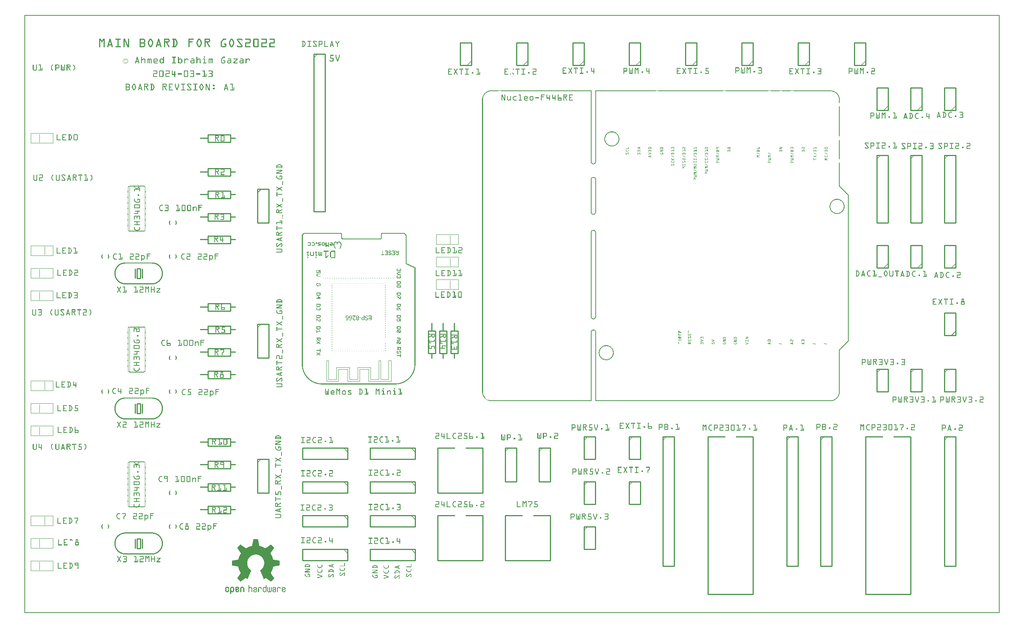
<source format=gto>
G04 MADE WITH FRITZING*
G04 WWW.FRITZING.ORG*
G04 DOUBLE SIDED*
G04 HOLES PLATED*
G04 CONTOUR ON CENTER OF CONTOUR VECTOR*
%ASAXBY*%
%FSLAX23Y23*%
%MOIN*%
%OFA0B0*%
%SFA1.0B1.0*%
%ADD10R,0.038714X0.096457X0.019029X0.076772*%
%ADD11C,0.009843*%
%ADD12C,0.010000*%
%ADD13C,0.005000*%
%ADD14C,0.006000*%
%ADD15C,0.002000*%
%ADD16R,0.001000X0.001000*%
%LNSILK1*%
G90*
G70*
G54D11*
X1000Y662D02*
X1029Y662D01*
X1029Y575D01*
X1000Y575D01*
X1000Y662D01*
D02*
X1000Y1862D02*
X1029Y1862D01*
X1029Y1775D01*
X1000Y1775D01*
X1000Y1862D01*
D02*
X1000Y3062D02*
X1029Y3062D01*
X1029Y2975D01*
X1000Y2975D01*
X1000Y3062D01*
D02*
G54D12*
X7868Y4069D02*
X7868Y3469D01*
D02*
X7868Y3469D02*
X7968Y3469D01*
D02*
X7968Y3469D02*
X7968Y4069D01*
D02*
X7968Y4069D02*
X7868Y4069D01*
D02*
X8168Y4069D02*
X8168Y3469D01*
D02*
X8168Y3469D02*
X8268Y3469D01*
D02*
X8268Y3469D02*
X8268Y4069D01*
D02*
X8268Y4069D02*
X8168Y4069D01*
D02*
X7568Y4069D02*
X7568Y3469D01*
D02*
X7568Y3469D02*
X7668Y3469D01*
D02*
X7668Y3469D02*
X7668Y4069D01*
D02*
X7668Y4069D02*
X7568Y4069D01*
D02*
X2068Y1369D02*
X2068Y1069D01*
D02*
X2068Y1069D02*
X2168Y1069D01*
D02*
X2168Y1069D02*
X2168Y1369D01*
D02*
X2168Y1369D02*
X2068Y1369D01*
D02*
X2068Y2569D02*
X2068Y2269D01*
D02*
X2068Y2269D02*
X2168Y2269D01*
D02*
X2168Y2269D02*
X2168Y2569D01*
D02*
X2168Y2569D02*
X2068Y2569D01*
D02*
X2068Y3769D02*
X2068Y3469D01*
D02*
X2068Y3469D02*
X2168Y3469D01*
D02*
X2168Y3469D02*
X2168Y3769D01*
D02*
X2168Y3769D02*
X2068Y3769D01*
G54D13*
D02*
X2068Y3734D02*
X2103Y3769D01*
G54D12*
D02*
X2568Y4969D02*
X2568Y3569D01*
D02*
X2568Y3569D02*
X2668Y3569D01*
D02*
X2668Y3569D02*
X2668Y4969D01*
D02*
X2668Y4969D02*
X2568Y4969D01*
D02*
X5468Y4869D02*
X5468Y5069D01*
D02*
X5468Y5069D02*
X5368Y5069D01*
D02*
X5368Y5069D02*
X5368Y4869D01*
D02*
X5368Y4869D02*
X5468Y4869D01*
D02*
X7968Y4469D02*
X7968Y4669D01*
D02*
X7968Y4669D02*
X7868Y4669D01*
D02*
X7868Y4669D02*
X7868Y4469D01*
D02*
X7868Y4469D02*
X7968Y4469D01*
D02*
X8268Y3069D02*
X8268Y3269D01*
D02*
X8268Y3269D02*
X8168Y3269D01*
D02*
X8168Y3269D02*
X8168Y3069D01*
D02*
X8168Y3069D02*
X8268Y3069D01*
D02*
X8268Y4469D02*
X8268Y4669D01*
D02*
X8268Y4669D02*
X8168Y4669D01*
D02*
X8168Y4669D02*
X8168Y4469D01*
D02*
X8168Y4469D02*
X8268Y4469D01*
D02*
X7968Y3069D02*
X7968Y3269D01*
D02*
X7968Y3269D02*
X7868Y3269D01*
D02*
X7868Y3269D02*
X7868Y3069D01*
D02*
X7868Y3069D02*
X7968Y3069D01*
D02*
X6468Y4869D02*
X6468Y5069D01*
D02*
X6468Y5069D02*
X6368Y5069D01*
D02*
X6368Y5069D02*
X6368Y4869D01*
D02*
X6368Y4869D02*
X6468Y4869D01*
D02*
X7468Y4869D02*
X7468Y5069D01*
D02*
X7468Y5069D02*
X7368Y5069D01*
D02*
X7368Y5069D02*
X7368Y4869D01*
D02*
X7368Y4869D02*
X7468Y4869D01*
D02*
X7668Y4469D02*
X7668Y4669D01*
D02*
X7668Y4669D02*
X7568Y4669D01*
D02*
X7568Y4669D02*
X7568Y4469D01*
D02*
X7568Y4469D02*
X7668Y4469D01*
D02*
X8268Y2469D02*
X8268Y2669D01*
D02*
X8268Y2669D02*
X8168Y2669D01*
D02*
X8168Y2669D02*
X8168Y2469D01*
D02*
X8168Y2469D02*
X8268Y2469D01*
G54D13*
D02*
X8268Y2504D02*
X8233Y2469D01*
G54D12*
D02*
X5368Y1169D02*
X5368Y969D01*
D02*
X5368Y969D02*
X5468Y969D01*
D02*
X5468Y969D02*
X5468Y1169D01*
D02*
X5468Y1169D02*
X5368Y1169D01*
D02*
X5368Y1569D02*
X5368Y1369D01*
D02*
X5368Y1369D02*
X5468Y1369D01*
D02*
X5468Y1369D02*
X5468Y1569D01*
D02*
X5468Y1569D02*
X5368Y1569D01*
D02*
X5968Y4869D02*
X5968Y5069D01*
D02*
X5968Y5069D02*
X5868Y5069D01*
D02*
X5868Y5069D02*
X5868Y4869D01*
D02*
X5868Y4869D02*
X5968Y4869D01*
D02*
X4968Y4869D02*
X4968Y5069D01*
D02*
X4968Y5069D02*
X4868Y5069D01*
D02*
X4868Y5069D02*
X4868Y4869D01*
D02*
X4868Y4869D02*
X4968Y4869D01*
D02*
X6968Y4869D02*
X6968Y5069D01*
D02*
X6968Y5069D02*
X6868Y5069D01*
D02*
X6868Y5069D02*
X6868Y4869D01*
D02*
X6868Y4869D02*
X6968Y4869D01*
D02*
X4468Y4869D02*
X4468Y5069D01*
D02*
X4468Y5069D02*
X4368Y5069D01*
D02*
X4368Y5069D02*
X4368Y4869D01*
D02*
X4368Y4869D02*
X4468Y4869D01*
D02*
X3968Y4869D02*
X3968Y5069D01*
D02*
X3968Y5069D02*
X3868Y5069D01*
D02*
X3868Y5069D02*
X3868Y4869D01*
D02*
X3868Y4869D02*
X3968Y4869D01*
D02*
X7468Y1569D02*
X7468Y169D01*
D02*
X7468Y169D02*
X7868Y169D01*
D02*
X7868Y169D02*
X7868Y1569D01*
D02*
X7468Y1569D02*
X7618Y1569D01*
D02*
X7718Y1569D02*
X7868Y1569D01*
D02*
X6068Y1569D02*
X6068Y169D01*
D02*
X6068Y169D02*
X6468Y169D01*
D02*
X6468Y169D02*
X6468Y1569D01*
D02*
X6068Y1569D02*
X6218Y1569D01*
D02*
X6318Y1569D02*
X6468Y1569D01*
D02*
X8168Y1569D02*
X8168Y419D01*
D02*
X8168Y419D02*
X8268Y419D01*
D02*
X8268Y419D02*
X8268Y1569D01*
D02*
X8268Y1569D02*
X8168Y1569D01*
D02*
X7068Y1569D02*
X7068Y419D01*
D02*
X7068Y419D02*
X7168Y419D01*
D02*
X7168Y419D02*
X7168Y1569D01*
D02*
X7168Y1569D02*
X7068Y1569D01*
D02*
X6768Y1569D02*
X6768Y419D01*
D02*
X6768Y419D02*
X6868Y419D01*
D02*
X6868Y419D02*
X6868Y1569D01*
D02*
X6868Y1569D02*
X6768Y1569D01*
D02*
X5668Y1569D02*
X5668Y419D01*
D02*
X5668Y419D02*
X5768Y419D01*
D02*
X5768Y419D02*
X5768Y1569D01*
D02*
X5768Y1569D02*
X5668Y1569D01*
D02*
X4268Y869D02*
X4268Y469D01*
D02*
X4268Y469D02*
X4668Y469D01*
D02*
X4668Y469D02*
X4668Y869D01*
D02*
X4268Y869D02*
X4418Y869D01*
D02*
X4518Y869D02*
X4668Y869D01*
D02*
X3668Y869D02*
X3668Y469D01*
D02*
X3668Y469D02*
X4068Y469D01*
D02*
X4068Y469D02*
X4068Y869D01*
D02*
X3668Y869D02*
X3818Y869D01*
D02*
X3918Y869D02*
X4068Y869D01*
D02*
X3668Y1469D02*
X3668Y1069D01*
D02*
X3668Y1069D02*
X4068Y1069D01*
D02*
X4068Y1069D02*
X4068Y1469D01*
D02*
X3668Y1469D02*
X3818Y1469D01*
D02*
X3918Y1469D02*
X4068Y1469D01*
D02*
X4568Y1469D02*
X4568Y1169D01*
D02*
X4568Y1169D02*
X4668Y1169D01*
D02*
X4668Y1169D02*
X4668Y1469D01*
D02*
X4668Y1469D02*
X4568Y1469D01*
D02*
X4268Y1469D02*
X4268Y1169D01*
D02*
X4268Y1169D02*
X4368Y1169D01*
D02*
X4368Y1169D02*
X4368Y1469D01*
D02*
X4368Y1469D02*
X4268Y1469D01*
D02*
X7668Y3069D02*
X7668Y3269D01*
D02*
X7668Y3269D02*
X7568Y3269D01*
D02*
X7568Y3269D02*
X7568Y3069D01*
D02*
X7568Y3069D02*
X7668Y3069D01*
D02*
X3651Y2509D02*
X3651Y2309D01*
D02*
X3651Y2309D02*
X3585Y2309D01*
D02*
X3585Y2309D02*
X3585Y2509D01*
D02*
X3585Y2509D02*
X3651Y2509D01*
D02*
X3751Y2509D02*
X3751Y2309D01*
D02*
X3751Y2309D02*
X3685Y2309D01*
D02*
X3685Y2309D02*
X3685Y2509D01*
D02*
X3685Y2509D02*
X3751Y2509D01*
D02*
X3851Y2509D02*
X3851Y2309D01*
D02*
X3851Y2309D02*
X3785Y2309D01*
D02*
X3785Y2309D02*
X3785Y2509D01*
D02*
X3785Y2509D02*
X3851Y2509D01*
D02*
X1628Y4252D02*
X1828Y4252D01*
D02*
X1828Y4252D02*
X1828Y4186D01*
D02*
X1828Y4186D02*
X1628Y4186D01*
D02*
X1628Y4186D02*
X1628Y4252D01*
D02*
X7568Y2169D02*
X7568Y1969D01*
D02*
X7568Y1969D02*
X7668Y1969D01*
D02*
X7668Y1969D02*
X7668Y2169D01*
D02*
X7668Y2169D02*
X7568Y2169D01*
D02*
X8168Y2169D02*
X8168Y1969D01*
D02*
X8168Y1969D02*
X8268Y1969D01*
D02*
X8268Y1969D02*
X8268Y2169D01*
D02*
X8268Y2169D02*
X8168Y2169D01*
D02*
X7868Y2169D02*
X7868Y1969D01*
D02*
X7868Y1969D02*
X7968Y1969D01*
D02*
X7968Y1969D02*
X7968Y2169D01*
D02*
X7968Y2169D02*
X7868Y2169D01*
D02*
X4968Y769D02*
X4968Y569D01*
D02*
X4968Y569D02*
X5068Y569D01*
D02*
X5068Y569D02*
X5068Y769D01*
D02*
X5068Y769D02*
X4968Y769D01*
D02*
X4968Y1169D02*
X4968Y969D01*
D02*
X4968Y969D02*
X5068Y969D01*
D02*
X5068Y969D02*
X5068Y1169D01*
D02*
X5068Y1169D02*
X4968Y1169D01*
D02*
X4968Y1569D02*
X4968Y1369D01*
D02*
X4968Y1369D02*
X5068Y1369D01*
D02*
X5068Y1369D02*
X5068Y1569D01*
D02*
X5068Y1569D02*
X4968Y1569D01*
D02*
X2868Y569D02*
X2468Y569D01*
D02*
X2468Y569D02*
X2468Y469D01*
D02*
X2468Y469D02*
X2868Y469D01*
D02*
X2868Y469D02*
X2868Y569D01*
D02*
X3468Y569D02*
X3068Y569D01*
D02*
X3068Y569D02*
X3068Y469D01*
D02*
X3068Y469D02*
X3468Y469D01*
D02*
X3468Y469D02*
X3468Y569D01*
D02*
X2868Y869D02*
X2468Y869D01*
D02*
X2468Y869D02*
X2468Y769D01*
D02*
X2468Y769D02*
X2868Y769D01*
D02*
X2868Y769D02*
X2868Y869D01*
D02*
X3468Y869D02*
X3068Y869D01*
D02*
X3068Y869D02*
X3068Y769D01*
D02*
X3068Y769D02*
X3468Y769D01*
D02*
X3468Y769D02*
X3468Y869D01*
D02*
X2868Y1169D02*
X2468Y1169D01*
D02*
X2468Y1169D02*
X2468Y1069D01*
D02*
X2468Y1069D02*
X2868Y1069D01*
D02*
X2868Y1069D02*
X2868Y1169D01*
D02*
X3468Y1169D02*
X3068Y1169D01*
D02*
X3068Y1169D02*
X3068Y1069D01*
D02*
X3068Y1069D02*
X3468Y1069D01*
D02*
X3468Y1069D02*
X3468Y1169D01*
D02*
X2868Y1469D02*
X2468Y1469D01*
D02*
X2468Y1469D02*
X2468Y1369D01*
D02*
X2468Y1369D02*
X2868Y1369D01*
D02*
X2868Y1369D02*
X2868Y1469D01*
D02*
X3468Y1469D02*
X3068Y1469D01*
D02*
X3068Y1469D02*
X3068Y1369D01*
D02*
X3068Y1369D02*
X3468Y1369D01*
D02*
X3468Y1369D02*
X3468Y1469D01*
D02*
X1628Y1352D02*
X1828Y1352D01*
D02*
X1828Y1352D02*
X1828Y1286D01*
D02*
X1828Y1286D02*
X1628Y1286D01*
D02*
X1628Y1286D02*
X1628Y1352D01*
D02*
X1628Y2552D02*
X1828Y2552D01*
D02*
X1828Y2552D02*
X1828Y2486D01*
D02*
X1828Y2486D02*
X1628Y2486D01*
D02*
X1628Y2486D02*
X1628Y2552D01*
D02*
X1628Y3752D02*
X1828Y3752D01*
D02*
X1828Y3752D02*
X1828Y3686D01*
D02*
X1828Y3686D02*
X1628Y3686D01*
D02*
X1628Y3686D02*
X1628Y3752D01*
D02*
X1628Y1552D02*
X1828Y1552D01*
D02*
X1828Y1552D02*
X1828Y1486D01*
D02*
X1828Y1486D02*
X1628Y1486D01*
D02*
X1628Y1486D02*
X1628Y1552D01*
D02*
X1628Y2752D02*
X1828Y2752D01*
D02*
X1828Y2752D02*
X1828Y2686D01*
D02*
X1828Y2686D02*
X1628Y2686D01*
D02*
X1628Y2686D02*
X1628Y2752D01*
D02*
X1628Y3952D02*
X1828Y3952D01*
D02*
X1828Y3952D02*
X1828Y3886D01*
D02*
X1828Y3886D02*
X1628Y3886D01*
D02*
X1628Y3886D02*
X1628Y3952D01*
D02*
X1628Y1152D02*
X1828Y1152D01*
D02*
X1828Y1152D02*
X1828Y1086D01*
D02*
X1828Y1086D02*
X1628Y1086D01*
D02*
X1628Y1086D02*
X1628Y1152D01*
D02*
X1628Y2351D02*
X1828Y2351D01*
D02*
X1828Y2351D02*
X1828Y2285D01*
D02*
X1828Y2285D02*
X1628Y2285D01*
D02*
X1628Y2285D02*
X1628Y2351D01*
D02*
X1628Y3552D02*
X1828Y3552D01*
D02*
X1828Y3552D02*
X1828Y3486D01*
D02*
X1828Y3486D02*
X1628Y3486D01*
D02*
X1628Y3486D02*
X1628Y3552D01*
D02*
X1628Y952D02*
X1828Y952D01*
D02*
X1828Y952D02*
X1828Y886D01*
D02*
X1828Y886D02*
X1628Y886D01*
D02*
X1628Y886D02*
X1628Y952D01*
D02*
X1628Y2151D02*
X1828Y2151D01*
D02*
X1828Y2151D02*
X1828Y2085D01*
D02*
X1828Y2085D02*
X1628Y2085D01*
D02*
X1628Y2085D02*
X1628Y2151D01*
D02*
X1628Y3352D02*
X1828Y3352D01*
D02*
X1828Y3352D02*
X1828Y3286D01*
D02*
X1828Y3286D02*
X1628Y3286D01*
D02*
X1628Y3286D02*
X1628Y3352D01*
G54D14*
D02*
X935Y944D02*
X1059Y944D01*
D02*
X1059Y1344D02*
X1017Y1344D01*
D02*
X1017Y1344D02*
X977Y1344D01*
D02*
X977Y1344D02*
X935Y1344D01*
G54D15*
D02*
X934Y1344D02*
X934Y944D01*
G54D14*
D02*
X935Y2143D02*
X1059Y2143D01*
D02*
X1059Y2543D02*
X1017Y2543D01*
D02*
X1017Y2543D02*
X977Y2543D01*
D02*
X977Y2543D02*
X935Y2543D01*
G54D15*
D02*
X934Y2543D02*
X934Y2143D01*
G54D14*
D02*
X935Y3394D02*
X1059Y3394D01*
D02*
X1059Y3794D02*
X1017Y3794D01*
D02*
X1017Y3794D02*
X977Y3794D01*
D02*
X977Y3794D02*
X935Y3794D01*
G54D15*
D02*
X934Y3794D02*
X934Y3394D01*
X2682Y2245D02*
X2699Y2245D01*
X2699Y2078D01*
X2770Y2078D01*
X2770Y2185D01*
X2886Y2185D01*
X2886Y2078D01*
X2959Y2078D01*
X2959Y2185D01*
X3074Y2185D01*
X3074Y2078D01*
X3145Y2078D01*
X3145Y2245D01*
X3162Y2245D01*
X3162Y2078D01*
X3232Y2078D01*
X3232Y2245D01*
X3255Y2245D01*
X3255Y2061D01*
X3057Y2061D01*
X3057Y2168D01*
X2976Y2168D01*
X2976Y2061D01*
X2869Y2061D01*
X2869Y2168D01*
X2787Y2168D01*
X2787Y2061D01*
X2682Y2061D01*
X2682Y2245D01*
D02*
G54D11*
X1046Y658D02*
X1046Y580D01*
D02*
X983Y658D02*
X983Y580D01*
D02*
X1046Y1858D02*
X1046Y1780D01*
D02*
X983Y1858D02*
X983Y1780D01*
D02*
X1046Y3058D02*
X1046Y2980D01*
D02*
X983Y3058D02*
X983Y2980D01*
D02*
G54D16*
X0Y5315D02*
X8660Y5315D01*
X0Y5314D02*
X8660Y5314D01*
X0Y5313D02*
X8660Y5313D01*
X0Y5312D02*
X8660Y5312D01*
X0Y5311D02*
X8660Y5311D01*
X0Y5310D02*
X8660Y5310D01*
X0Y5309D02*
X8660Y5309D01*
X0Y5308D02*
X8660Y5308D01*
X0Y5307D02*
X7Y5307D01*
X8653Y5307D02*
X8660Y5307D01*
X0Y5306D02*
X7Y5306D01*
X8653Y5306D02*
X8660Y5306D01*
X0Y5305D02*
X7Y5305D01*
X8653Y5305D02*
X8660Y5305D01*
X0Y5304D02*
X7Y5304D01*
X8653Y5304D02*
X8660Y5304D01*
X0Y5303D02*
X7Y5303D01*
X8653Y5303D02*
X8660Y5303D01*
X0Y5302D02*
X7Y5302D01*
X8653Y5302D02*
X8660Y5302D01*
X0Y5301D02*
X7Y5301D01*
X8653Y5301D02*
X8660Y5301D01*
X0Y5300D02*
X7Y5300D01*
X8653Y5300D02*
X8660Y5300D01*
X0Y5299D02*
X7Y5299D01*
X8653Y5299D02*
X8660Y5299D01*
X0Y5298D02*
X7Y5298D01*
X8653Y5298D02*
X8660Y5298D01*
X0Y5297D02*
X7Y5297D01*
X8653Y5297D02*
X8660Y5297D01*
X0Y5296D02*
X7Y5296D01*
X8653Y5296D02*
X8660Y5296D01*
X0Y5295D02*
X7Y5295D01*
X8653Y5295D02*
X8660Y5295D01*
X0Y5294D02*
X7Y5294D01*
X8653Y5294D02*
X8660Y5294D01*
X0Y5293D02*
X7Y5293D01*
X8653Y5293D02*
X8660Y5293D01*
X0Y5292D02*
X7Y5292D01*
X8653Y5292D02*
X8660Y5292D01*
X0Y5291D02*
X7Y5291D01*
X8653Y5291D02*
X8660Y5291D01*
X0Y5290D02*
X7Y5290D01*
X8653Y5290D02*
X8660Y5290D01*
X0Y5289D02*
X7Y5289D01*
X8653Y5289D02*
X8660Y5289D01*
X0Y5288D02*
X7Y5288D01*
X8653Y5288D02*
X8660Y5288D01*
X0Y5287D02*
X7Y5287D01*
X8653Y5287D02*
X8660Y5287D01*
X0Y5286D02*
X7Y5286D01*
X8653Y5286D02*
X8660Y5286D01*
X0Y5285D02*
X7Y5285D01*
X8653Y5285D02*
X8660Y5285D01*
X0Y5284D02*
X7Y5284D01*
X8653Y5284D02*
X8660Y5284D01*
X0Y5283D02*
X7Y5283D01*
X8653Y5283D02*
X8660Y5283D01*
X0Y5282D02*
X7Y5282D01*
X8653Y5282D02*
X8660Y5282D01*
X0Y5281D02*
X7Y5281D01*
X8653Y5281D02*
X8660Y5281D01*
X0Y5280D02*
X7Y5280D01*
X8653Y5280D02*
X8660Y5280D01*
X0Y5279D02*
X7Y5279D01*
X8653Y5279D02*
X8660Y5279D01*
X0Y5278D02*
X7Y5278D01*
X8653Y5278D02*
X8660Y5278D01*
X0Y5277D02*
X7Y5277D01*
X8653Y5277D02*
X8660Y5277D01*
X0Y5276D02*
X7Y5276D01*
X8653Y5276D02*
X8660Y5276D01*
X0Y5275D02*
X7Y5275D01*
X8653Y5275D02*
X8660Y5275D01*
X0Y5274D02*
X7Y5274D01*
X8653Y5274D02*
X8660Y5274D01*
X0Y5273D02*
X7Y5273D01*
X8653Y5273D02*
X8660Y5273D01*
X0Y5272D02*
X7Y5272D01*
X8653Y5272D02*
X8660Y5272D01*
X0Y5271D02*
X7Y5271D01*
X8653Y5271D02*
X8660Y5271D01*
X0Y5270D02*
X7Y5270D01*
X8653Y5270D02*
X8660Y5270D01*
X0Y5269D02*
X7Y5269D01*
X8653Y5269D02*
X8660Y5269D01*
X0Y5268D02*
X7Y5268D01*
X8653Y5268D02*
X8660Y5268D01*
X0Y5267D02*
X7Y5267D01*
X8653Y5267D02*
X8660Y5267D01*
X0Y5266D02*
X7Y5266D01*
X8653Y5266D02*
X8660Y5266D01*
X0Y5265D02*
X7Y5265D01*
X8653Y5265D02*
X8660Y5265D01*
X0Y5264D02*
X7Y5264D01*
X8653Y5264D02*
X8660Y5264D01*
X0Y5263D02*
X7Y5263D01*
X8653Y5263D02*
X8660Y5263D01*
X0Y5262D02*
X7Y5262D01*
X8653Y5262D02*
X8660Y5262D01*
X0Y5261D02*
X7Y5261D01*
X8653Y5261D02*
X8660Y5261D01*
X0Y5260D02*
X7Y5260D01*
X8653Y5260D02*
X8660Y5260D01*
X0Y5259D02*
X7Y5259D01*
X8653Y5259D02*
X8660Y5259D01*
X0Y5258D02*
X7Y5258D01*
X8653Y5258D02*
X8660Y5258D01*
X0Y5257D02*
X7Y5257D01*
X8653Y5257D02*
X8660Y5257D01*
X0Y5256D02*
X7Y5256D01*
X8653Y5256D02*
X8660Y5256D01*
X0Y5255D02*
X7Y5255D01*
X8653Y5255D02*
X8660Y5255D01*
X0Y5254D02*
X7Y5254D01*
X8653Y5254D02*
X8660Y5254D01*
X0Y5253D02*
X7Y5253D01*
X8653Y5253D02*
X8660Y5253D01*
X0Y5252D02*
X7Y5252D01*
X8653Y5252D02*
X8660Y5252D01*
X0Y5251D02*
X7Y5251D01*
X8653Y5251D02*
X8660Y5251D01*
X0Y5250D02*
X7Y5250D01*
X8653Y5250D02*
X8660Y5250D01*
X0Y5249D02*
X7Y5249D01*
X8653Y5249D02*
X8660Y5249D01*
X0Y5248D02*
X7Y5248D01*
X8653Y5248D02*
X8660Y5248D01*
X0Y5247D02*
X7Y5247D01*
X8653Y5247D02*
X8660Y5247D01*
X0Y5246D02*
X7Y5246D01*
X8653Y5246D02*
X8660Y5246D01*
X0Y5245D02*
X7Y5245D01*
X8653Y5245D02*
X8660Y5245D01*
X0Y5244D02*
X7Y5244D01*
X8653Y5244D02*
X8660Y5244D01*
X0Y5243D02*
X7Y5243D01*
X8653Y5243D02*
X8660Y5243D01*
X0Y5242D02*
X7Y5242D01*
X8653Y5242D02*
X8660Y5242D01*
X0Y5241D02*
X7Y5241D01*
X8653Y5241D02*
X8660Y5241D01*
X0Y5240D02*
X7Y5240D01*
X8653Y5240D02*
X8660Y5240D01*
X0Y5239D02*
X7Y5239D01*
X8653Y5239D02*
X8660Y5239D01*
X0Y5238D02*
X7Y5238D01*
X8653Y5238D02*
X8660Y5238D01*
X0Y5237D02*
X7Y5237D01*
X8653Y5237D02*
X8660Y5237D01*
X0Y5236D02*
X7Y5236D01*
X8653Y5236D02*
X8660Y5236D01*
X0Y5235D02*
X7Y5235D01*
X8653Y5235D02*
X8660Y5235D01*
X0Y5234D02*
X7Y5234D01*
X8653Y5234D02*
X8660Y5234D01*
X0Y5233D02*
X7Y5233D01*
X8653Y5233D02*
X8660Y5233D01*
X0Y5232D02*
X7Y5232D01*
X8653Y5232D02*
X8660Y5232D01*
X0Y5231D02*
X7Y5231D01*
X8653Y5231D02*
X8660Y5231D01*
X0Y5230D02*
X7Y5230D01*
X8653Y5230D02*
X8660Y5230D01*
X0Y5229D02*
X7Y5229D01*
X8653Y5229D02*
X8660Y5229D01*
X0Y5228D02*
X7Y5228D01*
X8653Y5228D02*
X8660Y5228D01*
X0Y5227D02*
X7Y5227D01*
X8653Y5227D02*
X8660Y5227D01*
X0Y5226D02*
X7Y5226D01*
X8653Y5226D02*
X8660Y5226D01*
X0Y5225D02*
X7Y5225D01*
X8653Y5225D02*
X8660Y5225D01*
X0Y5224D02*
X7Y5224D01*
X8653Y5224D02*
X8660Y5224D01*
X0Y5223D02*
X7Y5223D01*
X8653Y5223D02*
X8660Y5223D01*
X0Y5222D02*
X7Y5222D01*
X8653Y5222D02*
X8660Y5222D01*
X0Y5221D02*
X7Y5221D01*
X8653Y5221D02*
X8660Y5221D01*
X0Y5220D02*
X7Y5220D01*
X8653Y5220D02*
X8660Y5220D01*
X0Y5219D02*
X7Y5219D01*
X8653Y5219D02*
X8660Y5219D01*
X0Y5218D02*
X7Y5218D01*
X8653Y5218D02*
X8660Y5218D01*
X0Y5217D02*
X7Y5217D01*
X8653Y5217D02*
X8660Y5217D01*
X0Y5216D02*
X7Y5216D01*
X8653Y5216D02*
X8660Y5216D01*
X0Y5215D02*
X7Y5215D01*
X8653Y5215D02*
X8660Y5215D01*
X0Y5214D02*
X7Y5214D01*
X8653Y5214D02*
X8660Y5214D01*
X0Y5213D02*
X7Y5213D01*
X8653Y5213D02*
X8660Y5213D01*
X0Y5212D02*
X7Y5212D01*
X8653Y5212D02*
X8660Y5212D01*
X0Y5211D02*
X7Y5211D01*
X8653Y5211D02*
X8660Y5211D01*
X0Y5210D02*
X7Y5210D01*
X8653Y5210D02*
X8660Y5210D01*
X0Y5209D02*
X7Y5209D01*
X8653Y5209D02*
X8660Y5209D01*
X0Y5208D02*
X7Y5208D01*
X8653Y5208D02*
X8660Y5208D01*
X0Y5207D02*
X7Y5207D01*
X8653Y5207D02*
X8660Y5207D01*
X0Y5206D02*
X7Y5206D01*
X8653Y5206D02*
X8660Y5206D01*
X0Y5205D02*
X7Y5205D01*
X8653Y5205D02*
X8660Y5205D01*
X0Y5204D02*
X7Y5204D01*
X8653Y5204D02*
X8660Y5204D01*
X0Y5203D02*
X7Y5203D01*
X8653Y5203D02*
X8660Y5203D01*
X0Y5202D02*
X7Y5202D01*
X8653Y5202D02*
X8660Y5202D01*
X0Y5201D02*
X7Y5201D01*
X8653Y5201D02*
X8660Y5201D01*
X0Y5200D02*
X7Y5200D01*
X8653Y5200D02*
X8660Y5200D01*
X0Y5199D02*
X7Y5199D01*
X8653Y5199D02*
X8660Y5199D01*
X0Y5198D02*
X7Y5198D01*
X8653Y5198D02*
X8660Y5198D01*
X0Y5197D02*
X7Y5197D01*
X8653Y5197D02*
X8660Y5197D01*
X0Y5196D02*
X7Y5196D01*
X8653Y5196D02*
X8660Y5196D01*
X0Y5195D02*
X7Y5195D01*
X8653Y5195D02*
X8660Y5195D01*
X0Y5194D02*
X7Y5194D01*
X8653Y5194D02*
X8660Y5194D01*
X0Y5193D02*
X7Y5193D01*
X8653Y5193D02*
X8660Y5193D01*
X0Y5192D02*
X7Y5192D01*
X8653Y5192D02*
X8660Y5192D01*
X0Y5191D02*
X7Y5191D01*
X8653Y5191D02*
X8660Y5191D01*
X0Y5190D02*
X7Y5190D01*
X8653Y5190D02*
X8660Y5190D01*
X0Y5189D02*
X7Y5189D01*
X8653Y5189D02*
X8660Y5189D01*
X0Y5188D02*
X7Y5188D01*
X8653Y5188D02*
X8660Y5188D01*
X0Y5187D02*
X7Y5187D01*
X8653Y5187D02*
X8660Y5187D01*
X0Y5186D02*
X7Y5186D01*
X8653Y5186D02*
X8660Y5186D01*
X0Y5185D02*
X7Y5185D01*
X8653Y5185D02*
X8660Y5185D01*
X0Y5184D02*
X7Y5184D01*
X8653Y5184D02*
X8660Y5184D01*
X0Y5183D02*
X7Y5183D01*
X8653Y5183D02*
X8660Y5183D01*
X0Y5182D02*
X7Y5182D01*
X8653Y5182D02*
X8660Y5182D01*
X0Y5181D02*
X7Y5181D01*
X8653Y5181D02*
X8660Y5181D01*
X0Y5180D02*
X7Y5180D01*
X8653Y5180D02*
X8660Y5180D01*
X0Y5179D02*
X7Y5179D01*
X8653Y5179D02*
X8660Y5179D01*
X0Y5178D02*
X7Y5178D01*
X8653Y5178D02*
X8660Y5178D01*
X0Y5177D02*
X7Y5177D01*
X8653Y5177D02*
X8660Y5177D01*
X0Y5176D02*
X7Y5176D01*
X8653Y5176D02*
X8660Y5176D01*
X0Y5175D02*
X7Y5175D01*
X8653Y5175D02*
X8660Y5175D01*
X0Y5174D02*
X7Y5174D01*
X8653Y5174D02*
X8660Y5174D01*
X0Y5173D02*
X7Y5173D01*
X8653Y5173D02*
X8660Y5173D01*
X0Y5172D02*
X7Y5172D01*
X8653Y5172D02*
X8660Y5172D01*
X0Y5171D02*
X7Y5171D01*
X8653Y5171D02*
X8660Y5171D01*
X0Y5170D02*
X7Y5170D01*
X8653Y5170D02*
X8660Y5170D01*
X0Y5169D02*
X7Y5169D01*
X8653Y5169D02*
X8660Y5169D01*
X0Y5168D02*
X7Y5168D01*
X8653Y5168D02*
X8660Y5168D01*
X0Y5167D02*
X7Y5167D01*
X8653Y5167D02*
X8660Y5167D01*
X0Y5166D02*
X7Y5166D01*
X8653Y5166D02*
X8660Y5166D01*
X0Y5165D02*
X7Y5165D01*
X8653Y5165D02*
X8660Y5165D01*
X0Y5164D02*
X7Y5164D01*
X8653Y5164D02*
X8660Y5164D01*
X0Y5163D02*
X7Y5163D01*
X8653Y5163D02*
X8660Y5163D01*
X0Y5162D02*
X7Y5162D01*
X8653Y5162D02*
X8660Y5162D01*
X0Y5161D02*
X7Y5161D01*
X8653Y5161D02*
X8660Y5161D01*
X0Y5160D02*
X7Y5160D01*
X8653Y5160D02*
X8660Y5160D01*
X0Y5159D02*
X7Y5159D01*
X8653Y5159D02*
X8660Y5159D01*
X0Y5158D02*
X7Y5158D01*
X8653Y5158D02*
X8660Y5158D01*
X0Y5157D02*
X7Y5157D01*
X8653Y5157D02*
X8660Y5157D01*
X0Y5156D02*
X7Y5156D01*
X8653Y5156D02*
X8660Y5156D01*
X0Y5155D02*
X7Y5155D01*
X8653Y5155D02*
X8660Y5155D01*
X0Y5154D02*
X7Y5154D01*
X8653Y5154D02*
X8660Y5154D01*
X0Y5153D02*
X7Y5153D01*
X8653Y5153D02*
X8660Y5153D01*
X0Y5152D02*
X7Y5152D01*
X8653Y5152D02*
X8660Y5152D01*
X0Y5151D02*
X7Y5151D01*
X8653Y5151D02*
X8660Y5151D01*
X0Y5150D02*
X7Y5150D01*
X8653Y5150D02*
X8660Y5150D01*
X0Y5149D02*
X7Y5149D01*
X8653Y5149D02*
X8660Y5149D01*
X0Y5148D02*
X7Y5148D01*
X8653Y5148D02*
X8660Y5148D01*
X0Y5147D02*
X7Y5147D01*
X8653Y5147D02*
X8660Y5147D01*
X0Y5146D02*
X7Y5146D01*
X8653Y5146D02*
X8660Y5146D01*
X0Y5145D02*
X7Y5145D01*
X8653Y5145D02*
X8660Y5145D01*
X0Y5144D02*
X7Y5144D01*
X8653Y5144D02*
X8660Y5144D01*
X0Y5143D02*
X7Y5143D01*
X8653Y5143D02*
X8660Y5143D01*
X0Y5142D02*
X7Y5142D01*
X8653Y5142D02*
X8660Y5142D01*
X0Y5141D02*
X7Y5141D01*
X8653Y5141D02*
X8660Y5141D01*
X0Y5140D02*
X7Y5140D01*
X8653Y5140D02*
X8660Y5140D01*
X0Y5139D02*
X7Y5139D01*
X8653Y5139D02*
X8660Y5139D01*
X0Y5138D02*
X7Y5138D01*
X8653Y5138D02*
X8660Y5138D01*
X0Y5137D02*
X7Y5137D01*
X8653Y5137D02*
X8660Y5137D01*
X0Y5136D02*
X7Y5136D01*
X8653Y5136D02*
X8660Y5136D01*
X0Y5135D02*
X7Y5135D01*
X8653Y5135D02*
X8660Y5135D01*
X0Y5134D02*
X7Y5134D01*
X8653Y5134D02*
X8660Y5134D01*
X0Y5133D02*
X7Y5133D01*
X8653Y5133D02*
X8660Y5133D01*
X0Y5132D02*
X7Y5132D01*
X8653Y5132D02*
X8660Y5132D01*
X0Y5131D02*
X7Y5131D01*
X8653Y5131D02*
X8660Y5131D01*
X0Y5130D02*
X7Y5130D01*
X8653Y5130D02*
X8660Y5130D01*
X0Y5129D02*
X7Y5129D01*
X8653Y5129D02*
X8660Y5129D01*
X0Y5128D02*
X7Y5128D01*
X8653Y5128D02*
X8660Y5128D01*
X0Y5127D02*
X7Y5127D01*
X8653Y5127D02*
X8660Y5127D01*
X0Y5126D02*
X7Y5126D01*
X8653Y5126D02*
X8660Y5126D01*
X0Y5125D02*
X7Y5125D01*
X8653Y5125D02*
X8660Y5125D01*
X0Y5124D02*
X7Y5124D01*
X8653Y5124D02*
X8660Y5124D01*
X0Y5123D02*
X7Y5123D01*
X8653Y5123D02*
X8660Y5123D01*
X0Y5122D02*
X7Y5122D01*
X8653Y5122D02*
X8660Y5122D01*
X0Y5121D02*
X7Y5121D01*
X8653Y5121D02*
X8660Y5121D01*
X0Y5120D02*
X7Y5120D01*
X8653Y5120D02*
X8660Y5120D01*
X0Y5119D02*
X7Y5119D01*
X8653Y5119D02*
X8660Y5119D01*
X0Y5118D02*
X7Y5118D01*
X8653Y5118D02*
X8660Y5118D01*
X0Y5117D02*
X7Y5117D01*
X8653Y5117D02*
X8660Y5117D01*
X0Y5116D02*
X7Y5116D01*
X8653Y5116D02*
X8660Y5116D01*
X0Y5115D02*
X7Y5115D01*
X8653Y5115D02*
X8660Y5115D01*
X0Y5114D02*
X7Y5114D01*
X8653Y5114D02*
X8660Y5114D01*
X0Y5113D02*
X7Y5113D01*
X8653Y5113D02*
X8660Y5113D01*
X0Y5112D02*
X7Y5112D01*
X8653Y5112D02*
X8660Y5112D01*
X0Y5111D02*
X7Y5111D01*
X8653Y5111D02*
X8660Y5111D01*
X0Y5110D02*
X7Y5110D01*
X8653Y5110D02*
X8660Y5110D01*
X0Y5109D02*
X7Y5109D01*
X8653Y5109D02*
X8660Y5109D01*
X0Y5108D02*
X7Y5108D01*
X8653Y5108D02*
X8660Y5108D01*
X0Y5107D02*
X7Y5107D01*
X8653Y5107D02*
X8660Y5107D01*
X0Y5106D02*
X7Y5106D01*
X664Y5106D02*
X675Y5106D01*
X701Y5106D02*
X712Y5106D01*
X759Y5106D02*
X761Y5106D01*
X811Y5106D02*
X853Y5106D01*
X880Y5106D02*
X892Y5106D01*
X923Y5106D02*
X925Y5106D01*
X1024Y5106D02*
X1055Y5106D01*
X1118Y5106D02*
X1122Y5106D01*
X1191Y5106D02*
X1193Y5106D01*
X1240Y5106D02*
X1276Y5106D01*
X1315Y5106D02*
X1337Y5106D01*
X1456Y5106D02*
X1501Y5106D01*
X1550Y5106D02*
X1554Y5106D01*
X1600Y5106D02*
X1636Y5106D01*
X1770Y5106D02*
X1789Y5106D01*
X1838Y5106D02*
X1842Y5106D01*
X1896Y5106D02*
X1925Y5106D01*
X1963Y5106D02*
X2000Y5106D01*
X2039Y5106D02*
X2072Y5106D01*
X2107Y5106D02*
X2144Y5106D01*
X2179Y5106D02*
X2216Y5106D01*
X8653Y5106D02*
X8660Y5106D01*
X0Y5105D02*
X7Y5105D01*
X664Y5105D02*
X676Y5105D01*
X700Y5105D02*
X712Y5105D01*
X757Y5105D02*
X763Y5105D01*
X809Y5105D02*
X855Y5105D01*
X880Y5105D02*
X892Y5105D01*
X921Y5105D02*
X927Y5105D01*
X1024Y5105D02*
X1059Y5105D01*
X1115Y5105D02*
X1125Y5105D01*
X1189Y5105D02*
X1195Y5105D01*
X1240Y5105D02*
X1279Y5105D01*
X1313Y5105D02*
X1340Y5105D01*
X1456Y5105D02*
X1502Y5105D01*
X1547Y5105D02*
X1557Y5105D01*
X1600Y5105D02*
X1639Y5105D01*
X1767Y5105D02*
X1790Y5105D01*
X1835Y5105D02*
X1845Y5105D01*
X1894Y5105D02*
X1928Y5105D01*
X1961Y5105D02*
X2003Y5105D01*
X2037Y5105D02*
X2075Y5105D01*
X2105Y5105D02*
X2147Y5105D01*
X2177Y5105D02*
X2219Y5105D01*
X8653Y5105D02*
X8660Y5105D01*
X0Y5104D02*
X7Y5104D01*
X664Y5104D02*
X677Y5104D01*
X699Y5104D02*
X712Y5104D01*
X756Y5104D02*
X764Y5104D01*
X808Y5104D02*
X855Y5104D01*
X880Y5104D02*
X893Y5104D01*
X920Y5104D02*
X927Y5104D01*
X1024Y5104D02*
X1061Y5104D01*
X1113Y5104D02*
X1127Y5104D01*
X1188Y5104D02*
X1196Y5104D01*
X1240Y5104D02*
X1281Y5104D01*
X1312Y5104D02*
X1342Y5104D01*
X1456Y5104D02*
X1503Y5104D01*
X1545Y5104D02*
X1559Y5104D01*
X1600Y5104D02*
X1641Y5104D01*
X1765Y5104D02*
X1791Y5104D01*
X1833Y5104D02*
X1847Y5104D01*
X1892Y5104D02*
X1930Y5104D01*
X1960Y5104D02*
X2004Y5104D01*
X2035Y5104D02*
X2076Y5104D01*
X2104Y5104D02*
X2148Y5104D01*
X2176Y5104D02*
X2220Y5104D01*
X8653Y5104D02*
X8660Y5104D01*
X0Y5103D02*
X7Y5103D01*
X664Y5103D02*
X677Y5103D01*
X698Y5103D02*
X712Y5103D01*
X756Y5103D02*
X764Y5103D01*
X808Y5103D02*
X856Y5103D01*
X880Y5103D02*
X893Y5103D01*
X920Y5103D02*
X928Y5103D01*
X1024Y5103D02*
X1063Y5103D01*
X1112Y5103D02*
X1128Y5103D01*
X1188Y5103D02*
X1196Y5103D01*
X1240Y5103D02*
X1282Y5103D01*
X1312Y5103D02*
X1343Y5103D01*
X1456Y5103D02*
X1504Y5103D01*
X1544Y5103D02*
X1560Y5103D01*
X1600Y5103D02*
X1642Y5103D01*
X1764Y5103D02*
X1792Y5103D01*
X1832Y5103D02*
X1848Y5103D01*
X1891Y5103D02*
X1931Y5103D01*
X1960Y5103D02*
X2005Y5103D01*
X2034Y5103D02*
X2077Y5103D01*
X2104Y5103D02*
X2149Y5103D01*
X2176Y5103D02*
X2221Y5103D01*
X8653Y5103D02*
X8660Y5103D01*
X0Y5102D02*
X7Y5102D01*
X664Y5102D02*
X678Y5102D01*
X698Y5102D02*
X712Y5102D01*
X755Y5102D02*
X764Y5102D01*
X808Y5102D02*
X856Y5102D01*
X880Y5102D02*
X894Y5102D01*
X919Y5102D02*
X928Y5102D01*
X1024Y5102D02*
X1064Y5102D01*
X1111Y5102D02*
X1129Y5102D01*
X1187Y5102D02*
X1196Y5102D01*
X1240Y5102D02*
X1284Y5102D01*
X1312Y5102D02*
X1344Y5102D01*
X1456Y5102D02*
X1504Y5102D01*
X1543Y5102D02*
X1561Y5102D01*
X1600Y5102D02*
X1644Y5102D01*
X1763Y5102D02*
X1792Y5102D01*
X1831Y5102D02*
X1849Y5102D01*
X1890Y5102D02*
X1932Y5102D01*
X1960Y5102D02*
X2006Y5102D01*
X2033Y5102D02*
X2078Y5102D01*
X2104Y5102D02*
X2150Y5102D01*
X2176Y5102D02*
X2222Y5102D01*
X8653Y5102D02*
X8660Y5102D01*
X0Y5101D02*
X7Y5101D01*
X664Y5101D02*
X679Y5101D01*
X697Y5101D02*
X712Y5101D01*
X755Y5101D02*
X765Y5101D01*
X808Y5101D02*
X856Y5101D01*
X880Y5101D02*
X894Y5101D01*
X919Y5101D02*
X928Y5101D01*
X1024Y5101D02*
X1065Y5101D01*
X1110Y5101D02*
X1130Y5101D01*
X1187Y5101D02*
X1197Y5101D01*
X1240Y5101D02*
X1284Y5101D01*
X1312Y5101D02*
X1346Y5101D01*
X1456Y5101D02*
X1504Y5101D01*
X1542Y5101D02*
X1562Y5101D01*
X1600Y5101D02*
X1644Y5101D01*
X1762Y5101D02*
X1792Y5101D01*
X1830Y5101D02*
X1850Y5101D01*
X1889Y5101D02*
X1933Y5101D01*
X1960Y5101D02*
X2007Y5101D01*
X2033Y5101D02*
X2079Y5101D01*
X2104Y5101D02*
X2151Y5101D01*
X2176Y5101D02*
X2223Y5101D01*
X8653Y5101D02*
X8660Y5101D01*
X0Y5100D02*
X7Y5100D01*
X664Y5100D02*
X680Y5100D01*
X696Y5100D02*
X712Y5100D01*
X755Y5100D02*
X765Y5100D01*
X808Y5100D02*
X856Y5100D01*
X880Y5100D02*
X895Y5100D01*
X919Y5100D02*
X928Y5100D01*
X1024Y5100D02*
X1067Y5100D01*
X1109Y5100D02*
X1130Y5100D01*
X1187Y5100D02*
X1197Y5100D01*
X1240Y5100D02*
X1285Y5100D01*
X1312Y5100D02*
X1346Y5100D01*
X1456Y5100D02*
X1504Y5100D01*
X1541Y5100D02*
X1562Y5100D01*
X1600Y5100D02*
X1645Y5100D01*
X1761Y5100D02*
X1792Y5100D01*
X1829Y5100D02*
X1850Y5100D01*
X1889Y5100D02*
X1934Y5100D01*
X1960Y5100D02*
X2008Y5100D01*
X2032Y5100D02*
X2080Y5100D01*
X2104Y5100D02*
X2152Y5100D01*
X2176Y5100D02*
X2224Y5100D01*
X8653Y5100D02*
X8660Y5100D01*
X0Y5099D02*
X7Y5099D01*
X664Y5099D02*
X680Y5099D01*
X696Y5099D02*
X712Y5099D01*
X754Y5099D02*
X765Y5099D01*
X808Y5099D02*
X856Y5099D01*
X880Y5099D02*
X895Y5099D01*
X919Y5099D02*
X928Y5099D01*
X1024Y5099D02*
X1067Y5099D01*
X1109Y5099D02*
X1131Y5099D01*
X1186Y5099D02*
X1197Y5099D01*
X1240Y5099D02*
X1286Y5099D01*
X1312Y5099D02*
X1347Y5099D01*
X1456Y5099D02*
X1504Y5099D01*
X1541Y5099D02*
X1563Y5099D01*
X1600Y5099D02*
X1646Y5099D01*
X1760Y5099D02*
X1792Y5099D01*
X1829Y5099D02*
X1851Y5099D01*
X1888Y5099D02*
X1935Y5099D01*
X1960Y5099D02*
X2008Y5099D01*
X2032Y5099D02*
X2080Y5099D01*
X2104Y5099D02*
X2152Y5099D01*
X2176Y5099D02*
X2224Y5099D01*
X8653Y5099D02*
X8660Y5099D01*
X0Y5098D02*
X7Y5098D01*
X664Y5098D02*
X681Y5098D01*
X695Y5098D02*
X712Y5098D01*
X754Y5098D02*
X766Y5098D01*
X809Y5098D02*
X855Y5098D01*
X880Y5098D02*
X895Y5098D01*
X919Y5098D02*
X928Y5098D01*
X1024Y5098D02*
X1068Y5098D01*
X1108Y5098D02*
X1132Y5098D01*
X1186Y5098D02*
X1198Y5098D01*
X1240Y5098D02*
X1287Y5098D01*
X1313Y5098D02*
X1348Y5098D01*
X1456Y5098D02*
X1503Y5098D01*
X1540Y5098D02*
X1564Y5098D01*
X1600Y5098D02*
X1647Y5098D01*
X1759Y5098D02*
X1791Y5098D01*
X1828Y5098D02*
X1852Y5098D01*
X1888Y5098D02*
X1935Y5098D01*
X1961Y5098D02*
X2008Y5098D01*
X2032Y5098D02*
X2080Y5098D01*
X2105Y5098D02*
X2152Y5098D01*
X2177Y5098D02*
X2224Y5098D01*
X8653Y5098D02*
X8660Y5098D01*
X0Y5097D02*
X7Y5097D01*
X664Y5097D02*
X682Y5097D01*
X694Y5097D02*
X712Y5097D01*
X754Y5097D02*
X766Y5097D01*
X810Y5097D02*
X854Y5097D01*
X880Y5097D02*
X896Y5097D01*
X919Y5097D02*
X928Y5097D01*
X1024Y5097D02*
X1069Y5097D01*
X1108Y5097D02*
X1132Y5097D01*
X1186Y5097D02*
X1198Y5097D01*
X1240Y5097D02*
X1287Y5097D01*
X1314Y5097D02*
X1348Y5097D01*
X1456Y5097D02*
X1502Y5097D01*
X1540Y5097D02*
X1564Y5097D01*
X1600Y5097D02*
X1647Y5097D01*
X1759Y5097D02*
X1790Y5097D01*
X1828Y5097D02*
X1852Y5097D01*
X1888Y5097D02*
X1936Y5097D01*
X1962Y5097D02*
X2008Y5097D01*
X2032Y5097D02*
X2080Y5097D01*
X2106Y5097D02*
X2152Y5097D01*
X2178Y5097D02*
X2224Y5097D01*
X8653Y5097D02*
X8660Y5097D01*
X0Y5096D02*
X7Y5096D01*
X664Y5096D02*
X682Y5096D01*
X693Y5096D02*
X712Y5096D01*
X754Y5096D02*
X766Y5096D01*
X827Y5096D02*
X837Y5096D01*
X880Y5096D02*
X896Y5096D01*
X919Y5096D02*
X928Y5096D01*
X1024Y5096D02*
X1033Y5096D01*
X1055Y5096D02*
X1070Y5096D01*
X1107Y5096D02*
X1118Y5096D01*
X1121Y5096D02*
X1133Y5096D01*
X1186Y5096D02*
X1198Y5096D01*
X1240Y5096D02*
X1249Y5096D01*
X1275Y5096D02*
X1287Y5096D01*
X1321Y5096D02*
X1331Y5096D01*
X1336Y5096D02*
X1349Y5096D01*
X1456Y5096D02*
X1465Y5096D01*
X1539Y5096D02*
X1550Y5096D01*
X1553Y5096D02*
X1565Y5096D01*
X1600Y5096D02*
X1609Y5096D01*
X1635Y5096D02*
X1647Y5096D01*
X1758Y5096D02*
X1771Y5096D01*
X1827Y5096D02*
X1838Y5096D01*
X1841Y5096D02*
X1853Y5096D01*
X1888Y5096D02*
X1897Y5096D01*
X1925Y5096D02*
X1936Y5096D01*
X1999Y5096D02*
X2008Y5096D01*
X2032Y5096D02*
X2041Y5096D01*
X2071Y5096D02*
X2080Y5096D01*
X2143Y5096D02*
X2152Y5096D01*
X2215Y5096D02*
X2224Y5096D01*
X8653Y5096D02*
X8660Y5096D01*
X0Y5095D02*
X7Y5095D01*
X664Y5095D02*
X683Y5095D01*
X693Y5095D02*
X712Y5095D01*
X753Y5095D02*
X767Y5095D01*
X827Y5095D02*
X836Y5095D01*
X880Y5095D02*
X897Y5095D01*
X919Y5095D02*
X928Y5095D01*
X1024Y5095D02*
X1033Y5095D01*
X1058Y5095D02*
X1070Y5095D01*
X1107Y5095D02*
X1117Y5095D01*
X1123Y5095D02*
X1133Y5095D01*
X1185Y5095D02*
X1198Y5095D01*
X1240Y5095D02*
X1249Y5095D01*
X1277Y5095D02*
X1288Y5095D01*
X1321Y5095D02*
X1331Y5095D01*
X1338Y5095D02*
X1349Y5095D01*
X1456Y5095D02*
X1465Y5095D01*
X1539Y5095D02*
X1549Y5095D01*
X1555Y5095D02*
X1565Y5095D01*
X1600Y5095D02*
X1609Y5095D01*
X1637Y5095D02*
X1648Y5095D01*
X1757Y5095D02*
X1769Y5095D01*
X1827Y5095D02*
X1837Y5095D01*
X1843Y5095D02*
X1853Y5095D01*
X1888Y5095D02*
X1897Y5095D01*
X1926Y5095D02*
X1936Y5095D01*
X1999Y5095D02*
X2008Y5095D01*
X2031Y5095D02*
X2041Y5095D01*
X2071Y5095D02*
X2080Y5095D01*
X2143Y5095D02*
X2152Y5095D01*
X2215Y5095D02*
X2224Y5095D01*
X8653Y5095D02*
X8660Y5095D01*
X0Y5094D02*
X7Y5094D01*
X664Y5094D02*
X684Y5094D01*
X692Y5094D02*
X712Y5094D01*
X753Y5094D02*
X767Y5094D01*
X827Y5094D02*
X836Y5094D01*
X880Y5094D02*
X897Y5094D01*
X919Y5094D02*
X928Y5094D01*
X1024Y5094D02*
X1033Y5094D01*
X1059Y5094D02*
X1071Y5094D01*
X1106Y5094D02*
X1117Y5094D01*
X1123Y5094D02*
X1134Y5094D01*
X1185Y5094D02*
X1199Y5094D01*
X1240Y5094D02*
X1249Y5094D01*
X1278Y5094D02*
X1288Y5094D01*
X1321Y5094D02*
X1331Y5094D01*
X1339Y5094D02*
X1350Y5094D01*
X1456Y5094D02*
X1465Y5094D01*
X1538Y5094D02*
X1549Y5094D01*
X1555Y5094D02*
X1566Y5094D01*
X1600Y5094D02*
X1609Y5094D01*
X1638Y5094D02*
X1648Y5094D01*
X1756Y5094D02*
X1768Y5094D01*
X1826Y5094D02*
X1837Y5094D01*
X1843Y5094D02*
X1854Y5094D01*
X1888Y5094D02*
X1897Y5094D01*
X1927Y5094D02*
X1936Y5094D01*
X1999Y5094D02*
X2008Y5094D01*
X2031Y5094D02*
X2041Y5094D01*
X2071Y5094D02*
X2080Y5094D01*
X2143Y5094D02*
X2152Y5094D01*
X2215Y5094D02*
X2224Y5094D01*
X8653Y5094D02*
X8660Y5094D01*
X0Y5093D02*
X7Y5093D01*
X664Y5093D02*
X685Y5093D01*
X691Y5093D02*
X712Y5093D01*
X753Y5093D02*
X767Y5093D01*
X827Y5093D02*
X836Y5093D01*
X880Y5093D02*
X898Y5093D01*
X919Y5093D02*
X928Y5093D01*
X1024Y5093D02*
X1033Y5093D01*
X1060Y5093D02*
X1071Y5093D01*
X1106Y5093D02*
X1116Y5093D01*
X1124Y5093D02*
X1134Y5093D01*
X1185Y5093D02*
X1199Y5093D01*
X1240Y5093D02*
X1249Y5093D01*
X1279Y5093D02*
X1288Y5093D01*
X1321Y5093D02*
X1331Y5093D01*
X1340Y5093D02*
X1350Y5093D01*
X1456Y5093D02*
X1465Y5093D01*
X1538Y5093D02*
X1548Y5093D01*
X1556Y5093D02*
X1566Y5093D01*
X1600Y5093D02*
X1609Y5093D01*
X1639Y5093D02*
X1648Y5093D01*
X1756Y5093D02*
X1767Y5093D01*
X1826Y5093D02*
X1836Y5093D01*
X1844Y5093D02*
X1854Y5093D01*
X1888Y5093D02*
X1898Y5093D01*
X1927Y5093D02*
X1936Y5093D01*
X1999Y5093D02*
X2008Y5093D01*
X2031Y5093D02*
X2041Y5093D01*
X2071Y5093D02*
X2080Y5093D01*
X2143Y5093D02*
X2152Y5093D01*
X2215Y5093D02*
X2224Y5093D01*
X8653Y5093D02*
X8660Y5093D01*
X0Y5092D02*
X7Y5092D01*
X664Y5092D02*
X685Y5092D01*
X691Y5092D02*
X712Y5092D01*
X752Y5092D02*
X767Y5092D01*
X827Y5092D02*
X836Y5092D01*
X880Y5092D02*
X898Y5092D01*
X919Y5092D02*
X928Y5092D01*
X1024Y5092D02*
X1033Y5092D01*
X1061Y5092D02*
X1071Y5092D01*
X1105Y5092D02*
X1116Y5092D01*
X1124Y5092D02*
X1135Y5092D01*
X1184Y5092D02*
X1199Y5092D01*
X1240Y5092D02*
X1249Y5092D01*
X1279Y5092D02*
X1288Y5092D01*
X1321Y5092D02*
X1331Y5092D01*
X1340Y5092D02*
X1351Y5092D01*
X1456Y5092D02*
X1465Y5092D01*
X1537Y5092D02*
X1548Y5092D01*
X1556Y5092D02*
X1567Y5092D01*
X1600Y5092D02*
X1609Y5092D01*
X1639Y5092D02*
X1648Y5092D01*
X1755Y5092D02*
X1767Y5092D01*
X1825Y5092D02*
X1835Y5092D01*
X1844Y5092D02*
X1855Y5092D01*
X1888Y5092D02*
X1899Y5092D01*
X1927Y5092D02*
X1936Y5092D01*
X1999Y5092D02*
X2008Y5092D01*
X2031Y5092D02*
X2041Y5092D01*
X2071Y5092D02*
X2080Y5092D01*
X2143Y5092D02*
X2152Y5092D01*
X2215Y5092D02*
X2224Y5092D01*
X8653Y5092D02*
X8660Y5092D01*
X0Y5091D02*
X7Y5091D01*
X664Y5091D02*
X673Y5091D01*
X675Y5091D02*
X686Y5091D01*
X690Y5091D02*
X701Y5091D01*
X703Y5091D02*
X712Y5091D01*
X752Y5091D02*
X768Y5091D01*
X827Y5091D02*
X836Y5091D01*
X880Y5091D02*
X899Y5091D01*
X919Y5091D02*
X928Y5091D01*
X1024Y5091D02*
X1033Y5091D01*
X1062Y5091D02*
X1072Y5091D01*
X1105Y5091D02*
X1115Y5091D01*
X1125Y5091D02*
X1135Y5091D01*
X1184Y5091D02*
X1200Y5091D01*
X1240Y5091D02*
X1249Y5091D01*
X1279Y5091D02*
X1288Y5091D01*
X1321Y5091D02*
X1331Y5091D01*
X1341Y5091D02*
X1351Y5091D01*
X1456Y5091D02*
X1465Y5091D01*
X1537Y5091D02*
X1547Y5091D01*
X1557Y5091D02*
X1567Y5091D01*
X1600Y5091D02*
X1609Y5091D01*
X1639Y5091D02*
X1648Y5091D01*
X1754Y5091D02*
X1766Y5091D01*
X1825Y5091D02*
X1835Y5091D01*
X1845Y5091D02*
X1855Y5091D01*
X1888Y5091D02*
X1899Y5091D01*
X1928Y5091D02*
X1936Y5091D01*
X1999Y5091D02*
X2008Y5091D01*
X2031Y5091D02*
X2041Y5091D01*
X2071Y5091D02*
X2080Y5091D01*
X2143Y5091D02*
X2152Y5091D01*
X2215Y5091D02*
X2224Y5091D01*
X8653Y5091D02*
X8660Y5091D01*
X0Y5090D02*
X7Y5090D01*
X664Y5090D02*
X673Y5090D01*
X675Y5090D02*
X687Y5090D01*
X689Y5090D02*
X701Y5090D01*
X703Y5090D02*
X712Y5090D01*
X752Y5090D02*
X768Y5090D01*
X827Y5090D02*
X836Y5090D01*
X880Y5090D02*
X899Y5090D01*
X919Y5090D02*
X928Y5090D01*
X1024Y5090D02*
X1033Y5090D01*
X1062Y5090D02*
X1072Y5090D01*
X1104Y5090D02*
X1115Y5090D01*
X1125Y5090D02*
X1136Y5090D01*
X1184Y5090D02*
X1200Y5090D01*
X1240Y5090D02*
X1249Y5090D01*
X1279Y5090D02*
X1288Y5090D01*
X1321Y5090D02*
X1331Y5090D01*
X1341Y5090D02*
X1352Y5090D01*
X1456Y5090D02*
X1465Y5090D01*
X1536Y5090D02*
X1546Y5090D01*
X1557Y5090D02*
X1568Y5090D01*
X1600Y5090D02*
X1609Y5090D01*
X1639Y5090D02*
X1648Y5090D01*
X1753Y5090D02*
X1765Y5090D01*
X1824Y5090D02*
X1834Y5090D01*
X1845Y5090D02*
X1856Y5090D01*
X1889Y5090D02*
X1900Y5090D01*
X1928Y5090D02*
X1935Y5090D01*
X1999Y5090D02*
X2008Y5090D01*
X2031Y5090D02*
X2041Y5090D01*
X2071Y5090D02*
X2080Y5090D01*
X2143Y5090D02*
X2152Y5090D01*
X2215Y5090D02*
X2224Y5090D01*
X8653Y5090D02*
X8660Y5090D01*
X0Y5089D02*
X7Y5089D01*
X664Y5089D02*
X673Y5089D01*
X676Y5089D02*
X700Y5089D01*
X703Y5089D02*
X712Y5089D01*
X752Y5089D02*
X768Y5089D01*
X827Y5089D02*
X836Y5089D01*
X880Y5089D02*
X899Y5089D01*
X919Y5089D02*
X928Y5089D01*
X1024Y5089D02*
X1033Y5089D01*
X1063Y5089D02*
X1072Y5089D01*
X1104Y5089D02*
X1114Y5089D01*
X1126Y5089D02*
X1136Y5089D01*
X1184Y5089D02*
X1200Y5089D01*
X1240Y5089D02*
X1249Y5089D01*
X1279Y5089D02*
X1288Y5089D01*
X1321Y5089D02*
X1331Y5089D01*
X1342Y5089D02*
X1352Y5089D01*
X1456Y5089D02*
X1465Y5089D01*
X1536Y5089D02*
X1546Y5089D01*
X1558Y5089D02*
X1568Y5089D01*
X1600Y5089D02*
X1609Y5089D01*
X1639Y5089D02*
X1648Y5089D01*
X1752Y5089D02*
X1764Y5089D01*
X1824Y5089D02*
X1834Y5089D01*
X1846Y5089D02*
X1856Y5089D01*
X1889Y5089D02*
X1901Y5089D01*
X1929Y5089D02*
X1935Y5089D01*
X1999Y5089D02*
X2008Y5089D01*
X2031Y5089D02*
X2041Y5089D01*
X2071Y5089D02*
X2080Y5089D01*
X2143Y5089D02*
X2152Y5089D01*
X2215Y5089D02*
X2224Y5089D01*
X8653Y5089D02*
X8660Y5089D01*
X0Y5088D02*
X7Y5088D01*
X664Y5088D02*
X673Y5088D01*
X677Y5088D02*
X699Y5088D01*
X703Y5088D02*
X712Y5088D01*
X751Y5088D02*
X769Y5088D01*
X827Y5088D02*
X836Y5088D01*
X880Y5088D02*
X900Y5088D01*
X919Y5088D02*
X928Y5088D01*
X1024Y5088D02*
X1033Y5088D01*
X1063Y5088D02*
X1072Y5088D01*
X1103Y5088D02*
X1114Y5088D01*
X1126Y5088D02*
X1137Y5088D01*
X1183Y5088D02*
X1201Y5088D01*
X1240Y5088D02*
X1249Y5088D01*
X1279Y5088D02*
X1288Y5088D01*
X1321Y5088D02*
X1331Y5088D01*
X1342Y5088D02*
X1353Y5088D01*
X1456Y5088D02*
X1465Y5088D01*
X1535Y5088D02*
X1545Y5088D01*
X1558Y5088D02*
X1569Y5088D01*
X1600Y5088D02*
X1609Y5088D01*
X1639Y5088D02*
X1648Y5088D01*
X1752Y5088D02*
X1763Y5088D01*
X1823Y5088D02*
X1833Y5088D01*
X1846Y5088D02*
X1857Y5088D01*
X1890Y5088D02*
X1902Y5088D01*
X1931Y5088D02*
X1933Y5088D01*
X1999Y5088D02*
X2008Y5088D01*
X2031Y5088D02*
X2041Y5088D01*
X2071Y5088D02*
X2080Y5088D01*
X2143Y5088D02*
X2152Y5088D01*
X2215Y5088D02*
X2224Y5088D01*
X8653Y5088D02*
X8660Y5088D01*
X0Y5087D02*
X7Y5087D01*
X664Y5087D02*
X673Y5087D01*
X677Y5087D02*
X698Y5087D01*
X703Y5087D02*
X712Y5087D01*
X751Y5087D02*
X769Y5087D01*
X827Y5087D02*
X836Y5087D01*
X880Y5087D02*
X900Y5087D01*
X919Y5087D02*
X928Y5087D01*
X1024Y5087D02*
X1033Y5087D01*
X1063Y5087D02*
X1072Y5087D01*
X1103Y5087D02*
X1113Y5087D01*
X1127Y5087D02*
X1137Y5087D01*
X1183Y5087D02*
X1201Y5087D01*
X1240Y5087D02*
X1249Y5087D01*
X1279Y5087D02*
X1288Y5087D01*
X1321Y5087D02*
X1331Y5087D01*
X1343Y5087D02*
X1353Y5087D01*
X1456Y5087D02*
X1465Y5087D01*
X1535Y5087D02*
X1545Y5087D01*
X1559Y5087D02*
X1569Y5087D01*
X1600Y5087D02*
X1609Y5087D01*
X1639Y5087D02*
X1648Y5087D01*
X1751Y5087D02*
X1763Y5087D01*
X1823Y5087D02*
X1833Y5087D01*
X1847Y5087D02*
X1857Y5087D01*
X1890Y5087D02*
X1902Y5087D01*
X1999Y5087D02*
X2008Y5087D01*
X2031Y5087D02*
X2041Y5087D01*
X2071Y5087D02*
X2080Y5087D01*
X2143Y5087D02*
X2152Y5087D01*
X2215Y5087D02*
X2224Y5087D01*
X8653Y5087D02*
X8660Y5087D01*
X0Y5086D02*
X7Y5086D01*
X664Y5086D02*
X673Y5086D01*
X678Y5086D02*
X698Y5086D01*
X703Y5086D02*
X712Y5086D01*
X751Y5086D02*
X769Y5086D01*
X827Y5086D02*
X836Y5086D01*
X880Y5086D02*
X889Y5086D01*
X891Y5086D02*
X901Y5086D01*
X919Y5086D02*
X928Y5086D01*
X1024Y5086D02*
X1033Y5086D01*
X1063Y5086D02*
X1072Y5086D01*
X1102Y5086D02*
X1112Y5086D01*
X1127Y5086D02*
X1138Y5086D01*
X1183Y5086D02*
X1201Y5086D01*
X1240Y5086D02*
X1249Y5086D01*
X1279Y5086D02*
X1288Y5086D01*
X1321Y5086D02*
X1331Y5086D01*
X1343Y5086D02*
X1354Y5086D01*
X1456Y5086D02*
X1465Y5086D01*
X1534Y5086D02*
X1544Y5086D01*
X1559Y5086D02*
X1570Y5086D01*
X1600Y5086D02*
X1609Y5086D01*
X1639Y5086D02*
X1648Y5086D01*
X1750Y5086D02*
X1762Y5086D01*
X1822Y5086D02*
X1832Y5086D01*
X1847Y5086D02*
X1858Y5086D01*
X1891Y5086D02*
X1903Y5086D01*
X1999Y5086D02*
X2008Y5086D01*
X2031Y5086D02*
X2041Y5086D01*
X2071Y5086D02*
X2080Y5086D01*
X2143Y5086D02*
X2152Y5086D01*
X2215Y5086D02*
X2224Y5086D01*
X2465Y5086D02*
X2481Y5086D01*
X2515Y5086D02*
X2545Y5086D01*
X2568Y5086D02*
X2590Y5086D01*
X2613Y5086D02*
X2639Y5086D01*
X2665Y5086D02*
X2667Y5086D01*
X2729Y5086D02*
X2731Y5086D01*
X2765Y5086D02*
X2767Y5086D01*
X2792Y5086D02*
X2795Y5086D01*
X8653Y5086D02*
X8660Y5086D01*
X0Y5085D02*
X7Y5085D01*
X664Y5085D02*
X673Y5085D01*
X679Y5085D02*
X697Y5085D01*
X703Y5085D02*
X712Y5085D01*
X750Y5085D02*
X769Y5085D01*
X827Y5085D02*
X836Y5085D01*
X880Y5085D02*
X889Y5085D01*
X891Y5085D02*
X901Y5085D01*
X919Y5085D02*
X928Y5085D01*
X1024Y5085D02*
X1033Y5085D01*
X1063Y5085D02*
X1072Y5085D01*
X1102Y5085D02*
X1112Y5085D01*
X1128Y5085D02*
X1138Y5085D01*
X1182Y5085D02*
X1201Y5085D01*
X1240Y5085D02*
X1249Y5085D01*
X1279Y5085D02*
X1288Y5085D01*
X1321Y5085D02*
X1331Y5085D01*
X1344Y5085D02*
X1354Y5085D01*
X1456Y5085D02*
X1465Y5085D01*
X1534Y5085D02*
X1544Y5085D01*
X1560Y5085D02*
X1570Y5085D01*
X1600Y5085D02*
X1609Y5085D01*
X1639Y5085D02*
X1648Y5085D01*
X1749Y5085D02*
X1761Y5085D01*
X1822Y5085D02*
X1832Y5085D01*
X1848Y5085D02*
X1858Y5085D01*
X1892Y5085D02*
X1904Y5085D01*
X1999Y5085D02*
X2008Y5085D01*
X2031Y5085D02*
X2041Y5085D01*
X2071Y5085D02*
X2080Y5085D01*
X2143Y5085D02*
X2152Y5085D01*
X2215Y5085D02*
X2224Y5085D01*
X2464Y5085D02*
X2483Y5085D01*
X2514Y5085D02*
X2546Y5085D01*
X2566Y5085D02*
X2592Y5085D01*
X2613Y5085D02*
X2641Y5085D01*
X2664Y5085D02*
X2668Y5085D01*
X2727Y5085D02*
X2732Y5085D01*
X2764Y5085D02*
X2768Y5085D01*
X2791Y5085D02*
X2796Y5085D01*
X8653Y5085D02*
X8660Y5085D01*
X0Y5084D02*
X7Y5084D01*
X664Y5084D02*
X673Y5084D01*
X679Y5084D02*
X696Y5084D01*
X703Y5084D02*
X712Y5084D01*
X750Y5084D02*
X770Y5084D01*
X827Y5084D02*
X836Y5084D01*
X880Y5084D02*
X889Y5084D01*
X892Y5084D02*
X902Y5084D01*
X919Y5084D02*
X928Y5084D01*
X1024Y5084D02*
X1033Y5084D01*
X1063Y5084D02*
X1072Y5084D01*
X1101Y5084D02*
X1111Y5084D01*
X1128Y5084D02*
X1139Y5084D01*
X1182Y5084D02*
X1202Y5084D01*
X1240Y5084D02*
X1249Y5084D01*
X1279Y5084D02*
X1288Y5084D01*
X1321Y5084D02*
X1331Y5084D01*
X1344Y5084D02*
X1355Y5084D01*
X1456Y5084D02*
X1465Y5084D01*
X1533Y5084D02*
X1543Y5084D01*
X1560Y5084D02*
X1571Y5084D01*
X1600Y5084D02*
X1609Y5084D01*
X1639Y5084D02*
X1648Y5084D01*
X1749Y5084D02*
X1760Y5084D01*
X1821Y5084D02*
X1831Y5084D01*
X1848Y5084D02*
X1859Y5084D01*
X1893Y5084D02*
X1905Y5084D01*
X1999Y5084D02*
X2008Y5084D01*
X2031Y5084D02*
X2041Y5084D01*
X2071Y5084D02*
X2080Y5084D01*
X2143Y5084D02*
X2152Y5084D01*
X2215Y5084D02*
X2224Y5084D01*
X2463Y5084D02*
X2485Y5084D01*
X2513Y5084D02*
X2546Y5084D01*
X2565Y5084D02*
X2593Y5084D01*
X2613Y5084D02*
X2643Y5084D01*
X2663Y5084D02*
X2669Y5084D01*
X2727Y5084D02*
X2733Y5084D01*
X2763Y5084D02*
X2769Y5084D01*
X2791Y5084D02*
X2796Y5084D01*
X8653Y5084D02*
X8660Y5084D01*
X0Y5083D02*
X7Y5083D01*
X664Y5083D02*
X673Y5083D01*
X680Y5083D02*
X696Y5083D01*
X703Y5083D02*
X712Y5083D01*
X750Y5083D02*
X770Y5083D01*
X827Y5083D02*
X836Y5083D01*
X880Y5083D02*
X889Y5083D01*
X892Y5083D02*
X902Y5083D01*
X919Y5083D02*
X928Y5083D01*
X1024Y5083D02*
X1033Y5083D01*
X1063Y5083D02*
X1072Y5083D01*
X1101Y5083D02*
X1111Y5083D01*
X1129Y5083D02*
X1139Y5083D01*
X1182Y5083D02*
X1202Y5083D01*
X1240Y5083D02*
X1249Y5083D01*
X1278Y5083D02*
X1288Y5083D01*
X1321Y5083D02*
X1331Y5083D01*
X1345Y5083D02*
X1355Y5083D01*
X1456Y5083D02*
X1465Y5083D01*
X1533Y5083D02*
X1543Y5083D01*
X1561Y5083D02*
X1571Y5083D01*
X1600Y5083D02*
X1609Y5083D01*
X1638Y5083D02*
X1648Y5083D01*
X1748Y5083D02*
X1760Y5083D01*
X1821Y5083D02*
X1831Y5083D01*
X1849Y5083D02*
X1859Y5083D01*
X1894Y5083D02*
X1906Y5083D01*
X1999Y5083D02*
X2008Y5083D01*
X2031Y5083D02*
X2041Y5083D01*
X2071Y5083D02*
X2080Y5083D01*
X2143Y5083D02*
X2152Y5083D01*
X2215Y5083D02*
X2224Y5083D01*
X2463Y5083D02*
X2486Y5083D01*
X2513Y5083D02*
X2546Y5083D01*
X2564Y5083D02*
X2594Y5083D01*
X2613Y5083D02*
X2644Y5083D01*
X2663Y5083D02*
X2669Y5083D01*
X2727Y5083D02*
X2733Y5083D01*
X2763Y5083D02*
X2769Y5083D01*
X2790Y5083D02*
X2797Y5083D01*
X8653Y5083D02*
X8660Y5083D01*
X0Y5082D02*
X7Y5082D01*
X664Y5082D02*
X673Y5082D01*
X681Y5082D02*
X695Y5082D01*
X703Y5082D02*
X712Y5082D01*
X749Y5082D02*
X759Y5082D01*
X761Y5082D02*
X770Y5082D01*
X827Y5082D02*
X836Y5082D01*
X880Y5082D02*
X889Y5082D01*
X892Y5082D02*
X903Y5082D01*
X919Y5082D02*
X928Y5082D01*
X1024Y5082D02*
X1033Y5082D01*
X1063Y5082D02*
X1072Y5082D01*
X1100Y5082D02*
X1110Y5082D01*
X1129Y5082D02*
X1140Y5082D01*
X1181Y5082D02*
X1191Y5082D01*
X1193Y5082D02*
X1202Y5082D01*
X1240Y5082D02*
X1249Y5082D01*
X1277Y5082D02*
X1288Y5082D01*
X1321Y5082D02*
X1331Y5082D01*
X1345Y5082D02*
X1356Y5082D01*
X1456Y5082D02*
X1465Y5082D01*
X1532Y5082D02*
X1542Y5082D01*
X1561Y5082D02*
X1572Y5082D01*
X1600Y5082D02*
X1609Y5082D01*
X1637Y5082D02*
X1648Y5082D01*
X1747Y5082D02*
X1759Y5082D01*
X1820Y5082D02*
X1830Y5082D01*
X1849Y5082D02*
X1860Y5082D01*
X1894Y5082D02*
X1906Y5082D01*
X1999Y5082D02*
X2008Y5082D01*
X2031Y5082D02*
X2041Y5082D01*
X2071Y5082D02*
X2080Y5082D01*
X2143Y5082D02*
X2152Y5082D01*
X2215Y5082D02*
X2224Y5082D01*
X2463Y5082D02*
X2487Y5082D01*
X2513Y5082D02*
X2546Y5082D01*
X2564Y5082D02*
X2595Y5082D01*
X2613Y5082D02*
X2645Y5082D01*
X2663Y5082D02*
X2669Y5082D01*
X2726Y5082D02*
X2733Y5082D01*
X2763Y5082D02*
X2769Y5082D01*
X2790Y5082D02*
X2797Y5082D01*
X8653Y5082D02*
X8660Y5082D01*
X0Y5081D02*
X7Y5081D01*
X664Y5081D02*
X673Y5081D01*
X682Y5081D02*
X694Y5081D01*
X703Y5081D02*
X712Y5081D01*
X749Y5081D02*
X759Y5081D01*
X761Y5081D02*
X771Y5081D01*
X827Y5081D02*
X836Y5081D01*
X880Y5081D02*
X889Y5081D01*
X893Y5081D02*
X903Y5081D01*
X919Y5081D02*
X928Y5081D01*
X1024Y5081D02*
X1033Y5081D01*
X1063Y5081D02*
X1072Y5081D01*
X1100Y5081D02*
X1110Y5081D01*
X1130Y5081D02*
X1140Y5081D01*
X1181Y5081D02*
X1191Y5081D01*
X1193Y5081D02*
X1203Y5081D01*
X1240Y5081D02*
X1249Y5081D01*
X1275Y5081D02*
X1287Y5081D01*
X1321Y5081D02*
X1331Y5081D01*
X1346Y5081D02*
X1356Y5081D01*
X1456Y5081D02*
X1465Y5081D01*
X1532Y5081D02*
X1542Y5081D01*
X1562Y5081D02*
X1572Y5081D01*
X1600Y5081D02*
X1609Y5081D01*
X1635Y5081D02*
X1647Y5081D01*
X1746Y5081D02*
X1758Y5081D01*
X1820Y5081D02*
X1830Y5081D01*
X1850Y5081D02*
X1860Y5081D01*
X1895Y5081D02*
X1907Y5081D01*
X1999Y5081D02*
X2008Y5081D01*
X2031Y5081D02*
X2041Y5081D01*
X2071Y5081D02*
X2080Y5081D01*
X2143Y5081D02*
X2152Y5081D01*
X2215Y5081D02*
X2224Y5081D01*
X2464Y5081D02*
X2487Y5081D01*
X2514Y5081D02*
X2546Y5081D01*
X2563Y5081D02*
X2596Y5081D01*
X2613Y5081D02*
X2645Y5081D01*
X2663Y5081D02*
X2669Y5081D01*
X2726Y5081D02*
X2733Y5081D01*
X2763Y5081D02*
X2769Y5081D01*
X2790Y5081D02*
X2797Y5081D01*
X8653Y5081D02*
X8660Y5081D01*
X0Y5080D02*
X7Y5080D01*
X664Y5080D02*
X673Y5080D01*
X682Y5080D02*
X694Y5080D01*
X703Y5080D02*
X712Y5080D01*
X749Y5080D02*
X758Y5080D01*
X761Y5080D02*
X771Y5080D01*
X827Y5080D02*
X836Y5080D01*
X880Y5080D02*
X889Y5080D01*
X893Y5080D02*
X903Y5080D01*
X919Y5080D02*
X928Y5080D01*
X1024Y5080D02*
X1033Y5080D01*
X1063Y5080D02*
X1072Y5080D01*
X1099Y5080D02*
X1109Y5080D01*
X1130Y5080D02*
X1141Y5080D01*
X1181Y5080D02*
X1190Y5080D01*
X1193Y5080D02*
X1203Y5080D01*
X1240Y5080D02*
X1287Y5080D01*
X1321Y5080D02*
X1331Y5080D01*
X1346Y5080D02*
X1357Y5080D01*
X1456Y5080D02*
X1492Y5080D01*
X1531Y5080D02*
X1541Y5080D01*
X1562Y5080D02*
X1573Y5080D01*
X1600Y5080D02*
X1647Y5080D01*
X1746Y5080D02*
X1757Y5080D01*
X1819Y5080D02*
X1829Y5080D01*
X1850Y5080D02*
X1861Y5080D01*
X1896Y5080D02*
X1908Y5080D01*
X1999Y5080D02*
X2008Y5080D01*
X2031Y5080D02*
X2041Y5080D01*
X2071Y5080D02*
X2080Y5080D01*
X2143Y5080D02*
X2152Y5080D01*
X2215Y5080D02*
X2224Y5080D01*
X2465Y5080D02*
X2488Y5080D01*
X2515Y5080D02*
X2545Y5080D01*
X2563Y5080D02*
X2596Y5080D01*
X2613Y5080D02*
X2646Y5080D01*
X2663Y5080D02*
X2669Y5080D01*
X2726Y5080D02*
X2734Y5080D01*
X2763Y5080D02*
X2769Y5080D01*
X2790Y5080D02*
X2797Y5080D01*
X8653Y5080D02*
X8660Y5080D01*
X0Y5079D02*
X7Y5079D01*
X664Y5079D02*
X673Y5079D01*
X683Y5079D02*
X693Y5079D01*
X703Y5079D02*
X712Y5079D01*
X749Y5079D02*
X758Y5079D01*
X762Y5079D02*
X771Y5079D01*
X827Y5079D02*
X836Y5079D01*
X880Y5079D02*
X889Y5079D01*
X894Y5079D02*
X904Y5079D01*
X919Y5079D02*
X928Y5079D01*
X1024Y5079D02*
X1033Y5079D01*
X1063Y5079D02*
X1072Y5079D01*
X1099Y5079D02*
X1109Y5079D01*
X1131Y5079D02*
X1141Y5079D01*
X1181Y5079D02*
X1190Y5079D01*
X1194Y5079D02*
X1203Y5079D01*
X1240Y5079D02*
X1287Y5079D01*
X1321Y5079D02*
X1331Y5079D01*
X1347Y5079D02*
X1357Y5079D01*
X1456Y5079D02*
X1493Y5079D01*
X1531Y5079D02*
X1541Y5079D01*
X1563Y5079D02*
X1573Y5079D01*
X1600Y5079D02*
X1647Y5079D01*
X1745Y5079D02*
X1756Y5079D01*
X1819Y5079D02*
X1829Y5079D01*
X1851Y5079D02*
X1861Y5079D01*
X1897Y5079D02*
X1909Y5079D01*
X1999Y5079D02*
X2008Y5079D01*
X2031Y5079D02*
X2041Y5079D01*
X2071Y5079D02*
X2080Y5079D01*
X2143Y5079D02*
X2152Y5079D01*
X2215Y5079D02*
X2224Y5079D01*
X2470Y5079D02*
X2476Y5079D01*
X2481Y5079D02*
X2489Y5079D01*
X2527Y5079D02*
X2533Y5079D01*
X2563Y5079D02*
X2569Y5079D01*
X2589Y5079D02*
X2596Y5079D01*
X2613Y5079D02*
X2619Y5079D01*
X2638Y5079D02*
X2646Y5079D01*
X2663Y5079D02*
X2669Y5079D01*
X2725Y5079D02*
X2734Y5079D01*
X2763Y5079D02*
X2769Y5079D01*
X2790Y5079D02*
X2797Y5079D01*
X8653Y5079D02*
X8660Y5079D01*
X0Y5078D02*
X7Y5078D01*
X664Y5078D02*
X673Y5078D01*
X683Y5078D02*
X692Y5078D01*
X703Y5078D02*
X712Y5078D01*
X748Y5078D02*
X758Y5078D01*
X762Y5078D02*
X771Y5078D01*
X827Y5078D02*
X836Y5078D01*
X880Y5078D02*
X889Y5078D01*
X894Y5078D02*
X904Y5078D01*
X919Y5078D02*
X928Y5078D01*
X1024Y5078D02*
X1033Y5078D01*
X1062Y5078D02*
X1072Y5078D01*
X1098Y5078D02*
X1108Y5078D01*
X1131Y5078D02*
X1142Y5078D01*
X1180Y5078D02*
X1190Y5078D01*
X1194Y5078D02*
X1203Y5078D01*
X1240Y5078D02*
X1286Y5078D01*
X1321Y5078D02*
X1331Y5078D01*
X1347Y5078D02*
X1358Y5078D01*
X1456Y5078D02*
X1494Y5078D01*
X1530Y5078D02*
X1540Y5078D01*
X1563Y5078D02*
X1574Y5078D01*
X1600Y5078D02*
X1646Y5078D01*
X1745Y5078D02*
X1756Y5078D01*
X1818Y5078D02*
X1828Y5078D01*
X1851Y5078D02*
X1862Y5078D01*
X1897Y5078D02*
X1909Y5078D01*
X1999Y5078D02*
X2008Y5078D01*
X2031Y5078D02*
X2041Y5078D01*
X2071Y5078D02*
X2080Y5078D01*
X2143Y5078D02*
X2152Y5078D01*
X2215Y5078D02*
X2224Y5078D01*
X2470Y5078D02*
X2476Y5078D01*
X2482Y5078D02*
X2489Y5078D01*
X2527Y5078D02*
X2533Y5078D01*
X2563Y5078D02*
X2569Y5078D01*
X2590Y5078D02*
X2596Y5078D01*
X2613Y5078D02*
X2619Y5078D01*
X2640Y5078D02*
X2646Y5078D01*
X2663Y5078D02*
X2669Y5078D01*
X2725Y5078D02*
X2734Y5078D01*
X2763Y5078D02*
X2769Y5078D01*
X2790Y5078D02*
X2797Y5078D01*
X8653Y5078D02*
X8660Y5078D01*
X0Y5077D02*
X7Y5077D01*
X664Y5077D02*
X673Y5077D01*
X683Y5077D02*
X692Y5077D01*
X703Y5077D02*
X712Y5077D01*
X748Y5077D02*
X758Y5077D01*
X762Y5077D02*
X772Y5077D01*
X827Y5077D02*
X836Y5077D01*
X880Y5077D02*
X889Y5077D01*
X895Y5077D02*
X905Y5077D01*
X919Y5077D02*
X928Y5077D01*
X1024Y5077D02*
X1033Y5077D01*
X1062Y5077D02*
X1072Y5077D01*
X1098Y5077D02*
X1108Y5077D01*
X1132Y5077D02*
X1142Y5077D01*
X1180Y5077D02*
X1190Y5077D01*
X1194Y5077D02*
X1204Y5077D01*
X1240Y5077D02*
X1285Y5077D01*
X1321Y5077D02*
X1331Y5077D01*
X1348Y5077D02*
X1358Y5077D01*
X1456Y5077D02*
X1494Y5077D01*
X1530Y5077D02*
X1540Y5077D01*
X1564Y5077D02*
X1574Y5077D01*
X1600Y5077D02*
X1645Y5077D01*
X1745Y5077D02*
X1755Y5077D01*
X1818Y5077D02*
X1828Y5077D01*
X1852Y5077D02*
X1862Y5077D01*
X1898Y5077D02*
X1910Y5077D01*
X1999Y5077D02*
X2008Y5077D01*
X2031Y5077D02*
X2041Y5077D01*
X2071Y5077D02*
X2080Y5077D01*
X2143Y5077D02*
X2152Y5077D01*
X2215Y5077D02*
X2224Y5077D01*
X2470Y5077D02*
X2476Y5077D01*
X2483Y5077D02*
X2490Y5077D01*
X2527Y5077D02*
X2533Y5077D01*
X2563Y5077D02*
X2570Y5077D01*
X2591Y5077D02*
X2597Y5077D01*
X2613Y5077D02*
X2619Y5077D01*
X2640Y5077D02*
X2646Y5077D01*
X2663Y5077D02*
X2669Y5077D01*
X2725Y5077D02*
X2735Y5077D01*
X2763Y5077D02*
X2770Y5077D01*
X2789Y5077D02*
X2797Y5077D01*
X8653Y5077D02*
X8660Y5077D01*
X0Y5076D02*
X7Y5076D01*
X664Y5076D02*
X673Y5076D01*
X683Y5076D02*
X692Y5076D01*
X703Y5076D02*
X712Y5076D01*
X748Y5076D02*
X757Y5076D01*
X762Y5076D02*
X772Y5076D01*
X827Y5076D02*
X836Y5076D01*
X880Y5076D02*
X889Y5076D01*
X895Y5076D02*
X905Y5076D01*
X919Y5076D02*
X928Y5076D01*
X1024Y5076D02*
X1033Y5076D01*
X1061Y5076D02*
X1071Y5076D01*
X1097Y5076D02*
X1107Y5076D01*
X1132Y5076D02*
X1143Y5076D01*
X1180Y5076D02*
X1189Y5076D01*
X1194Y5076D02*
X1204Y5076D01*
X1240Y5076D02*
X1284Y5076D01*
X1321Y5076D02*
X1331Y5076D01*
X1348Y5076D02*
X1359Y5076D01*
X1456Y5076D02*
X1494Y5076D01*
X1529Y5076D02*
X1539Y5076D01*
X1564Y5076D02*
X1575Y5076D01*
X1600Y5076D02*
X1644Y5076D01*
X1744Y5076D02*
X1754Y5076D01*
X1817Y5076D02*
X1827Y5076D01*
X1852Y5076D02*
X1862Y5076D01*
X1899Y5076D02*
X1911Y5076D01*
X1999Y5076D02*
X2008Y5076D01*
X2031Y5076D02*
X2041Y5076D01*
X2071Y5076D02*
X2080Y5076D01*
X2143Y5076D02*
X2152Y5076D01*
X2215Y5076D02*
X2224Y5076D01*
X2470Y5076D02*
X2476Y5076D01*
X2483Y5076D02*
X2490Y5076D01*
X2527Y5076D02*
X2533Y5076D01*
X2563Y5076D02*
X2571Y5076D01*
X2591Y5076D02*
X2596Y5076D01*
X2613Y5076D02*
X2619Y5076D01*
X2640Y5076D02*
X2647Y5076D01*
X2663Y5076D02*
X2669Y5076D01*
X2725Y5076D02*
X2735Y5076D01*
X2763Y5076D02*
X2771Y5076D01*
X2789Y5076D02*
X2797Y5076D01*
X8653Y5076D02*
X8660Y5076D01*
X0Y5075D02*
X7Y5075D01*
X664Y5075D02*
X673Y5075D01*
X684Y5075D02*
X692Y5075D01*
X703Y5075D02*
X712Y5075D01*
X747Y5075D02*
X757Y5075D01*
X763Y5075D02*
X772Y5075D01*
X827Y5075D02*
X836Y5075D01*
X880Y5075D02*
X889Y5075D01*
X895Y5075D02*
X906Y5075D01*
X919Y5075D02*
X928Y5075D01*
X1024Y5075D02*
X1033Y5075D01*
X1060Y5075D02*
X1071Y5075D01*
X1097Y5075D02*
X1107Y5075D01*
X1133Y5075D02*
X1143Y5075D01*
X1179Y5075D02*
X1189Y5075D01*
X1195Y5075D02*
X1204Y5075D01*
X1240Y5075D02*
X1284Y5075D01*
X1321Y5075D02*
X1331Y5075D01*
X1349Y5075D02*
X1359Y5075D01*
X1456Y5075D02*
X1494Y5075D01*
X1529Y5075D02*
X1539Y5075D01*
X1565Y5075D02*
X1575Y5075D01*
X1600Y5075D02*
X1644Y5075D01*
X1744Y5075D02*
X1754Y5075D01*
X1817Y5075D02*
X1827Y5075D01*
X1853Y5075D02*
X1863Y5075D01*
X1900Y5075D02*
X1912Y5075D01*
X1999Y5075D02*
X2008Y5075D01*
X2031Y5075D02*
X2041Y5075D01*
X2071Y5075D02*
X2080Y5075D01*
X2143Y5075D02*
X2152Y5075D01*
X2215Y5075D02*
X2224Y5075D01*
X2470Y5075D02*
X2476Y5075D01*
X2484Y5075D02*
X2491Y5075D01*
X2527Y5075D02*
X2533Y5075D01*
X2564Y5075D02*
X2571Y5075D01*
X2591Y5075D02*
X2596Y5075D01*
X2613Y5075D02*
X2619Y5075D01*
X2641Y5075D02*
X2647Y5075D01*
X2663Y5075D02*
X2669Y5075D01*
X2724Y5075D02*
X2735Y5075D01*
X2764Y5075D02*
X2771Y5075D01*
X2788Y5075D02*
X2796Y5075D01*
X8653Y5075D02*
X8660Y5075D01*
X0Y5074D02*
X7Y5074D01*
X664Y5074D02*
X673Y5074D01*
X684Y5074D02*
X692Y5074D01*
X703Y5074D02*
X712Y5074D01*
X747Y5074D02*
X757Y5074D01*
X763Y5074D02*
X773Y5074D01*
X827Y5074D02*
X836Y5074D01*
X880Y5074D02*
X889Y5074D01*
X896Y5074D02*
X906Y5074D01*
X919Y5074D02*
X928Y5074D01*
X1024Y5074D02*
X1033Y5074D01*
X1059Y5074D02*
X1070Y5074D01*
X1097Y5074D02*
X1106Y5074D01*
X1133Y5074D02*
X1143Y5074D01*
X1179Y5074D02*
X1189Y5074D01*
X1195Y5074D02*
X1205Y5074D01*
X1240Y5074D02*
X1282Y5074D01*
X1321Y5074D02*
X1331Y5074D01*
X1349Y5074D02*
X1359Y5074D01*
X1456Y5074D02*
X1494Y5074D01*
X1529Y5074D02*
X1538Y5074D01*
X1565Y5074D02*
X1575Y5074D01*
X1600Y5074D02*
X1642Y5074D01*
X1744Y5074D02*
X1753Y5074D01*
X1817Y5074D02*
X1826Y5074D01*
X1853Y5074D02*
X1863Y5074D01*
X1901Y5074D02*
X1913Y5074D01*
X1999Y5074D02*
X2008Y5074D01*
X2031Y5074D02*
X2041Y5074D01*
X2071Y5074D02*
X2080Y5074D01*
X2143Y5074D02*
X2152Y5074D01*
X2215Y5074D02*
X2224Y5074D01*
X2470Y5074D02*
X2476Y5074D01*
X2484Y5074D02*
X2491Y5074D01*
X2527Y5074D02*
X2533Y5074D01*
X2564Y5074D02*
X2572Y5074D01*
X2592Y5074D02*
X2595Y5074D01*
X2613Y5074D02*
X2619Y5074D01*
X2641Y5074D02*
X2647Y5074D01*
X2663Y5074D02*
X2669Y5074D01*
X2724Y5074D02*
X2735Y5074D01*
X2764Y5074D02*
X2772Y5074D01*
X2787Y5074D02*
X2795Y5074D01*
X8653Y5074D02*
X8660Y5074D01*
X0Y5073D02*
X7Y5073D01*
X664Y5073D02*
X673Y5073D01*
X684Y5073D02*
X692Y5073D01*
X703Y5073D02*
X712Y5073D01*
X747Y5073D02*
X756Y5073D01*
X763Y5073D02*
X773Y5073D01*
X827Y5073D02*
X836Y5073D01*
X880Y5073D02*
X889Y5073D01*
X896Y5073D02*
X906Y5073D01*
X919Y5073D02*
X928Y5073D01*
X1024Y5073D02*
X1033Y5073D01*
X1056Y5073D02*
X1070Y5073D01*
X1096Y5073D02*
X1106Y5073D01*
X1134Y5073D02*
X1144Y5073D01*
X1179Y5073D02*
X1188Y5073D01*
X1195Y5073D02*
X1205Y5073D01*
X1240Y5073D02*
X1281Y5073D01*
X1321Y5073D02*
X1331Y5073D01*
X1350Y5073D02*
X1360Y5073D01*
X1456Y5073D02*
X1493Y5073D01*
X1528Y5073D02*
X1538Y5073D01*
X1566Y5073D02*
X1576Y5073D01*
X1600Y5073D02*
X1641Y5073D01*
X1744Y5073D02*
X1753Y5073D01*
X1816Y5073D02*
X1826Y5073D01*
X1854Y5073D02*
X1864Y5073D01*
X1901Y5073D02*
X1913Y5073D01*
X1999Y5073D02*
X2008Y5073D01*
X2031Y5073D02*
X2041Y5073D01*
X2071Y5073D02*
X2080Y5073D01*
X2143Y5073D02*
X2152Y5073D01*
X2215Y5073D02*
X2224Y5073D01*
X2470Y5073D02*
X2476Y5073D01*
X2485Y5073D02*
X2492Y5073D01*
X2527Y5073D02*
X2533Y5073D01*
X2565Y5073D02*
X2573Y5073D01*
X2613Y5073D02*
X2619Y5073D01*
X2641Y5073D02*
X2647Y5073D01*
X2663Y5073D02*
X2669Y5073D01*
X2724Y5073D02*
X2736Y5073D01*
X2765Y5073D02*
X2773Y5073D01*
X2786Y5073D02*
X2794Y5073D01*
X8653Y5073D02*
X8660Y5073D01*
X0Y5072D02*
X7Y5072D01*
X664Y5072D02*
X673Y5072D01*
X685Y5072D02*
X691Y5072D01*
X703Y5072D02*
X712Y5072D01*
X747Y5072D02*
X756Y5072D01*
X764Y5072D02*
X773Y5072D01*
X827Y5072D02*
X836Y5072D01*
X880Y5072D02*
X889Y5072D01*
X897Y5072D02*
X907Y5072D01*
X919Y5072D02*
X928Y5072D01*
X1024Y5072D02*
X1069Y5072D01*
X1096Y5072D02*
X1106Y5072D01*
X1134Y5072D02*
X1144Y5072D01*
X1179Y5072D02*
X1188Y5072D01*
X1196Y5072D02*
X1205Y5072D01*
X1240Y5072D02*
X1279Y5072D01*
X1321Y5072D02*
X1331Y5072D01*
X1350Y5072D02*
X1360Y5072D01*
X1456Y5072D02*
X1493Y5072D01*
X1528Y5072D02*
X1538Y5072D01*
X1566Y5072D02*
X1576Y5072D01*
X1600Y5072D02*
X1639Y5072D01*
X1744Y5072D02*
X1753Y5072D01*
X1816Y5072D02*
X1826Y5072D01*
X1854Y5072D02*
X1864Y5072D01*
X1902Y5072D02*
X1914Y5072D01*
X1967Y5072D02*
X2008Y5072D01*
X2031Y5072D02*
X2041Y5072D01*
X2071Y5072D02*
X2080Y5072D01*
X2111Y5072D02*
X2152Y5072D01*
X2183Y5072D02*
X2224Y5072D01*
X2470Y5072D02*
X2476Y5072D01*
X2485Y5072D02*
X2492Y5072D01*
X2527Y5072D02*
X2533Y5072D01*
X2566Y5072D02*
X2574Y5072D01*
X2613Y5072D02*
X2619Y5072D01*
X2641Y5072D02*
X2647Y5072D01*
X2663Y5072D02*
X2669Y5072D01*
X2723Y5072D02*
X2736Y5072D01*
X2766Y5072D02*
X2774Y5072D01*
X2786Y5072D02*
X2794Y5072D01*
X8653Y5072D02*
X8660Y5072D01*
X0Y5071D02*
X7Y5071D01*
X664Y5071D02*
X673Y5071D01*
X687Y5071D02*
X689Y5071D01*
X703Y5071D02*
X712Y5071D01*
X746Y5071D02*
X756Y5071D01*
X764Y5071D02*
X774Y5071D01*
X827Y5071D02*
X836Y5071D01*
X880Y5071D02*
X889Y5071D01*
X897Y5071D02*
X907Y5071D01*
X919Y5071D02*
X928Y5071D01*
X1024Y5071D02*
X1069Y5071D01*
X1096Y5071D02*
X1105Y5071D01*
X1135Y5071D02*
X1144Y5071D01*
X1178Y5071D02*
X1188Y5071D01*
X1196Y5071D02*
X1205Y5071D01*
X1240Y5071D02*
X1276Y5071D01*
X1321Y5071D02*
X1331Y5071D01*
X1351Y5071D02*
X1360Y5071D01*
X1456Y5071D02*
X1491Y5071D01*
X1528Y5071D02*
X1537Y5071D01*
X1567Y5071D02*
X1576Y5071D01*
X1600Y5071D02*
X1636Y5071D01*
X1744Y5071D02*
X1753Y5071D01*
X1816Y5071D02*
X1825Y5071D01*
X1855Y5071D02*
X1864Y5071D01*
X1903Y5071D02*
X1915Y5071D01*
X1965Y5071D02*
X2008Y5071D01*
X2031Y5071D02*
X2041Y5071D01*
X2071Y5071D02*
X2080Y5071D01*
X2109Y5071D02*
X2152Y5071D01*
X2181Y5071D02*
X2224Y5071D01*
X2470Y5071D02*
X2476Y5071D01*
X2486Y5071D02*
X2493Y5071D01*
X2527Y5071D02*
X2533Y5071D01*
X2567Y5071D02*
X2575Y5071D01*
X2613Y5071D02*
X2619Y5071D01*
X2641Y5071D02*
X2647Y5071D01*
X2663Y5071D02*
X2669Y5071D01*
X2723Y5071D02*
X2736Y5071D01*
X2767Y5071D02*
X2775Y5071D01*
X2785Y5071D02*
X2793Y5071D01*
X8653Y5071D02*
X8660Y5071D01*
X0Y5070D02*
X7Y5070D01*
X664Y5070D02*
X673Y5070D01*
X703Y5070D02*
X712Y5070D01*
X746Y5070D02*
X756Y5070D01*
X764Y5070D02*
X774Y5070D01*
X827Y5070D02*
X836Y5070D01*
X880Y5070D02*
X889Y5070D01*
X898Y5070D02*
X908Y5070D01*
X919Y5070D02*
X928Y5070D01*
X1024Y5070D02*
X1068Y5070D01*
X1096Y5070D02*
X1105Y5070D01*
X1135Y5070D02*
X1144Y5070D01*
X1178Y5070D02*
X1188Y5070D01*
X1196Y5070D02*
X1206Y5070D01*
X1240Y5070D02*
X1249Y5070D01*
X1257Y5070D02*
X1268Y5070D01*
X1321Y5070D02*
X1331Y5070D01*
X1351Y5070D02*
X1360Y5070D01*
X1456Y5070D02*
X1465Y5070D01*
X1528Y5070D02*
X1537Y5070D01*
X1567Y5070D02*
X1576Y5070D01*
X1600Y5070D02*
X1609Y5070D01*
X1617Y5070D02*
X1628Y5070D01*
X1744Y5070D02*
X1753Y5070D01*
X1816Y5070D02*
X1825Y5070D01*
X1855Y5070D02*
X1864Y5070D01*
X1904Y5070D02*
X1916Y5070D01*
X1963Y5070D02*
X2008Y5070D01*
X2031Y5070D02*
X2041Y5070D01*
X2071Y5070D02*
X2080Y5070D01*
X2107Y5070D02*
X2152Y5070D01*
X2179Y5070D02*
X2224Y5070D01*
X2470Y5070D02*
X2476Y5070D01*
X2486Y5070D02*
X2493Y5070D01*
X2527Y5070D02*
X2533Y5070D01*
X2567Y5070D02*
X2575Y5070D01*
X2613Y5070D02*
X2619Y5070D01*
X2641Y5070D02*
X2647Y5070D01*
X2663Y5070D02*
X2669Y5070D01*
X2723Y5070D02*
X2737Y5070D01*
X2767Y5070D02*
X2775Y5070D01*
X2784Y5070D02*
X2792Y5070D01*
X8653Y5070D02*
X8660Y5070D01*
X0Y5069D02*
X7Y5069D01*
X664Y5069D02*
X673Y5069D01*
X703Y5069D02*
X712Y5069D01*
X746Y5069D02*
X755Y5069D01*
X765Y5069D02*
X774Y5069D01*
X827Y5069D02*
X836Y5069D01*
X880Y5069D02*
X889Y5069D01*
X898Y5069D02*
X908Y5069D01*
X919Y5069D02*
X928Y5069D01*
X1024Y5069D02*
X1067Y5069D01*
X1096Y5069D02*
X1105Y5069D01*
X1135Y5069D02*
X1144Y5069D01*
X1178Y5069D02*
X1187Y5069D01*
X1197Y5069D02*
X1206Y5069D01*
X1240Y5069D02*
X1249Y5069D01*
X1258Y5069D02*
X1268Y5069D01*
X1321Y5069D02*
X1331Y5069D01*
X1351Y5069D02*
X1360Y5069D01*
X1456Y5069D02*
X1465Y5069D01*
X1528Y5069D02*
X1537Y5069D01*
X1567Y5069D02*
X1576Y5069D01*
X1600Y5069D02*
X1609Y5069D01*
X1617Y5069D02*
X1628Y5069D01*
X1744Y5069D02*
X1753Y5069D01*
X1816Y5069D02*
X1825Y5069D01*
X1855Y5069D02*
X1864Y5069D01*
X1904Y5069D02*
X1916Y5069D01*
X1962Y5069D02*
X2008Y5069D01*
X2031Y5069D02*
X2041Y5069D01*
X2071Y5069D02*
X2080Y5069D01*
X2106Y5069D02*
X2152Y5069D01*
X2178Y5069D02*
X2224Y5069D01*
X2470Y5069D02*
X2476Y5069D01*
X2487Y5069D02*
X2494Y5069D01*
X2527Y5069D02*
X2533Y5069D01*
X2568Y5069D02*
X2576Y5069D01*
X2613Y5069D02*
X2619Y5069D01*
X2641Y5069D02*
X2647Y5069D01*
X2663Y5069D02*
X2669Y5069D01*
X2722Y5069D02*
X2729Y5069D01*
X2731Y5069D02*
X2737Y5069D01*
X2768Y5069D02*
X2776Y5069D01*
X2783Y5069D02*
X2791Y5069D01*
X8653Y5069D02*
X8660Y5069D01*
X0Y5068D02*
X7Y5068D01*
X664Y5068D02*
X673Y5068D01*
X703Y5068D02*
X712Y5068D01*
X745Y5068D02*
X755Y5068D01*
X765Y5068D02*
X774Y5068D01*
X827Y5068D02*
X836Y5068D01*
X880Y5068D02*
X889Y5068D01*
X899Y5068D02*
X909Y5068D01*
X919Y5068D02*
X928Y5068D01*
X1024Y5068D02*
X1066Y5068D01*
X1096Y5068D02*
X1105Y5068D01*
X1135Y5068D02*
X1144Y5068D01*
X1177Y5068D02*
X1187Y5068D01*
X1197Y5068D02*
X1206Y5068D01*
X1240Y5068D02*
X1249Y5068D01*
X1258Y5068D02*
X1269Y5068D01*
X1321Y5068D02*
X1331Y5068D01*
X1351Y5068D02*
X1360Y5068D01*
X1456Y5068D02*
X1465Y5068D01*
X1528Y5068D02*
X1537Y5068D01*
X1567Y5068D02*
X1576Y5068D01*
X1600Y5068D02*
X1609Y5068D01*
X1618Y5068D02*
X1629Y5068D01*
X1744Y5068D02*
X1753Y5068D01*
X1816Y5068D02*
X1825Y5068D01*
X1855Y5068D02*
X1864Y5068D01*
X1905Y5068D02*
X1917Y5068D01*
X1961Y5068D02*
X2007Y5068D01*
X2031Y5068D02*
X2041Y5068D01*
X2071Y5068D02*
X2080Y5068D01*
X2105Y5068D02*
X2151Y5068D01*
X2177Y5068D02*
X2223Y5068D01*
X2470Y5068D02*
X2476Y5068D01*
X2487Y5068D02*
X2494Y5068D01*
X2527Y5068D02*
X2533Y5068D01*
X2569Y5068D02*
X2577Y5068D01*
X2613Y5068D02*
X2619Y5068D01*
X2641Y5068D02*
X2647Y5068D01*
X2663Y5068D02*
X2669Y5068D01*
X2722Y5068D02*
X2728Y5068D01*
X2731Y5068D02*
X2737Y5068D01*
X2769Y5068D02*
X2777Y5068D01*
X2783Y5068D02*
X2790Y5068D01*
X8653Y5068D02*
X8660Y5068D01*
X0Y5067D02*
X7Y5067D01*
X664Y5067D02*
X673Y5067D01*
X703Y5067D02*
X712Y5067D01*
X745Y5067D02*
X755Y5067D01*
X765Y5067D02*
X775Y5067D01*
X827Y5067D02*
X836Y5067D01*
X880Y5067D02*
X889Y5067D01*
X899Y5067D02*
X909Y5067D01*
X919Y5067D02*
X928Y5067D01*
X1024Y5067D02*
X1066Y5067D01*
X1096Y5067D02*
X1105Y5067D01*
X1135Y5067D02*
X1144Y5067D01*
X1177Y5067D02*
X1187Y5067D01*
X1197Y5067D02*
X1207Y5067D01*
X1240Y5067D02*
X1249Y5067D01*
X1259Y5067D02*
X1269Y5067D01*
X1321Y5067D02*
X1331Y5067D01*
X1351Y5067D02*
X1360Y5067D01*
X1456Y5067D02*
X1465Y5067D01*
X1528Y5067D02*
X1537Y5067D01*
X1567Y5067D02*
X1576Y5067D01*
X1600Y5067D02*
X1609Y5067D01*
X1619Y5067D02*
X1629Y5067D01*
X1744Y5067D02*
X1753Y5067D01*
X1816Y5067D02*
X1825Y5067D01*
X1855Y5067D02*
X1864Y5067D01*
X1906Y5067D02*
X1918Y5067D01*
X1961Y5067D02*
X2007Y5067D01*
X2031Y5067D02*
X2041Y5067D01*
X2071Y5067D02*
X2080Y5067D01*
X2105Y5067D02*
X2151Y5067D01*
X2177Y5067D02*
X2223Y5067D01*
X2470Y5067D02*
X2476Y5067D01*
X2488Y5067D02*
X2495Y5067D01*
X2527Y5067D02*
X2533Y5067D01*
X2570Y5067D02*
X2578Y5067D01*
X2613Y5067D02*
X2619Y5067D01*
X2641Y5067D02*
X2647Y5067D01*
X2663Y5067D02*
X2669Y5067D01*
X2722Y5067D02*
X2728Y5067D01*
X2731Y5067D02*
X2738Y5067D01*
X2770Y5067D02*
X2778Y5067D01*
X2782Y5067D02*
X2790Y5067D01*
X8653Y5067D02*
X8660Y5067D01*
X0Y5066D02*
X7Y5066D01*
X664Y5066D02*
X673Y5066D01*
X703Y5066D02*
X712Y5066D01*
X745Y5066D02*
X754Y5066D01*
X765Y5066D02*
X775Y5066D01*
X827Y5066D02*
X836Y5066D01*
X880Y5066D02*
X889Y5066D01*
X899Y5066D02*
X910Y5066D01*
X919Y5066D02*
X928Y5066D01*
X1024Y5066D02*
X1067Y5066D01*
X1096Y5066D02*
X1105Y5066D01*
X1135Y5066D02*
X1144Y5066D01*
X1177Y5066D02*
X1186Y5066D01*
X1197Y5066D02*
X1207Y5066D01*
X1240Y5066D02*
X1249Y5066D01*
X1259Y5066D02*
X1270Y5066D01*
X1321Y5066D02*
X1331Y5066D01*
X1351Y5066D02*
X1360Y5066D01*
X1456Y5066D02*
X1465Y5066D01*
X1528Y5066D02*
X1537Y5066D01*
X1567Y5066D02*
X1576Y5066D01*
X1600Y5066D02*
X1609Y5066D01*
X1619Y5066D02*
X1630Y5066D01*
X1744Y5066D02*
X1753Y5066D01*
X1816Y5066D02*
X1825Y5066D01*
X1855Y5066D02*
X1864Y5066D01*
X1907Y5066D02*
X1919Y5066D01*
X1960Y5066D02*
X2006Y5066D01*
X2031Y5066D02*
X2041Y5066D01*
X2071Y5066D02*
X2080Y5066D01*
X2104Y5066D02*
X2150Y5066D01*
X2176Y5066D02*
X2222Y5066D01*
X2470Y5066D02*
X2476Y5066D01*
X2488Y5066D02*
X2495Y5066D01*
X2527Y5066D02*
X2533Y5066D01*
X2570Y5066D02*
X2578Y5066D01*
X2613Y5066D02*
X2619Y5066D01*
X2641Y5066D02*
X2647Y5066D01*
X2663Y5066D02*
X2669Y5066D01*
X2722Y5066D02*
X2728Y5066D01*
X2731Y5066D02*
X2738Y5066D01*
X2771Y5066D02*
X2779Y5066D01*
X2781Y5066D02*
X2789Y5066D01*
X8653Y5066D02*
X8660Y5066D01*
X0Y5065D02*
X7Y5065D01*
X664Y5065D02*
X673Y5065D01*
X703Y5065D02*
X712Y5065D01*
X745Y5065D02*
X754Y5065D01*
X766Y5065D02*
X775Y5065D01*
X827Y5065D02*
X836Y5065D01*
X880Y5065D02*
X889Y5065D01*
X900Y5065D02*
X910Y5065D01*
X919Y5065D02*
X928Y5065D01*
X1024Y5065D02*
X1067Y5065D01*
X1096Y5065D02*
X1105Y5065D01*
X1135Y5065D02*
X1144Y5065D01*
X1177Y5065D02*
X1186Y5065D01*
X1198Y5065D02*
X1207Y5065D01*
X1240Y5065D02*
X1249Y5065D01*
X1260Y5065D02*
X1271Y5065D01*
X1321Y5065D02*
X1331Y5065D01*
X1351Y5065D02*
X1360Y5065D01*
X1456Y5065D02*
X1465Y5065D01*
X1528Y5065D02*
X1537Y5065D01*
X1567Y5065D02*
X1576Y5065D01*
X1600Y5065D02*
X1609Y5065D01*
X1620Y5065D02*
X1631Y5065D01*
X1744Y5065D02*
X1753Y5065D01*
X1816Y5065D02*
X1825Y5065D01*
X1855Y5065D02*
X1864Y5065D01*
X1908Y5065D02*
X1920Y5065D01*
X1960Y5065D02*
X2005Y5065D01*
X2031Y5065D02*
X2041Y5065D01*
X2071Y5065D02*
X2080Y5065D01*
X2104Y5065D02*
X2149Y5065D01*
X2176Y5065D02*
X2221Y5065D01*
X2470Y5065D02*
X2476Y5065D01*
X2489Y5065D02*
X2495Y5065D01*
X2527Y5065D02*
X2533Y5065D01*
X2571Y5065D02*
X2579Y5065D01*
X2613Y5065D02*
X2619Y5065D01*
X2641Y5065D02*
X2647Y5065D01*
X2663Y5065D02*
X2669Y5065D01*
X2721Y5065D02*
X2728Y5065D01*
X2732Y5065D02*
X2738Y5065D01*
X2771Y5065D02*
X2788Y5065D01*
X8653Y5065D02*
X8660Y5065D01*
X0Y5064D02*
X7Y5064D01*
X664Y5064D02*
X673Y5064D01*
X703Y5064D02*
X712Y5064D01*
X744Y5064D02*
X754Y5064D01*
X766Y5064D02*
X776Y5064D01*
X827Y5064D02*
X836Y5064D01*
X880Y5064D02*
X889Y5064D01*
X900Y5064D02*
X910Y5064D01*
X919Y5064D02*
X928Y5064D01*
X1024Y5064D02*
X1068Y5064D01*
X1096Y5064D02*
X1105Y5064D01*
X1135Y5064D02*
X1144Y5064D01*
X1176Y5064D02*
X1186Y5064D01*
X1198Y5064D02*
X1208Y5064D01*
X1240Y5064D02*
X1249Y5064D01*
X1260Y5064D02*
X1271Y5064D01*
X1321Y5064D02*
X1331Y5064D01*
X1351Y5064D02*
X1360Y5064D01*
X1456Y5064D02*
X1465Y5064D01*
X1528Y5064D02*
X1537Y5064D01*
X1567Y5064D02*
X1576Y5064D01*
X1600Y5064D02*
X1609Y5064D01*
X1620Y5064D02*
X1631Y5064D01*
X1744Y5064D02*
X1753Y5064D01*
X1816Y5064D02*
X1825Y5064D01*
X1855Y5064D02*
X1864Y5064D01*
X1908Y5064D02*
X1920Y5064D01*
X1960Y5064D02*
X2004Y5064D01*
X2031Y5064D02*
X2041Y5064D01*
X2071Y5064D02*
X2080Y5064D01*
X2104Y5064D02*
X2148Y5064D01*
X2176Y5064D02*
X2220Y5064D01*
X2470Y5064D02*
X2476Y5064D01*
X2489Y5064D02*
X2496Y5064D01*
X2527Y5064D02*
X2533Y5064D01*
X2572Y5064D02*
X2580Y5064D01*
X2613Y5064D02*
X2619Y5064D01*
X2641Y5064D02*
X2647Y5064D01*
X2663Y5064D02*
X2669Y5064D01*
X2721Y5064D02*
X2727Y5064D01*
X2732Y5064D02*
X2738Y5064D01*
X2772Y5064D02*
X2787Y5064D01*
X8653Y5064D02*
X8660Y5064D01*
X0Y5063D02*
X7Y5063D01*
X664Y5063D02*
X673Y5063D01*
X703Y5063D02*
X712Y5063D01*
X744Y5063D02*
X753Y5063D01*
X766Y5063D02*
X776Y5063D01*
X827Y5063D02*
X836Y5063D01*
X880Y5063D02*
X889Y5063D01*
X901Y5063D02*
X911Y5063D01*
X919Y5063D02*
X928Y5063D01*
X1024Y5063D02*
X1069Y5063D01*
X1096Y5063D02*
X1105Y5063D01*
X1134Y5063D02*
X1144Y5063D01*
X1176Y5063D02*
X1185Y5063D01*
X1198Y5063D02*
X1208Y5063D01*
X1240Y5063D02*
X1249Y5063D01*
X1261Y5063D02*
X1272Y5063D01*
X1321Y5063D02*
X1331Y5063D01*
X1350Y5063D02*
X1360Y5063D01*
X1456Y5063D02*
X1465Y5063D01*
X1528Y5063D02*
X1537Y5063D01*
X1566Y5063D02*
X1576Y5063D01*
X1600Y5063D02*
X1609Y5063D01*
X1621Y5063D02*
X1632Y5063D01*
X1744Y5063D02*
X1753Y5063D01*
X1771Y5063D02*
X1792Y5063D01*
X1816Y5063D02*
X1825Y5063D01*
X1854Y5063D02*
X1864Y5063D01*
X1909Y5063D02*
X1921Y5063D01*
X1960Y5063D02*
X2002Y5063D01*
X2031Y5063D02*
X2041Y5063D01*
X2071Y5063D02*
X2080Y5063D01*
X2104Y5063D02*
X2146Y5063D01*
X2176Y5063D02*
X2218Y5063D01*
X2470Y5063D02*
X2476Y5063D01*
X2490Y5063D02*
X2496Y5063D01*
X2527Y5063D02*
X2533Y5063D01*
X2573Y5063D02*
X2581Y5063D01*
X2613Y5063D02*
X2619Y5063D01*
X2640Y5063D02*
X2647Y5063D01*
X2663Y5063D02*
X2669Y5063D01*
X2721Y5063D02*
X2727Y5063D01*
X2732Y5063D02*
X2739Y5063D01*
X2773Y5063D02*
X2787Y5063D01*
X8653Y5063D02*
X8660Y5063D01*
X0Y5062D02*
X7Y5062D01*
X664Y5062D02*
X673Y5062D01*
X703Y5062D02*
X712Y5062D01*
X744Y5062D02*
X753Y5062D01*
X767Y5062D02*
X776Y5062D01*
X827Y5062D02*
X836Y5062D01*
X880Y5062D02*
X889Y5062D01*
X901Y5062D02*
X911Y5062D01*
X919Y5062D02*
X928Y5062D01*
X1024Y5062D02*
X1033Y5062D01*
X1055Y5062D02*
X1070Y5062D01*
X1096Y5062D02*
X1106Y5062D01*
X1134Y5062D02*
X1144Y5062D01*
X1176Y5062D02*
X1185Y5062D01*
X1199Y5062D02*
X1208Y5062D01*
X1240Y5062D02*
X1249Y5062D01*
X1262Y5062D02*
X1272Y5062D01*
X1321Y5062D02*
X1331Y5062D01*
X1350Y5062D02*
X1360Y5062D01*
X1456Y5062D02*
X1465Y5062D01*
X1528Y5062D02*
X1538Y5062D01*
X1566Y5062D02*
X1576Y5062D01*
X1600Y5062D02*
X1609Y5062D01*
X1622Y5062D02*
X1632Y5062D01*
X1744Y5062D02*
X1753Y5062D01*
X1770Y5062D02*
X1792Y5062D01*
X1816Y5062D02*
X1826Y5062D01*
X1854Y5062D02*
X1864Y5062D01*
X1910Y5062D02*
X1922Y5062D01*
X1959Y5062D02*
X1969Y5062D01*
X2031Y5062D02*
X2041Y5062D01*
X2071Y5062D02*
X2080Y5062D01*
X2103Y5062D02*
X2113Y5062D01*
X2175Y5062D02*
X2185Y5062D01*
X2470Y5062D02*
X2476Y5062D01*
X2490Y5062D02*
X2496Y5062D01*
X2527Y5062D02*
X2533Y5062D01*
X2574Y5062D02*
X2582Y5062D01*
X2613Y5062D02*
X2619Y5062D01*
X2640Y5062D02*
X2646Y5062D01*
X2663Y5062D02*
X2669Y5062D01*
X2720Y5062D02*
X2727Y5062D01*
X2733Y5062D02*
X2739Y5062D01*
X2774Y5062D02*
X2786Y5062D01*
X8653Y5062D02*
X8660Y5062D01*
X0Y5061D02*
X7Y5061D01*
X664Y5061D02*
X673Y5061D01*
X703Y5061D02*
X712Y5061D01*
X743Y5061D02*
X753Y5061D01*
X767Y5061D02*
X776Y5061D01*
X827Y5061D02*
X836Y5061D01*
X880Y5061D02*
X889Y5061D01*
X902Y5061D02*
X912Y5061D01*
X919Y5061D02*
X928Y5061D01*
X1024Y5061D02*
X1033Y5061D01*
X1058Y5061D02*
X1070Y5061D01*
X1096Y5061D02*
X1106Y5061D01*
X1134Y5061D02*
X1143Y5061D01*
X1175Y5061D02*
X1185Y5061D01*
X1199Y5061D02*
X1208Y5061D01*
X1240Y5061D02*
X1249Y5061D01*
X1262Y5061D02*
X1273Y5061D01*
X1321Y5061D02*
X1331Y5061D01*
X1350Y5061D02*
X1359Y5061D01*
X1456Y5061D02*
X1465Y5061D01*
X1528Y5061D02*
X1538Y5061D01*
X1566Y5061D02*
X1575Y5061D01*
X1600Y5061D02*
X1609Y5061D01*
X1622Y5061D02*
X1633Y5061D01*
X1744Y5061D02*
X1753Y5061D01*
X1769Y5061D02*
X1792Y5061D01*
X1816Y5061D02*
X1826Y5061D01*
X1854Y5061D02*
X1863Y5061D01*
X1911Y5061D02*
X1923Y5061D01*
X1959Y5061D02*
X1969Y5061D01*
X2031Y5061D02*
X2041Y5061D01*
X2071Y5061D02*
X2080Y5061D01*
X2103Y5061D02*
X2113Y5061D01*
X2175Y5061D02*
X2185Y5061D01*
X2470Y5061D02*
X2476Y5061D01*
X2490Y5061D02*
X2496Y5061D01*
X2527Y5061D02*
X2533Y5061D01*
X2574Y5061D02*
X2582Y5061D01*
X2613Y5061D02*
X2619Y5061D01*
X2639Y5061D02*
X2646Y5061D01*
X2663Y5061D02*
X2669Y5061D01*
X2720Y5061D02*
X2726Y5061D01*
X2733Y5061D02*
X2739Y5061D01*
X2774Y5061D02*
X2785Y5061D01*
X8653Y5061D02*
X8660Y5061D01*
X0Y5060D02*
X7Y5060D01*
X664Y5060D02*
X673Y5060D01*
X703Y5060D02*
X712Y5060D01*
X743Y5060D02*
X753Y5060D01*
X767Y5060D02*
X777Y5060D01*
X827Y5060D02*
X836Y5060D01*
X880Y5060D02*
X889Y5060D01*
X902Y5060D02*
X912Y5060D01*
X919Y5060D02*
X928Y5060D01*
X1024Y5060D02*
X1033Y5060D01*
X1059Y5060D02*
X1071Y5060D01*
X1097Y5060D02*
X1107Y5060D01*
X1133Y5060D02*
X1143Y5060D01*
X1175Y5060D02*
X1185Y5060D01*
X1199Y5060D02*
X1209Y5060D01*
X1240Y5060D02*
X1249Y5060D01*
X1263Y5060D02*
X1274Y5060D01*
X1321Y5060D02*
X1331Y5060D01*
X1349Y5060D02*
X1359Y5060D01*
X1456Y5060D02*
X1465Y5060D01*
X1529Y5060D02*
X1539Y5060D01*
X1565Y5060D02*
X1575Y5060D01*
X1600Y5060D02*
X1609Y5060D01*
X1623Y5060D02*
X1634Y5060D01*
X1744Y5060D02*
X1753Y5060D01*
X1769Y5060D02*
X1792Y5060D01*
X1817Y5060D02*
X1827Y5060D01*
X1853Y5060D02*
X1863Y5060D01*
X1911Y5060D02*
X1923Y5060D01*
X1959Y5060D02*
X1969Y5060D01*
X2031Y5060D02*
X2041Y5060D01*
X2071Y5060D02*
X2080Y5060D01*
X2103Y5060D02*
X2113Y5060D01*
X2175Y5060D02*
X2185Y5060D01*
X2470Y5060D02*
X2476Y5060D01*
X2490Y5060D02*
X2497Y5060D01*
X2527Y5060D02*
X2533Y5060D01*
X2575Y5060D02*
X2583Y5060D01*
X2613Y5060D02*
X2619Y5060D01*
X2637Y5060D02*
X2646Y5060D01*
X2663Y5060D02*
X2669Y5060D01*
X2720Y5060D02*
X2726Y5060D01*
X2733Y5060D02*
X2740Y5060D01*
X2775Y5060D02*
X2784Y5060D01*
X8653Y5060D02*
X8660Y5060D01*
X0Y5059D02*
X7Y5059D01*
X664Y5059D02*
X673Y5059D01*
X703Y5059D02*
X712Y5059D01*
X743Y5059D02*
X752Y5059D01*
X767Y5059D02*
X777Y5059D01*
X827Y5059D02*
X836Y5059D01*
X880Y5059D02*
X889Y5059D01*
X902Y5059D02*
X913Y5059D01*
X919Y5059D02*
X928Y5059D01*
X1024Y5059D02*
X1033Y5059D01*
X1060Y5059D02*
X1071Y5059D01*
X1097Y5059D02*
X1107Y5059D01*
X1133Y5059D02*
X1143Y5059D01*
X1175Y5059D02*
X1184Y5059D01*
X1199Y5059D02*
X1209Y5059D01*
X1240Y5059D02*
X1249Y5059D01*
X1263Y5059D02*
X1274Y5059D01*
X1321Y5059D02*
X1331Y5059D01*
X1349Y5059D02*
X1359Y5059D01*
X1456Y5059D02*
X1465Y5059D01*
X1529Y5059D02*
X1539Y5059D01*
X1565Y5059D02*
X1575Y5059D01*
X1600Y5059D02*
X1609Y5059D01*
X1623Y5059D02*
X1634Y5059D01*
X1744Y5059D02*
X1753Y5059D01*
X1768Y5059D02*
X1792Y5059D01*
X1817Y5059D02*
X1827Y5059D01*
X1853Y5059D02*
X1863Y5059D01*
X1912Y5059D02*
X1924Y5059D01*
X1959Y5059D02*
X1969Y5059D01*
X2031Y5059D02*
X2041Y5059D01*
X2071Y5059D02*
X2080Y5059D01*
X2103Y5059D02*
X2113Y5059D01*
X2175Y5059D02*
X2185Y5059D01*
X2470Y5059D02*
X2476Y5059D01*
X2490Y5059D02*
X2497Y5059D01*
X2527Y5059D02*
X2533Y5059D01*
X2576Y5059D02*
X2584Y5059D01*
X2613Y5059D02*
X2646Y5059D01*
X2663Y5059D02*
X2669Y5059D01*
X2720Y5059D02*
X2726Y5059D01*
X2734Y5059D02*
X2740Y5059D01*
X2776Y5059D02*
X2783Y5059D01*
X8653Y5059D02*
X8660Y5059D01*
X0Y5058D02*
X7Y5058D01*
X664Y5058D02*
X673Y5058D01*
X703Y5058D02*
X712Y5058D01*
X742Y5058D02*
X752Y5058D01*
X768Y5058D02*
X777Y5058D01*
X827Y5058D02*
X836Y5058D01*
X880Y5058D02*
X889Y5058D01*
X903Y5058D02*
X913Y5058D01*
X919Y5058D02*
X928Y5058D01*
X1024Y5058D02*
X1033Y5058D01*
X1061Y5058D02*
X1071Y5058D01*
X1097Y5058D02*
X1108Y5058D01*
X1132Y5058D02*
X1142Y5058D01*
X1174Y5058D02*
X1184Y5058D01*
X1200Y5058D02*
X1209Y5058D01*
X1240Y5058D02*
X1249Y5058D01*
X1264Y5058D02*
X1275Y5058D01*
X1321Y5058D02*
X1331Y5058D01*
X1348Y5058D02*
X1358Y5058D01*
X1456Y5058D02*
X1465Y5058D01*
X1529Y5058D02*
X1540Y5058D01*
X1564Y5058D02*
X1574Y5058D01*
X1600Y5058D02*
X1609Y5058D01*
X1624Y5058D02*
X1635Y5058D01*
X1744Y5058D02*
X1753Y5058D01*
X1768Y5058D02*
X1792Y5058D01*
X1817Y5058D02*
X1828Y5058D01*
X1852Y5058D02*
X1862Y5058D01*
X1913Y5058D02*
X1925Y5058D01*
X1959Y5058D02*
X1969Y5058D01*
X2031Y5058D02*
X2041Y5058D01*
X2071Y5058D02*
X2080Y5058D01*
X2103Y5058D02*
X2113Y5058D01*
X2175Y5058D02*
X2185Y5058D01*
X2470Y5058D02*
X2476Y5058D01*
X2490Y5058D02*
X2496Y5058D01*
X2527Y5058D02*
X2533Y5058D01*
X2577Y5058D02*
X2585Y5058D01*
X2613Y5058D02*
X2645Y5058D01*
X2663Y5058D02*
X2669Y5058D01*
X2719Y5058D02*
X2726Y5058D01*
X2734Y5058D02*
X2740Y5058D01*
X2777Y5058D02*
X2783Y5058D01*
X8653Y5058D02*
X8660Y5058D01*
X0Y5057D02*
X7Y5057D01*
X664Y5057D02*
X673Y5057D01*
X703Y5057D02*
X712Y5057D01*
X742Y5057D02*
X752Y5057D01*
X768Y5057D02*
X778Y5057D01*
X827Y5057D02*
X836Y5057D01*
X880Y5057D02*
X889Y5057D01*
X903Y5057D02*
X913Y5057D01*
X919Y5057D02*
X928Y5057D01*
X1024Y5057D02*
X1033Y5057D01*
X1062Y5057D02*
X1072Y5057D01*
X1098Y5057D02*
X1108Y5057D01*
X1132Y5057D02*
X1142Y5057D01*
X1174Y5057D02*
X1184Y5057D01*
X1200Y5057D02*
X1210Y5057D01*
X1240Y5057D02*
X1249Y5057D01*
X1265Y5057D02*
X1275Y5057D01*
X1321Y5057D02*
X1331Y5057D01*
X1348Y5057D02*
X1358Y5057D01*
X1456Y5057D02*
X1465Y5057D01*
X1530Y5057D02*
X1540Y5057D01*
X1564Y5057D02*
X1574Y5057D01*
X1600Y5057D02*
X1609Y5057D01*
X1625Y5057D02*
X1635Y5057D01*
X1744Y5057D02*
X1753Y5057D01*
X1769Y5057D02*
X1792Y5057D01*
X1818Y5057D02*
X1828Y5057D01*
X1852Y5057D02*
X1862Y5057D01*
X1914Y5057D02*
X1926Y5057D01*
X1959Y5057D02*
X1969Y5057D01*
X2031Y5057D02*
X2041Y5057D01*
X2071Y5057D02*
X2080Y5057D01*
X2103Y5057D02*
X2113Y5057D01*
X2175Y5057D02*
X2185Y5057D01*
X2470Y5057D02*
X2476Y5057D01*
X2490Y5057D02*
X2496Y5057D01*
X2527Y5057D02*
X2533Y5057D01*
X2577Y5057D02*
X2586Y5057D01*
X2613Y5057D02*
X2644Y5057D01*
X2663Y5057D02*
X2669Y5057D01*
X2719Y5057D02*
X2725Y5057D01*
X2734Y5057D02*
X2740Y5057D01*
X2777Y5057D02*
X2783Y5057D01*
X8653Y5057D02*
X8660Y5057D01*
X0Y5056D02*
X7Y5056D01*
X664Y5056D02*
X673Y5056D01*
X703Y5056D02*
X712Y5056D01*
X742Y5056D02*
X751Y5056D01*
X768Y5056D02*
X778Y5056D01*
X827Y5056D02*
X836Y5056D01*
X880Y5056D02*
X889Y5056D01*
X904Y5056D02*
X914Y5056D01*
X919Y5056D02*
X928Y5056D01*
X1024Y5056D02*
X1033Y5056D01*
X1062Y5056D02*
X1072Y5056D01*
X1098Y5056D02*
X1109Y5056D01*
X1131Y5056D02*
X1141Y5056D01*
X1174Y5056D02*
X1183Y5056D01*
X1200Y5056D02*
X1210Y5056D01*
X1240Y5056D02*
X1249Y5056D01*
X1265Y5056D02*
X1276Y5056D01*
X1321Y5056D02*
X1331Y5056D01*
X1347Y5056D02*
X1357Y5056D01*
X1456Y5056D02*
X1465Y5056D01*
X1530Y5056D02*
X1541Y5056D01*
X1563Y5056D02*
X1573Y5056D01*
X1600Y5056D02*
X1609Y5056D01*
X1625Y5056D02*
X1636Y5056D01*
X1744Y5056D02*
X1753Y5056D01*
X1769Y5056D02*
X1792Y5056D01*
X1818Y5056D02*
X1829Y5056D01*
X1851Y5056D02*
X1861Y5056D01*
X1915Y5056D02*
X1927Y5056D01*
X1959Y5056D02*
X1969Y5056D01*
X2031Y5056D02*
X2041Y5056D01*
X2071Y5056D02*
X2080Y5056D01*
X2103Y5056D02*
X2113Y5056D01*
X2175Y5056D02*
X2185Y5056D01*
X2470Y5056D02*
X2476Y5056D01*
X2490Y5056D02*
X2496Y5056D01*
X2527Y5056D02*
X2533Y5056D01*
X2578Y5056D02*
X2586Y5056D01*
X2613Y5056D02*
X2643Y5056D01*
X2663Y5056D02*
X2669Y5056D01*
X2719Y5056D02*
X2725Y5056D01*
X2734Y5056D02*
X2741Y5056D01*
X2777Y5056D02*
X2783Y5056D01*
X8653Y5056D02*
X8660Y5056D01*
X0Y5055D02*
X7Y5055D01*
X664Y5055D02*
X673Y5055D01*
X703Y5055D02*
X712Y5055D01*
X742Y5055D02*
X778Y5055D01*
X827Y5055D02*
X836Y5055D01*
X880Y5055D02*
X889Y5055D01*
X904Y5055D02*
X914Y5055D01*
X919Y5055D02*
X928Y5055D01*
X1024Y5055D02*
X1033Y5055D01*
X1063Y5055D02*
X1072Y5055D01*
X1099Y5055D02*
X1109Y5055D01*
X1131Y5055D02*
X1141Y5055D01*
X1174Y5055D02*
X1210Y5055D01*
X1240Y5055D02*
X1249Y5055D01*
X1266Y5055D02*
X1276Y5055D01*
X1321Y5055D02*
X1331Y5055D01*
X1347Y5055D02*
X1357Y5055D01*
X1456Y5055D02*
X1465Y5055D01*
X1531Y5055D02*
X1541Y5055D01*
X1563Y5055D02*
X1573Y5055D01*
X1600Y5055D02*
X1609Y5055D01*
X1626Y5055D02*
X1636Y5055D01*
X1744Y5055D02*
X1753Y5055D01*
X1770Y5055D02*
X1792Y5055D01*
X1819Y5055D02*
X1829Y5055D01*
X1851Y5055D02*
X1861Y5055D01*
X1915Y5055D02*
X1927Y5055D01*
X1959Y5055D02*
X1969Y5055D01*
X2031Y5055D02*
X2041Y5055D01*
X2071Y5055D02*
X2080Y5055D01*
X2103Y5055D02*
X2113Y5055D01*
X2175Y5055D02*
X2185Y5055D01*
X2470Y5055D02*
X2476Y5055D01*
X2489Y5055D02*
X2496Y5055D01*
X2527Y5055D02*
X2533Y5055D01*
X2579Y5055D02*
X2587Y5055D01*
X2613Y5055D02*
X2642Y5055D01*
X2663Y5055D02*
X2669Y5055D01*
X2718Y5055D02*
X2725Y5055D01*
X2735Y5055D02*
X2741Y5055D01*
X2777Y5055D02*
X2783Y5055D01*
X8653Y5055D02*
X8660Y5055D01*
X0Y5054D02*
X7Y5054D01*
X664Y5054D02*
X673Y5054D01*
X703Y5054D02*
X712Y5054D01*
X741Y5054D02*
X778Y5054D01*
X827Y5054D02*
X836Y5054D01*
X880Y5054D02*
X889Y5054D01*
X905Y5054D02*
X915Y5054D01*
X919Y5054D02*
X928Y5054D01*
X1024Y5054D02*
X1033Y5054D01*
X1063Y5054D02*
X1072Y5054D01*
X1099Y5054D02*
X1110Y5054D01*
X1130Y5054D02*
X1140Y5054D01*
X1173Y5054D02*
X1210Y5054D01*
X1240Y5054D02*
X1249Y5054D01*
X1266Y5054D02*
X1277Y5054D01*
X1321Y5054D02*
X1331Y5054D01*
X1346Y5054D02*
X1356Y5054D01*
X1456Y5054D02*
X1465Y5054D01*
X1531Y5054D02*
X1542Y5054D01*
X1562Y5054D02*
X1572Y5054D01*
X1600Y5054D02*
X1609Y5054D01*
X1626Y5054D02*
X1637Y5054D01*
X1744Y5054D02*
X1753Y5054D01*
X1772Y5054D02*
X1792Y5054D01*
X1819Y5054D02*
X1830Y5054D01*
X1850Y5054D02*
X1860Y5054D01*
X1916Y5054D02*
X1928Y5054D01*
X1959Y5054D02*
X1969Y5054D01*
X2031Y5054D02*
X2041Y5054D01*
X2071Y5054D02*
X2080Y5054D01*
X2103Y5054D02*
X2113Y5054D01*
X2175Y5054D02*
X2185Y5054D01*
X2470Y5054D02*
X2476Y5054D01*
X2489Y5054D02*
X2495Y5054D01*
X2527Y5054D02*
X2533Y5054D01*
X2580Y5054D02*
X2588Y5054D01*
X2613Y5054D02*
X2641Y5054D01*
X2663Y5054D02*
X2669Y5054D01*
X2718Y5054D02*
X2724Y5054D01*
X2735Y5054D02*
X2741Y5054D01*
X2777Y5054D02*
X2783Y5054D01*
X8653Y5054D02*
X8660Y5054D01*
X0Y5053D02*
X7Y5053D01*
X664Y5053D02*
X673Y5053D01*
X703Y5053D02*
X712Y5053D01*
X741Y5053D02*
X779Y5053D01*
X827Y5053D02*
X836Y5053D01*
X880Y5053D02*
X889Y5053D01*
X905Y5053D02*
X915Y5053D01*
X919Y5053D02*
X928Y5053D01*
X1024Y5053D02*
X1033Y5053D01*
X1063Y5053D02*
X1072Y5053D01*
X1100Y5053D02*
X1110Y5053D01*
X1130Y5053D02*
X1140Y5053D01*
X1173Y5053D02*
X1211Y5053D01*
X1240Y5053D02*
X1249Y5053D01*
X1267Y5053D02*
X1278Y5053D01*
X1321Y5053D02*
X1331Y5053D01*
X1346Y5053D02*
X1356Y5053D01*
X1456Y5053D02*
X1465Y5053D01*
X1532Y5053D02*
X1542Y5053D01*
X1562Y5053D02*
X1572Y5053D01*
X1600Y5053D02*
X1609Y5053D01*
X1627Y5053D02*
X1638Y5053D01*
X1744Y5053D02*
X1753Y5053D01*
X1783Y5053D02*
X1792Y5053D01*
X1820Y5053D02*
X1830Y5053D01*
X1850Y5053D02*
X1860Y5053D01*
X1917Y5053D02*
X1929Y5053D01*
X1959Y5053D02*
X1969Y5053D01*
X2031Y5053D02*
X2041Y5053D01*
X2071Y5053D02*
X2080Y5053D01*
X2103Y5053D02*
X2113Y5053D01*
X2175Y5053D02*
X2185Y5053D01*
X2470Y5053D02*
X2476Y5053D01*
X2488Y5053D02*
X2495Y5053D01*
X2527Y5053D02*
X2533Y5053D01*
X2581Y5053D02*
X2589Y5053D01*
X2613Y5053D02*
X2637Y5053D01*
X2663Y5053D02*
X2669Y5053D01*
X2718Y5053D02*
X2724Y5053D01*
X2735Y5053D02*
X2742Y5053D01*
X2777Y5053D02*
X2783Y5053D01*
X8653Y5053D02*
X8660Y5053D01*
X0Y5052D02*
X7Y5052D01*
X664Y5052D02*
X673Y5052D01*
X703Y5052D02*
X712Y5052D01*
X741Y5052D02*
X779Y5052D01*
X827Y5052D02*
X836Y5052D01*
X880Y5052D02*
X889Y5052D01*
X906Y5052D02*
X916Y5052D01*
X919Y5052D02*
X928Y5052D01*
X1024Y5052D02*
X1033Y5052D01*
X1063Y5052D02*
X1072Y5052D01*
X1100Y5052D02*
X1111Y5052D01*
X1129Y5052D02*
X1139Y5052D01*
X1173Y5052D02*
X1211Y5052D01*
X1240Y5052D02*
X1249Y5052D01*
X1267Y5052D02*
X1278Y5052D01*
X1321Y5052D02*
X1331Y5052D01*
X1345Y5052D02*
X1355Y5052D01*
X1456Y5052D02*
X1465Y5052D01*
X1532Y5052D02*
X1543Y5052D01*
X1561Y5052D02*
X1571Y5052D01*
X1600Y5052D02*
X1609Y5052D01*
X1627Y5052D02*
X1638Y5052D01*
X1744Y5052D02*
X1753Y5052D01*
X1783Y5052D02*
X1792Y5052D01*
X1820Y5052D02*
X1831Y5052D01*
X1849Y5052D02*
X1859Y5052D01*
X1918Y5052D02*
X1930Y5052D01*
X1959Y5052D02*
X1969Y5052D01*
X2031Y5052D02*
X2041Y5052D01*
X2071Y5052D02*
X2080Y5052D01*
X2103Y5052D02*
X2113Y5052D01*
X2175Y5052D02*
X2185Y5052D01*
X2470Y5052D02*
X2476Y5052D01*
X2488Y5052D02*
X2495Y5052D01*
X2527Y5052D02*
X2533Y5052D01*
X2581Y5052D02*
X2589Y5052D01*
X2613Y5052D02*
X2619Y5052D01*
X2663Y5052D02*
X2669Y5052D01*
X2717Y5052D02*
X2724Y5052D01*
X2736Y5052D02*
X2742Y5052D01*
X2777Y5052D02*
X2783Y5052D01*
X8653Y5052D02*
X8660Y5052D01*
X0Y5051D02*
X7Y5051D01*
X664Y5051D02*
X673Y5051D01*
X703Y5051D02*
X712Y5051D01*
X740Y5051D02*
X779Y5051D01*
X827Y5051D02*
X836Y5051D01*
X880Y5051D02*
X889Y5051D01*
X906Y5051D02*
X916Y5051D01*
X919Y5051D02*
X928Y5051D01*
X1024Y5051D02*
X1033Y5051D01*
X1063Y5051D02*
X1072Y5051D01*
X1101Y5051D02*
X1111Y5051D01*
X1129Y5051D02*
X1139Y5051D01*
X1172Y5051D02*
X1211Y5051D01*
X1240Y5051D02*
X1249Y5051D01*
X1268Y5051D02*
X1279Y5051D01*
X1321Y5051D02*
X1331Y5051D01*
X1345Y5051D02*
X1355Y5051D01*
X1456Y5051D02*
X1465Y5051D01*
X1533Y5051D02*
X1543Y5051D01*
X1561Y5051D02*
X1571Y5051D01*
X1600Y5051D02*
X1609Y5051D01*
X1628Y5051D02*
X1639Y5051D01*
X1744Y5051D02*
X1753Y5051D01*
X1783Y5051D02*
X1792Y5051D01*
X1821Y5051D02*
X1831Y5051D01*
X1849Y5051D02*
X1859Y5051D01*
X1918Y5051D02*
X1930Y5051D01*
X1959Y5051D02*
X1969Y5051D01*
X2031Y5051D02*
X2041Y5051D01*
X2071Y5051D02*
X2080Y5051D01*
X2103Y5051D02*
X2113Y5051D01*
X2175Y5051D02*
X2185Y5051D01*
X2470Y5051D02*
X2476Y5051D01*
X2487Y5051D02*
X2494Y5051D01*
X2527Y5051D02*
X2533Y5051D01*
X2582Y5051D02*
X2590Y5051D01*
X2613Y5051D02*
X2619Y5051D01*
X2663Y5051D02*
X2669Y5051D01*
X2717Y5051D02*
X2742Y5051D01*
X2777Y5051D02*
X2783Y5051D01*
X8653Y5051D02*
X8660Y5051D01*
X0Y5050D02*
X7Y5050D01*
X664Y5050D02*
X673Y5050D01*
X703Y5050D02*
X712Y5050D01*
X740Y5050D02*
X780Y5050D01*
X827Y5050D02*
X836Y5050D01*
X880Y5050D02*
X889Y5050D01*
X906Y5050D02*
X917Y5050D01*
X919Y5050D02*
X928Y5050D01*
X1024Y5050D02*
X1033Y5050D01*
X1063Y5050D02*
X1072Y5050D01*
X1101Y5050D02*
X1112Y5050D01*
X1128Y5050D02*
X1138Y5050D01*
X1172Y5050D02*
X1212Y5050D01*
X1240Y5050D02*
X1249Y5050D01*
X1269Y5050D02*
X1279Y5050D01*
X1321Y5050D02*
X1331Y5050D01*
X1344Y5050D02*
X1354Y5050D01*
X1456Y5050D02*
X1465Y5050D01*
X1533Y5050D02*
X1544Y5050D01*
X1560Y5050D02*
X1570Y5050D01*
X1600Y5050D02*
X1609Y5050D01*
X1629Y5050D02*
X1639Y5050D01*
X1744Y5050D02*
X1753Y5050D01*
X1783Y5050D02*
X1792Y5050D01*
X1821Y5050D02*
X1832Y5050D01*
X1848Y5050D02*
X1858Y5050D01*
X1919Y5050D02*
X1931Y5050D01*
X1959Y5050D02*
X1969Y5050D01*
X2031Y5050D02*
X2041Y5050D01*
X2071Y5050D02*
X2080Y5050D01*
X2103Y5050D02*
X2113Y5050D01*
X2175Y5050D02*
X2185Y5050D01*
X2470Y5050D02*
X2476Y5050D01*
X2487Y5050D02*
X2494Y5050D01*
X2527Y5050D02*
X2533Y5050D01*
X2583Y5050D02*
X2591Y5050D01*
X2613Y5050D02*
X2619Y5050D01*
X2663Y5050D02*
X2669Y5050D01*
X2717Y5050D02*
X2742Y5050D01*
X2777Y5050D02*
X2783Y5050D01*
X8653Y5050D02*
X8660Y5050D01*
X0Y5049D02*
X7Y5049D01*
X664Y5049D02*
X673Y5049D01*
X703Y5049D02*
X712Y5049D01*
X740Y5049D02*
X780Y5049D01*
X827Y5049D02*
X836Y5049D01*
X880Y5049D02*
X889Y5049D01*
X907Y5049D02*
X917Y5049D01*
X919Y5049D02*
X928Y5049D01*
X1024Y5049D02*
X1033Y5049D01*
X1063Y5049D02*
X1072Y5049D01*
X1102Y5049D02*
X1112Y5049D01*
X1128Y5049D02*
X1138Y5049D01*
X1172Y5049D02*
X1212Y5049D01*
X1240Y5049D02*
X1249Y5049D01*
X1269Y5049D02*
X1280Y5049D01*
X1321Y5049D02*
X1331Y5049D01*
X1343Y5049D02*
X1354Y5049D01*
X1456Y5049D02*
X1465Y5049D01*
X1534Y5049D02*
X1544Y5049D01*
X1560Y5049D02*
X1570Y5049D01*
X1600Y5049D02*
X1609Y5049D01*
X1629Y5049D02*
X1640Y5049D01*
X1744Y5049D02*
X1753Y5049D01*
X1783Y5049D02*
X1792Y5049D01*
X1822Y5049D02*
X1832Y5049D01*
X1848Y5049D02*
X1858Y5049D01*
X1920Y5049D02*
X1932Y5049D01*
X1959Y5049D02*
X1969Y5049D01*
X2031Y5049D02*
X2041Y5049D01*
X2071Y5049D02*
X2080Y5049D01*
X2103Y5049D02*
X2113Y5049D01*
X2175Y5049D02*
X2185Y5049D01*
X2470Y5049D02*
X2476Y5049D01*
X2486Y5049D02*
X2493Y5049D01*
X2527Y5049D02*
X2533Y5049D01*
X2584Y5049D02*
X2592Y5049D01*
X2613Y5049D02*
X2619Y5049D01*
X2663Y5049D02*
X2669Y5049D01*
X2717Y5049D02*
X2743Y5049D01*
X2777Y5049D02*
X2783Y5049D01*
X8653Y5049D02*
X8660Y5049D01*
X0Y5048D02*
X7Y5048D01*
X664Y5048D02*
X673Y5048D01*
X703Y5048D02*
X712Y5048D01*
X740Y5048D02*
X780Y5048D01*
X827Y5048D02*
X836Y5048D01*
X880Y5048D02*
X889Y5048D01*
X907Y5048D02*
X917Y5048D01*
X919Y5048D02*
X928Y5048D01*
X1024Y5048D02*
X1033Y5048D01*
X1063Y5048D02*
X1072Y5048D01*
X1102Y5048D02*
X1113Y5048D01*
X1127Y5048D02*
X1137Y5048D01*
X1172Y5048D02*
X1212Y5048D01*
X1240Y5048D02*
X1249Y5048D01*
X1270Y5048D02*
X1281Y5048D01*
X1321Y5048D02*
X1331Y5048D01*
X1343Y5048D02*
X1353Y5048D01*
X1456Y5048D02*
X1465Y5048D01*
X1534Y5048D02*
X1545Y5048D01*
X1559Y5048D02*
X1569Y5048D01*
X1600Y5048D02*
X1609Y5048D01*
X1630Y5048D02*
X1641Y5048D01*
X1744Y5048D02*
X1753Y5048D01*
X1783Y5048D02*
X1792Y5048D01*
X1822Y5048D02*
X1833Y5048D01*
X1847Y5048D02*
X1857Y5048D01*
X1921Y5048D02*
X1933Y5048D01*
X1959Y5048D02*
X1969Y5048D01*
X2031Y5048D02*
X2041Y5048D01*
X2071Y5048D02*
X2080Y5048D01*
X2103Y5048D02*
X2113Y5048D01*
X2175Y5048D02*
X2185Y5048D01*
X2470Y5048D02*
X2476Y5048D01*
X2486Y5048D02*
X2493Y5048D01*
X2527Y5048D02*
X2533Y5048D01*
X2584Y5048D02*
X2593Y5048D01*
X2613Y5048D02*
X2619Y5048D01*
X2663Y5048D02*
X2669Y5048D01*
X2716Y5048D02*
X2743Y5048D01*
X2777Y5048D02*
X2783Y5048D01*
X8653Y5048D02*
X8660Y5048D01*
X0Y5047D02*
X7Y5047D01*
X664Y5047D02*
X673Y5047D01*
X703Y5047D02*
X712Y5047D01*
X739Y5047D02*
X781Y5047D01*
X827Y5047D02*
X836Y5047D01*
X880Y5047D02*
X889Y5047D01*
X908Y5047D02*
X928Y5047D01*
X1024Y5047D02*
X1033Y5047D01*
X1063Y5047D02*
X1072Y5047D01*
X1103Y5047D02*
X1113Y5047D01*
X1127Y5047D02*
X1137Y5047D01*
X1171Y5047D02*
X1212Y5047D01*
X1240Y5047D02*
X1249Y5047D01*
X1270Y5047D02*
X1281Y5047D01*
X1321Y5047D02*
X1331Y5047D01*
X1342Y5047D02*
X1353Y5047D01*
X1456Y5047D02*
X1465Y5047D01*
X1535Y5047D02*
X1545Y5047D01*
X1559Y5047D02*
X1569Y5047D01*
X1600Y5047D02*
X1609Y5047D01*
X1630Y5047D02*
X1641Y5047D01*
X1744Y5047D02*
X1753Y5047D01*
X1783Y5047D02*
X1792Y5047D01*
X1823Y5047D02*
X1833Y5047D01*
X1847Y5047D02*
X1857Y5047D01*
X1922Y5047D02*
X1934Y5047D01*
X1959Y5047D02*
X1969Y5047D01*
X2031Y5047D02*
X2041Y5047D01*
X2071Y5047D02*
X2080Y5047D01*
X2103Y5047D02*
X2113Y5047D01*
X2175Y5047D02*
X2185Y5047D01*
X2470Y5047D02*
X2476Y5047D01*
X2485Y5047D02*
X2492Y5047D01*
X2527Y5047D02*
X2533Y5047D01*
X2585Y5047D02*
X2593Y5047D01*
X2613Y5047D02*
X2619Y5047D01*
X2663Y5047D02*
X2669Y5047D01*
X2716Y5047D02*
X2743Y5047D01*
X2777Y5047D02*
X2783Y5047D01*
X8653Y5047D02*
X8660Y5047D01*
X0Y5046D02*
X7Y5046D01*
X664Y5046D02*
X673Y5046D01*
X703Y5046D02*
X712Y5046D01*
X739Y5046D02*
X781Y5046D01*
X827Y5046D02*
X836Y5046D01*
X880Y5046D02*
X889Y5046D01*
X908Y5046D02*
X928Y5046D01*
X1024Y5046D02*
X1033Y5046D01*
X1063Y5046D02*
X1072Y5046D01*
X1103Y5046D02*
X1114Y5046D01*
X1126Y5046D02*
X1136Y5046D01*
X1171Y5046D02*
X1213Y5046D01*
X1240Y5046D02*
X1249Y5046D01*
X1271Y5046D02*
X1282Y5046D01*
X1321Y5046D02*
X1331Y5046D01*
X1342Y5046D02*
X1352Y5046D01*
X1456Y5046D02*
X1465Y5046D01*
X1535Y5046D02*
X1546Y5046D01*
X1558Y5046D02*
X1568Y5046D01*
X1600Y5046D02*
X1609Y5046D01*
X1631Y5046D02*
X1642Y5046D01*
X1744Y5046D02*
X1753Y5046D01*
X1783Y5046D02*
X1792Y5046D01*
X1823Y5046D02*
X1834Y5046D01*
X1846Y5046D02*
X1856Y5046D01*
X1890Y5046D02*
X1894Y5046D01*
X1922Y5046D02*
X1934Y5046D01*
X1959Y5046D02*
X1969Y5046D01*
X2031Y5046D02*
X2041Y5046D01*
X2071Y5046D02*
X2080Y5046D01*
X2103Y5046D02*
X2113Y5046D01*
X2175Y5046D02*
X2185Y5046D01*
X2470Y5046D02*
X2476Y5046D01*
X2485Y5046D02*
X2492Y5046D01*
X2527Y5046D02*
X2533Y5046D01*
X2586Y5046D02*
X2594Y5046D01*
X2613Y5046D02*
X2619Y5046D01*
X2663Y5046D02*
X2669Y5046D01*
X2716Y5046D02*
X2744Y5046D01*
X2777Y5046D02*
X2783Y5046D01*
X8653Y5046D02*
X8660Y5046D01*
X0Y5045D02*
X7Y5045D01*
X664Y5045D02*
X673Y5045D01*
X703Y5045D02*
X712Y5045D01*
X739Y5045D02*
X748Y5045D01*
X772Y5045D02*
X781Y5045D01*
X827Y5045D02*
X836Y5045D01*
X880Y5045D02*
X889Y5045D01*
X909Y5045D02*
X928Y5045D01*
X1024Y5045D02*
X1033Y5045D01*
X1063Y5045D02*
X1072Y5045D01*
X1104Y5045D02*
X1114Y5045D01*
X1126Y5045D02*
X1136Y5045D01*
X1171Y5045D02*
X1180Y5045D01*
X1204Y5045D02*
X1213Y5045D01*
X1240Y5045D02*
X1249Y5045D01*
X1272Y5045D02*
X1282Y5045D01*
X1321Y5045D02*
X1331Y5045D01*
X1341Y5045D02*
X1352Y5045D01*
X1456Y5045D02*
X1465Y5045D01*
X1536Y5045D02*
X1546Y5045D01*
X1558Y5045D02*
X1568Y5045D01*
X1600Y5045D02*
X1609Y5045D01*
X1632Y5045D02*
X1642Y5045D01*
X1744Y5045D02*
X1753Y5045D01*
X1783Y5045D02*
X1792Y5045D01*
X1824Y5045D02*
X1834Y5045D01*
X1846Y5045D02*
X1856Y5045D01*
X1889Y5045D02*
X1895Y5045D01*
X1923Y5045D02*
X1935Y5045D01*
X1959Y5045D02*
X1969Y5045D01*
X2031Y5045D02*
X2041Y5045D01*
X2071Y5045D02*
X2080Y5045D01*
X2103Y5045D02*
X2113Y5045D01*
X2175Y5045D02*
X2185Y5045D01*
X2470Y5045D02*
X2476Y5045D01*
X2484Y5045D02*
X2491Y5045D01*
X2527Y5045D02*
X2533Y5045D01*
X2565Y5045D02*
X2566Y5045D01*
X2587Y5045D02*
X2595Y5045D01*
X2613Y5045D02*
X2619Y5045D01*
X2663Y5045D02*
X2669Y5045D01*
X2715Y5045D02*
X2744Y5045D01*
X2777Y5045D02*
X2783Y5045D01*
X8653Y5045D02*
X8660Y5045D01*
X0Y5044D02*
X7Y5044D01*
X664Y5044D02*
X673Y5044D01*
X703Y5044D02*
X712Y5044D01*
X738Y5044D02*
X748Y5044D01*
X772Y5044D02*
X781Y5044D01*
X827Y5044D02*
X836Y5044D01*
X880Y5044D02*
X889Y5044D01*
X909Y5044D02*
X928Y5044D01*
X1024Y5044D02*
X1033Y5044D01*
X1062Y5044D02*
X1072Y5044D01*
X1104Y5044D02*
X1115Y5044D01*
X1125Y5044D02*
X1135Y5044D01*
X1170Y5044D02*
X1180Y5044D01*
X1204Y5044D02*
X1213Y5044D01*
X1240Y5044D02*
X1249Y5044D01*
X1272Y5044D02*
X1283Y5044D01*
X1321Y5044D02*
X1331Y5044D01*
X1341Y5044D02*
X1351Y5044D01*
X1456Y5044D02*
X1465Y5044D01*
X1536Y5044D02*
X1547Y5044D01*
X1557Y5044D02*
X1567Y5044D01*
X1600Y5044D02*
X1609Y5044D01*
X1632Y5044D02*
X1643Y5044D01*
X1744Y5044D02*
X1753Y5044D01*
X1783Y5044D02*
X1792Y5044D01*
X1824Y5044D02*
X1835Y5044D01*
X1845Y5044D02*
X1855Y5044D01*
X1888Y5044D02*
X1896Y5044D01*
X1924Y5044D02*
X1935Y5044D01*
X1959Y5044D02*
X1969Y5044D01*
X2031Y5044D02*
X2041Y5044D01*
X2071Y5044D02*
X2080Y5044D01*
X2103Y5044D02*
X2113Y5044D01*
X2175Y5044D02*
X2185Y5044D01*
X2470Y5044D02*
X2476Y5044D01*
X2484Y5044D02*
X2491Y5044D01*
X2527Y5044D02*
X2533Y5044D01*
X2564Y5044D02*
X2568Y5044D01*
X2588Y5044D02*
X2595Y5044D01*
X2613Y5044D02*
X2619Y5044D01*
X2663Y5044D02*
X2669Y5044D01*
X2715Y5044D02*
X2722Y5044D01*
X2738Y5044D02*
X2744Y5044D01*
X2777Y5044D02*
X2783Y5044D01*
X8653Y5044D02*
X8660Y5044D01*
X0Y5043D02*
X7Y5043D01*
X664Y5043D02*
X673Y5043D01*
X703Y5043D02*
X712Y5043D01*
X738Y5043D02*
X748Y5043D01*
X772Y5043D02*
X782Y5043D01*
X827Y5043D02*
X836Y5043D01*
X880Y5043D02*
X889Y5043D01*
X910Y5043D02*
X928Y5043D01*
X1024Y5043D02*
X1033Y5043D01*
X1062Y5043D02*
X1072Y5043D01*
X1105Y5043D02*
X1115Y5043D01*
X1125Y5043D02*
X1135Y5043D01*
X1170Y5043D02*
X1180Y5043D01*
X1204Y5043D02*
X1214Y5043D01*
X1240Y5043D02*
X1249Y5043D01*
X1273Y5043D02*
X1283Y5043D01*
X1321Y5043D02*
X1331Y5043D01*
X1340Y5043D02*
X1351Y5043D01*
X1456Y5043D02*
X1465Y5043D01*
X1537Y5043D02*
X1547Y5043D01*
X1557Y5043D02*
X1567Y5043D01*
X1600Y5043D02*
X1609Y5043D01*
X1633Y5043D02*
X1643Y5043D01*
X1744Y5043D02*
X1753Y5043D01*
X1783Y5043D02*
X1792Y5043D01*
X1825Y5043D02*
X1835Y5043D01*
X1845Y5043D02*
X1855Y5043D01*
X1888Y5043D02*
X1896Y5043D01*
X1925Y5043D02*
X1936Y5043D01*
X1959Y5043D02*
X1969Y5043D01*
X2031Y5043D02*
X2041Y5043D01*
X2071Y5043D02*
X2080Y5043D01*
X2103Y5043D02*
X2113Y5043D01*
X2175Y5043D02*
X2185Y5043D01*
X2470Y5043D02*
X2476Y5043D01*
X2483Y5043D02*
X2490Y5043D01*
X2527Y5043D02*
X2533Y5043D01*
X2563Y5043D02*
X2569Y5043D01*
X2588Y5043D02*
X2596Y5043D01*
X2613Y5043D02*
X2619Y5043D01*
X2663Y5043D02*
X2669Y5043D01*
X2715Y5043D02*
X2721Y5043D01*
X2738Y5043D02*
X2745Y5043D01*
X2777Y5043D02*
X2783Y5043D01*
X8653Y5043D02*
X8660Y5043D01*
X0Y5042D02*
X7Y5042D01*
X664Y5042D02*
X673Y5042D01*
X703Y5042D02*
X712Y5042D01*
X738Y5042D02*
X747Y5042D01*
X773Y5042D02*
X782Y5042D01*
X827Y5042D02*
X836Y5042D01*
X880Y5042D02*
X889Y5042D01*
X910Y5042D02*
X928Y5042D01*
X1024Y5042D02*
X1033Y5042D01*
X1061Y5042D02*
X1071Y5042D01*
X1105Y5042D02*
X1116Y5042D01*
X1124Y5042D02*
X1134Y5042D01*
X1170Y5042D02*
X1179Y5042D01*
X1204Y5042D02*
X1214Y5042D01*
X1240Y5042D02*
X1249Y5042D01*
X1273Y5042D02*
X1284Y5042D01*
X1321Y5042D02*
X1331Y5042D01*
X1340Y5042D02*
X1350Y5042D01*
X1456Y5042D02*
X1465Y5042D01*
X1537Y5042D02*
X1548Y5042D01*
X1556Y5042D02*
X1566Y5042D01*
X1600Y5042D02*
X1609Y5042D01*
X1633Y5042D02*
X1644Y5042D01*
X1744Y5042D02*
X1753Y5042D01*
X1783Y5042D02*
X1792Y5042D01*
X1825Y5042D02*
X1836Y5042D01*
X1844Y5042D02*
X1854Y5042D01*
X1888Y5042D02*
X1897Y5042D01*
X1925Y5042D02*
X1936Y5042D01*
X1959Y5042D02*
X1969Y5042D01*
X2031Y5042D02*
X2041Y5042D01*
X2071Y5042D02*
X2080Y5042D01*
X2103Y5042D02*
X2113Y5042D01*
X2175Y5042D02*
X2185Y5042D01*
X2470Y5042D02*
X2476Y5042D01*
X2483Y5042D02*
X2490Y5042D01*
X2527Y5042D02*
X2533Y5042D01*
X2563Y5042D02*
X2569Y5042D01*
X2589Y5042D02*
X2596Y5042D01*
X2613Y5042D02*
X2619Y5042D01*
X2663Y5042D02*
X2669Y5042D01*
X2715Y5042D02*
X2721Y5042D01*
X2739Y5042D02*
X2745Y5042D01*
X2777Y5042D02*
X2783Y5042D01*
X8653Y5042D02*
X8660Y5042D01*
X0Y5041D02*
X7Y5041D01*
X664Y5041D02*
X673Y5041D01*
X703Y5041D02*
X712Y5041D01*
X737Y5041D02*
X747Y5041D01*
X773Y5041D02*
X782Y5041D01*
X827Y5041D02*
X836Y5041D01*
X880Y5041D02*
X889Y5041D01*
X910Y5041D02*
X928Y5041D01*
X1024Y5041D02*
X1033Y5041D01*
X1060Y5041D02*
X1071Y5041D01*
X1106Y5041D02*
X1116Y5041D01*
X1124Y5041D02*
X1134Y5041D01*
X1169Y5041D02*
X1179Y5041D01*
X1205Y5041D02*
X1214Y5041D01*
X1240Y5041D02*
X1249Y5041D01*
X1274Y5041D02*
X1285Y5041D01*
X1321Y5041D02*
X1331Y5041D01*
X1339Y5041D02*
X1350Y5041D01*
X1456Y5041D02*
X1465Y5041D01*
X1538Y5041D02*
X1548Y5041D01*
X1556Y5041D02*
X1566Y5041D01*
X1600Y5041D02*
X1609Y5041D01*
X1634Y5041D02*
X1645Y5041D01*
X1744Y5041D02*
X1753Y5041D01*
X1782Y5041D02*
X1792Y5041D01*
X1826Y5041D02*
X1836Y5041D01*
X1844Y5041D02*
X1854Y5041D01*
X1888Y5041D02*
X1897Y5041D01*
X1926Y5041D02*
X1936Y5041D01*
X1959Y5041D02*
X1969Y5041D01*
X2031Y5041D02*
X2041Y5041D01*
X2071Y5041D02*
X2080Y5041D01*
X2103Y5041D02*
X2113Y5041D01*
X2175Y5041D02*
X2185Y5041D01*
X2470Y5041D02*
X2476Y5041D01*
X2482Y5041D02*
X2489Y5041D01*
X2527Y5041D02*
X2533Y5041D01*
X2563Y5041D02*
X2569Y5041D01*
X2590Y5041D02*
X2596Y5041D01*
X2613Y5041D02*
X2619Y5041D01*
X2663Y5041D02*
X2669Y5041D01*
X2714Y5041D02*
X2721Y5041D01*
X2739Y5041D02*
X2745Y5041D01*
X2777Y5041D02*
X2783Y5041D01*
X8653Y5041D02*
X8660Y5041D01*
X0Y5040D02*
X7Y5040D01*
X664Y5040D02*
X673Y5040D01*
X703Y5040D02*
X712Y5040D01*
X737Y5040D02*
X747Y5040D01*
X773Y5040D02*
X783Y5040D01*
X827Y5040D02*
X836Y5040D01*
X880Y5040D02*
X889Y5040D01*
X911Y5040D02*
X928Y5040D01*
X1024Y5040D02*
X1033Y5040D01*
X1058Y5040D02*
X1070Y5040D01*
X1106Y5040D02*
X1117Y5040D01*
X1123Y5040D02*
X1133Y5040D01*
X1169Y5040D02*
X1179Y5040D01*
X1205Y5040D02*
X1215Y5040D01*
X1240Y5040D02*
X1249Y5040D01*
X1274Y5040D02*
X1285Y5040D01*
X1321Y5040D02*
X1331Y5040D01*
X1339Y5040D02*
X1349Y5040D01*
X1456Y5040D02*
X1465Y5040D01*
X1538Y5040D02*
X1549Y5040D01*
X1555Y5040D02*
X1565Y5040D01*
X1600Y5040D02*
X1609Y5040D01*
X1634Y5040D02*
X1645Y5040D01*
X1744Y5040D02*
X1754Y5040D01*
X1782Y5040D02*
X1792Y5040D01*
X1826Y5040D02*
X1837Y5040D01*
X1843Y5040D02*
X1853Y5040D01*
X1888Y5040D02*
X1897Y5040D01*
X1927Y5040D02*
X1936Y5040D01*
X1959Y5040D02*
X1969Y5040D01*
X2031Y5040D02*
X2041Y5040D01*
X2071Y5040D02*
X2080Y5040D01*
X2103Y5040D02*
X2113Y5040D01*
X2175Y5040D02*
X2185Y5040D01*
X2470Y5040D02*
X2476Y5040D01*
X2481Y5040D02*
X2489Y5040D01*
X2527Y5040D02*
X2533Y5040D01*
X2563Y5040D02*
X2570Y5040D01*
X2590Y5040D02*
X2597Y5040D01*
X2613Y5040D02*
X2619Y5040D01*
X2663Y5040D02*
X2669Y5040D01*
X2714Y5040D02*
X2720Y5040D01*
X2739Y5040D02*
X2745Y5040D01*
X2777Y5040D02*
X2783Y5040D01*
X8653Y5040D02*
X8660Y5040D01*
X0Y5039D02*
X7Y5039D01*
X664Y5039D02*
X673Y5039D01*
X703Y5039D02*
X712Y5039D01*
X737Y5039D02*
X746Y5039D01*
X773Y5039D02*
X783Y5039D01*
X827Y5039D02*
X836Y5039D01*
X880Y5039D02*
X889Y5039D01*
X911Y5039D02*
X928Y5039D01*
X1024Y5039D02*
X1033Y5039D01*
X1056Y5039D02*
X1070Y5039D01*
X1107Y5039D02*
X1118Y5039D01*
X1122Y5039D02*
X1133Y5039D01*
X1169Y5039D02*
X1178Y5039D01*
X1205Y5039D02*
X1215Y5039D01*
X1240Y5039D02*
X1249Y5039D01*
X1275Y5039D02*
X1286Y5039D01*
X1321Y5039D02*
X1331Y5039D01*
X1338Y5039D02*
X1349Y5039D01*
X1456Y5039D02*
X1465Y5039D01*
X1539Y5039D02*
X1550Y5039D01*
X1554Y5039D02*
X1565Y5039D01*
X1600Y5039D02*
X1609Y5039D01*
X1635Y5039D02*
X1646Y5039D01*
X1744Y5039D02*
X1755Y5039D01*
X1780Y5039D02*
X1792Y5039D01*
X1827Y5039D02*
X1838Y5039D01*
X1842Y5039D02*
X1853Y5039D01*
X1888Y5039D02*
X1898Y5039D01*
X1927Y5039D02*
X1936Y5039D01*
X1959Y5039D02*
X1969Y5039D01*
X2031Y5039D02*
X2041Y5039D01*
X2071Y5039D02*
X2080Y5039D01*
X2103Y5039D02*
X2113Y5039D01*
X2175Y5039D02*
X2185Y5039D01*
X2465Y5039D02*
X2488Y5039D01*
X2515Y5039D02*
X2544Y5039D01*
X2563Y5039D02*
X2596Y5039D01*
X2613Y5039D02*
X2619Y5039D01*
X2663Y5039D02*
X2694Y5039D01*
X2714Y5039D02*
X2720Y5039D01*
X2739Y5039D02*
X2746Y5039D01*
X2777Y5039D02*
X2783Y5039D01*
X8653Y5039D02*
X8660Y5039D01*
X0Y5038D02*
X7Y5038D01*
X664Y5038D02*
X673Y5038D01*
X703Y5038D02*
X712Y5038D01*
X737Y5038D02*
X746Y5038D01*
X774Y5038D02*
X783Y5038D01*
X811Y5038D02*
X853Y5038D01*
X880Y5038D02*
X889Y5038D01*
X912Y5038D02*
X928Y5038D01*
X1024Y5038D02*
X1069Y5038D01*
X1107Y5038D02*
X1132Y5038D01*
X1169Y5038D02*
X1178Y5038D01*
X1206Y5038D02*
X1215Y5038D01*
X1240Y5038D02*
X1249Y5038D01*
X1276Y5038D02*
X1286Y5038D01*
X1315Y5038D02*
X1348Y5038D01*
X1456Y5038D02*
X1465Y5038D01*
X1539Y5038D02*
X1564Y5038D01*
X1600Y5038D02*
X1609Y5038D01*
X1636Y5038D02*
X1646Y5038D01*
X1745Y5038D02*
X1791Y5038D01*
X1827Y5038D02*
X1852Y5038D01*
X1888Y5038D02*
X1936Y5038D01*
X1959Y5038D02*
X2005Y5038D01*
X2032Y5038D02*
X2080Y5038D01*
X2103Y5038D02*
X2149Y5038D01*
X2175Y5038D02*
X2221Y5038D01*
X2464Y5038D02*
X2488Y5038D01*
X2514Y5038D02*
X2546Y5038D01*
X2564Y5038D02*
X2596Y5038D01*
X2613Y5038D02*
X2619Y5038D01*
X2663Y5038D02*
X2696Y5038D01*
X2713Y5038D02*
X2720Y5038D01*
X2740Y5038D02*
X2746Y5038D01*
X2777Y5038D02*
X2783Y5038D01*
X8653Y5038D02*
X8660Y5038D01*
X0Y5037D02*
X7Y5037D01*
X664Y5037D02*
X673Y5037D01*
X703Y5037D02*
X712Y5037D01*
X736Y5037D02*
X746Y5037D01*
X774Y5037D02*
X783Y5037D01*
X809Y5037D02*
X855Y5037D01*
X880Y5037D02*
X889Y5037D01*
X912Y5037D02*
X928Y5037D01*
X1024Y5037D02*
X1069Y5037D01*
X1108Y5037D02*
X1132Y5037D01*
X1168Y5037D02*
X1178Y5037D01*
X1206Y5037D02*
X1215Y5037D01*
X1240Y5037D02*
X1249Y5037D01*
X1276Y5037D02*
X1287Y5037D01*
X1313Y5037D02*
X1348Y5037D01*
X1456Y5037D02*
X1465Y5037D01*
X1540Y5037D02*
X1564Y5037D01*
X1600Y5037D02*
X1609Y5037D01*
X1636Y5037D02*
X1647Y5037D01*
X1745Y5037D02*
X1791Y5037D01*
X1828Y5037D02*
X1852Y5037D01*
X1888Y5037D02*
X1936Y5037D01*
X1959Y5037D02*
X2007Y5037D01*
X2032Y5037D02*
X2080Y5037D01*
X2103Y5037D02*
X2151Y5037D01*
X2175Y5037D02*
X2223Y5037D01*
X2463Y5037D02*
X2487Y5037D01*
X2513Y5037D02*
X2546Y5037D01*
X2564Y5037D02*
X2596Y5037D01*
X2613Y5037D02*
X2619Y5037D01*
X2663Y5037D02*
X2696Y5037D01*
X2713Y5037D02*
X2719Y5037D01*
X2740Y5037D02*
X2746Y5037D01*
X2777Y5037D02*
X2783Y5037D01*
X8653Y5037D02*
X8660Y5037D01*
X0Y5036D02*
X7Y5036D01*
X664Y5036D02*
X673Y5036D01*
X703Y5036D02*
X712Y5036D01*
X736Y5036D02*
X746Y5036D01*
X774Y5036D02*
X784Y5036D01*
X808Y5036D02*
X855Y5036D01*
X880Y5036D02*
X889Y5036D01*
X913Y5036D02*
X928Y5036D01*
X1024Y5036D02*
X1068Y5036D01*
X1108Y5036D02*
X1131Y5036D01*
X1168Y5036D02*
X1178Y5036D01*
X1206Y5036D02*
X1216Y5036D01*
X1240Y5036D02*
X1249Y5036D01*
X1277Y5036D02*
X1288Y5036D01*
X1312Y5036D02*
X1347Y5036D01*
X1456Y5036D02*
X1465Y5036D01*
X1540Y5036D02*
X1563Y5036D01*
X1600Y5036D02*
X1609Y5036D01*
X1637Y5036D02*
X1648Y5036D01*
X1745Y5036D02*
X1790Y5036D01*
X1828Y5036D02*
X1851Y5036D01*
X1889Y5036D02*
X1936Y5036D01*
X1959Y5036D02*
X2007Y5036D01*
X2032Y5036D02*
X2080Y5036D01*
X2103Y5036D02*
X2151Y5036D01*
X2175Y5036D02*
X2223Y5036D01*
X2463Y5036D02*
X2486Y5036D01*
X2513Y5036D02*
X2546Y5036D01*
X2565Y5036D02*
X2595Y5036D01*
X2613Y5036D02*
X2619Y5036D01*
X2663Y5036D02*
X2696Y5036D01*
X2713Y5036D02*
X2719Y5036D01*
X2740Y5036D02*
X2747Y5036D01*
X2777Y5036D02*
X2783Y5036D01*
X8653Y5036D02*
X8660Y5036D01*
X0Y5035D02*
X7Y5035D01*
X664Y5035D02*
X673Y5035D01*
X703Y5035D02*
X712Y5035D01*
X736Y5035D02*
X745Y5035D01*
X775Y5035D02*
X784Y5035D01*
X808Y5035D02*
X856Y5035D01*
X880Y5035D02*
X889Y5035D01*
X913Y5035D02*
X928Y5035D01*
X1024Y5035D02*
X1067Y5035D01*
X1109Y5035D02*
X1131Y5035D01*
X1168Y5035D02*
X1177Y5035D01*
X1207Y5035D02*
X1216Y5035D01*
X1240Y5035D02*
X1249Y5035D01*
X1277Y5035D02*
X1288Y5035D01*
X1312Y5035D02*
X1347Y5035D01*
X1456Y5035D02*
X1465Y5035D01*
X1541Y5035D02*
X1563Y5035D01*
X1600Y5035D02*
X1609Y5035D01*
X1637Y5035D02*
X1648Y5035D01*
X1746Y5035D02*
X1790Y5035D01*
X1829Y5035D02*
X1851Y5035D01*
X1889Y5035D02*
X1935Y5035D01*
X1959Y5035D02*
X2008Y5035D01*
X2032Y5035D02*
X2080Y5035D01*
X2103Y5035D02*
X2152Y5035D01*
X2175Y5035D02*
X2224Y5035D01*
X2463Y5035D02*
X2485Y5035D01*
X2513Y5035D02*
X2546Y5035D01*
X2566Y5035D02*
X2594Y5035D01*
X2613Y5035D02*
X2619Y5035D01*
X2663Y5035D02*
X2696Y5035D01*
X2713Y5035D02*
X2719Y5035D01*
X2741Y5035D02*
X2746Y5035D01*
X2777Y5035D02*
X2783Y5035D01*
X8653Y5035D02*
X8660Y5035D01*
X0Y5034D02*
X7Y5034D01*
X664Y5034D02*
X673Y5034D01*
X703Y5034D02*
X712Y5034D01*
X735Y5034D02*
X745Y5034D01*
X775Y5034D02*
X784Y5034D01*
X808Y5034D02*
X856Y5034D01*
X880Y5034D02*
X889Y5034D01*
X913Y5034D02*
X928Y5034D01*
X1024Y5034D02*
X1066Y5034D01*
X1110Y5034D02*
X1130Y5034D01*
X1167Y5034D02*
X1177Y5034D01*
X1207Y5034D02*
X1216Y5034D01*
X1240Y5034D02*
X1249Y5034D01*
X1278Y5034D02*
X1288Y5034D01*
X1312Y5034D02*
X1346Y5034D01*
X1456Y5034D02*
X1465Y5034D01*
X1542Y5034D02*
X1562Y5034D01*
X1600Y5034D02*
X1609Y5034D01*
X1638Y5034D02*
X1648Y5034D01*
X1747Y5034D02*
X1789Y5034D01*
X1830Y5034D02*
X1850Y5034D01*
X1890Y5034D02*
X1935Y5034D01*
X1959Y5034D02*
X2008Y5034D01*
X2033Y5034D02*
X2079Y5034D01*
X2103Y5034D02*
X2152Y5034D01*
X2175Y5034D02*
X2224Y5034D01*
X2464Y5034D02*
X2484Y5034D01*
X2514Y5034D02*
X2546Y5034D01*
X2567Y5034D02*
X2593Y5034D01*
X2614Y5034D02*
X2618Y5034D01*
X2663Y5034D02*
X2696Y5034D01*
X2713Y5034D02*
X2718Y5034D01*
X2741Y5034D02*
X2746Y5034D01*
X2777Y5034D02*
X2782Y5034D01*
X8653Y5034D02*
X8660Y5034D01*
X0Y5033D02*
X7Y5033D01*
X664Y5033D02*
X673Y5033D01*
X703Y5033D02*
X712Y5033D01*
X735Y5033D02*
X745Y5033D01*
X775Y5033D02*
X784Y5033D01*
X808Y5033D02*
X856Y5033D01*
X880Y5033D02*
X889Y5033D01*
X914Y5033D02*
X928Y5033D01*
X1024Y5033D02*
X1065Y5033D01*
X1110Y5033D02*
X1129Y5033D01*
X1167Y5033D02*
X1177Y5033D01*
X1207Y5033D02*
X1216Y5033D01*
X1240Y5033D02*
X1249Y5033D01*
X1279Y5033D02*
X1288Y5033D01*
X1312Y5033D02*
X1345Y5033D01*
X1456Y5033D02*
X1465Y5033D01*
X1542Y5033D02*
X1561Y5033D01*
X1600Y5033D02*
X1609Y5033D01*
X1639Y5033D02*
X1648Y5033D01*
X1748Y5033D02*
X1788Y5033D01*
X1830Y5033D02*
X1849Y5033D01*
X1891Y5033D02*
X1934Y5033D01*
X1959Y5033D02*
X2008Y5033D01*
X2033Y5033D02*
X2079Y5033D01*
X2103Y5033D02*
X2152Y5033D01*
X2175Y5033D02*
X2224Y5033D01*
X2464Y5033D02*
X2482Y5033D01*
X2514Y5033D02*
X2545Y5033D01*
X2569Y5033D02*
X2592Y5033D01*
X2614Y5033D02*
X2617Y5033D01*
X2663Y5033D02*
X2695Y5033D01*
X2714Y5033D02*
X2717Y5033D01*
X2742Y5033D02*
X2745Y5033D01*
X2778Y5033D02*
X2781Y5033D01*
X8653Y5033D02*
X8660Y5033D01*
X0Y5032D02*
X7Y5032D01*
X664Y5032D02*
X672Y5032D01*
X704Y5032D02*
X712Y5032D01*
X736Y5032D02*
X744Y5032D01*
X775Y5032D02*
X784Y5032D01*
X808Y5032D02*
X856Y5032D01*
X880Y5032D02*
X888Y5032D01*
X914Y5032D02*
X928Y5032D01*
X1024Y5032D02*
X1064Y5032D01*
X1111Y5032D02*
X1128Y5032D01*
X1168Y5032D02*
X1176Y5032D01*
X1207Y5032D02*
X1216Y5032D01*
X1240Y5032D02*
X1248Y5032D01*
X1279Y5032D02*
X1288Y5032D01*
X1312Y5032D02*
X1344Y5032D01*
X1456Y5032D02*
X1464Y5032D01*
X1543Y5032D02*
X1560Y5032D01*
X1600Y5032D02*
X1608Y5032D01*
X1639Y5032D02*
X1648Y5032D01*
X1749Y5032D02*
X1787Y5032D01*
X1831Y5032D02*
X1848Y5032D01*
X1892Y5032D02*
X1933Y5032D01*
X1959Y5032D02*
X2008Y5032D01*
X2034Y5032D02*
X2078Y5032D01*
X2103Y5032D02*
X2152Y5032D01*
X2175Y5032D02*
X2224Y5032D01*
X8653Y5032D02*
X8660Y5032D01*
X0Y5031D02*
X7Y5031D01*
X664Y5031D02*
X672Y5031D01*
X704Y5031D02*
X712Y5031D01*
X736Y5031D02*
X744Y5031D01*
X776Y5031D02*
X784Y5031D01*
X808Y5031D02*
X856Y5031D01*
X880Y5031D02*
X888Y5031D01*
X915Y5031D02*
X928Y5031D01*
X1024Y5031D02*
X1062Y5031D01*
X1113Y5031D02*
X1127Y5031D01*
X1168Y5031D02*
X1176Y5031D01*
X1208Y5031D02*
X1216Y5031D01*
X1240Y5031D02*
X1248Y5031D01*
X1280Y5031D02*
X1288Y5031D01*
X1312Y5031D02*
X1343Y5031D01*
X1456Y5031D02*
X1464Y5031D01*
X1545Y5031D02*
X1559Y5031D01*
X1600Y5031D02*
X1608Y5031D01*
X1640Y5031D02*
X1648Y5031D01*
X1750Y5031D02*
X1786Y5031D01*
X1833Y5031D02*
X1847Y5031D01*
X1893Y5031D02*
X1932Y5031D01*
X1959Y5031D02*
X2008Y5031D01*
X2035Y5031D02*
X2077Y5031D01*
X2103Y5031D02*
X2152Y5031D01*
X2175Y5031D02*
X2224Y5031D01*
X8653Y5031D02*
X8660Y5031D01*
X0Y5030D02*
X7Y5030D01*
X665Y5030D02*
X671Y5030D01*
X705Y5030D02*
X711Y5030D01*
X737Y5030D02*
X743Y5030D01*
X777Y5030D02*
X783Y5030D01*
X809Y5030D02*
X855Y5030D01*
X881Y5030D02*
X887Y5030D01*
X915Y5030D02*
X928Y5030D01*
X1024Y5030D02*
X1060Y5030D01*
X1114Y5030D02*
X1126Y5030D01*
X1169Y5030D02*
X1175Y5030D01*
X1209Y5030D02*
X1215Y5030D01*
X1241Y5030D02*
X1247Y5030D01*
X1280Y5030D02*
X1287Y5030D01*
X1313Y5030D02*
X1341Y5030D01*
X1457Y5030D02*
X1463Y5030D01*
X1546Y5030D02*
X1558Y5030D01*
X1601Y5030D02*
X1607Y5030D01*
X1640Y5030D02*
X1647Y5030D01*
X1752Y5030D02*
X1784Y5030D01*
X1834Y5030D02*
X1846Y5030D01*
X1895Y5030D02*
X1931Y5030D01*
X1959Y5030D02*
X2007Y5030D01*
X2036Y5030D02*
X2076Y5030D01*
X2103Y5030D02*
X2151Y5030D01*
X2175Y5030D02*
X2223Y5030D01*
X8653Y5030D02*
X8660Y5030D01*
X0Y5029D02*
X7Y5029D01*
X666Y5029D02*
X670Y5029D01*
X706Y5029D02*
X710Y5029D01*
X738Y5029D02*
X742Y5029D01*
X778Y5029D02*
X782Y5029D01*
X810Y5029D02*
X854Y5029D01*
X882Y5029D02*
X886Y5029D01*
X916Y5029D02*
X928Y5029D01*
X1024Y5029D02*
X1057Y5029D01*
X1116Y5029D02*
X1124Y5029D01*
X1170Y5029D02*
X1174Y5029D01*
X1210Y5029D02*
X1214Y5029D01*
X1242Y5029D02*
X1246Y5029D01*
X1282Y5029D02*
X1286Y5029D01*
X1314Y5029D02*
X1339Y5029D01*
X1458Y5029D02*
X1462Y5029D01*
X1548Y5029D02*
X1556Y5029D01*
X1602Y5029D02*
X1606Y5029D01*
X1642Y5029D02*
X1646Y5029D01*
X1754Y5029D02*
X1782Y5029D01*
X1836Y5029D02*
X1844Y5029D01*
X1897Y5029D02*
X1929Y5029D01*
X1959Y5029D02*
X2006Y5029D01*
X2038Y5029D02*
X2074Y5029D01*
X2103Y5029D02*
X2150Y5029D01*
X2175Y5029D02*
X2222Y5029D01*
X8653Y5029D02*
X8660Y5029D01*
X0Y5028D02*
X7Y5028D01*
X8653Y5028D02*
X8660Y5028D01*
X0Y5027D02*
X7Y5027D01*
X8653Y5027D02*
X8660Y5027D01*
X0Y5026D02*
X7Y5026D01*
X8653Y5026D02*
X8660Y5026D01*
X0Y5025D02*
X7Y5025D01*
X8653Y5025D02*
X8660Y5025D01*
X0Y5024D02*
X7Y5024D01*
X8653Y5024D02*
X8660Y5024D01*
X0Y5023D02*
X7Y5023D01*
X8653Y5023D02*
X8660Y5023D01*
X0Y5022D02*
X7Y5022D01*
X8653Y5022D02*
X8660Y5022D01*
X0Y5021D02*
X7Y5021D01*
X8653Y5021D02*
X8660Y5021D01*
X0Y5020D02*
X7Y5020D01*
X8653Y5020D02*
X8660Y5020D01*
X0Y5019D02*
X7Y5019D01*
X8653Y5019D02*
X8660Y5019D01*
X0Y5018D02*
X7Y5018D01*
X8653Y5018D02*
X8660Y5018D01*
X0Y5017D02*
X7Y5017D01*
X8653Y5017D02*
X8660Y5017D01*
X0Y5016D02*
X7Y5016D01*
X8653Y5016D02*
X8660Y5016D01*
X0Y5015D02*
X7Y5015D01*
X8653Y5015D02*
X8660Y5015D01*
X0Y5014D02*
X7Y5014D01*
X8653Y5014D02*
X8660Y5014D01*
X0Y5013D02*
X7Y5013D01*
X8653Y5013D02*
X8660Y5013D01*
X0Y5012D02*
X7Y5012D01*
X8653Y5012D02*
X8660Y5012D01*
X0Y5011D02*
X7Y5011D01*
X8653Y5011D02*
X8660Y5011D01*
X0Y5010D02*
X7Y5010D01*
X8653Y5010D02*
X8660Y5010D01*
X0Y5009D02*
X7Y5009D01*
X8653Y5009D02*
X8660Y5009D01*
X0Y5008D02*
X7Y5008D01*
X8653Y5008D02*
X8660Y5008D01*
X0Y5007D02*
X7Y5007D01*
X8653Y5007D02*
X8660Y5007D01*
X0Y5006D02*
X7Y5006D01*
X8653Y5006D02*
X8660Y5006D01*
X0Y5005D02*
X7Y5005D01*
X8653Y5005D02*
X8660Y5005D01*
X0Y5004D02*
X7Y5004D01*
X8653Y5004D02*
X8660Y5004D01*
X0Y5003D02*
X7Y5003D01*
X8653Y5003D02*
X8660Y5003D01*
X0Y5002D02*
X7Y5002D01*
X8653Y5002D02*
X8660Y5002D01*
X0Y5001D02*
X7Y5001D01*
X8653Y5001D02*
X8660Y5001D01*
X0Y5000D02*
X7Y5000D01*
X8653Y5000D02*
X8660Y5000D01*
X0Y4999D02*
X7Y4999D01*
X8653Y4999D02*
X8660Y4999D01*
X0Y4998D02*
X7Y4998D01*
X8653Y4998D02*
X8660Y4998D01*
X0Y4997D02*
X7Y4997D01*
X8653Y4997D02*
X8660Y4997D01*
X0Y4996D02*
X7Y4996D01*
X8653Y4996D02*
X8660Y4996D01*
X0Y4995D02*
X7Y4995D01*
X8653Y4995D02*
X8660Y4995D01*
X0Y4994D02*
X7Y4994D01*
X8653Y4994D02*
X8660Y4994D01*
X0Y4993D02*
X7Y4993D01*
X8653Y4993D02*
X8660Y4993D01*
X0Y4992D02*
X7Y4992D01*
X8653Y4992D02*
X8660Y4992D01*
X0Y4991D02*
X7Y4991D01*
X8653Y4991D02*
X8660Y4991D01*
X0Y4990D02*
X7Y4990D01*
X8653Y4990D02*
X8660Y4990D01*
X0Y4989D02*
X7Y4989D01*
X8653Y4989D02*
X8660Y4989D01*
X0Y4988D02*
X7Y4988D01*
X8653Y4988D02*
X8660Y4988D01*
X0Y4987D02*
X7Y4987D01*
X8653Y4987D02*
X8660Y4987D01*
X0Y4986D02*
X7Y4986D01*
X8653Y4986D02*
X8660Y4986D01*
X0Y4985D02*
X7Y4985D01*
X8653Y4985D02*
X8660Y4985D01*
X0Y4984D02*
X7Y4984D01*
X8653Y4984D02*
X8660Y4984D01*
X0Y4983D02*
X7Y4983D01*
X8653Y4983D02*
X8660Y4983D01*
X0Y4982D02*
X7Y4982D01*
X8653Y4982D02*
X8660Y4982D01*
X0Y4981D02*
X7Y4981D01*
X8653Y4981D02*
X8660Y4981D01*
X0Y4980D02*
X7Y4980D01*
X8653Y4980D02*
X8660Y4980D01*
X0Y4979D02*
X7Y4979D01*
X8653Y4979D02*
X8660Y4979D01*
X0Y4978D02*
X7Y4978D01*
X8653Y4978D02*
X8660Y4978D01*
X0Y4977D02*
X7Y4977D01*
X8653Y4977D02*
X8660Y4977D01*
X0Y4976D02*
X7Y4976D01*
X8653Y4976D02*
X8660Y4976D01*
X0Y4975D02*
X7Y4975D01*
X8653Y4975D02*
X8660Y4975D01*
X0Y4974D02*
X7Y4974D01*
X8653Y4974D02*
X8660Y4974D01*
X0Y4973D02*
X7Y4973D01*
X8653Y4973D02*
X8660Y4973D01*
X0Y4972D02*
X7Y4972D01*
X8653Y4972D02*
X8660Y4972D01*
X0Y4971D02*
X7Y4971D01*
X8653Y4971D02*
X8660Y4971D01*
X0Y4970D02*
X7Y4970D01*
X2600Y4970D02*
X2601Y4970D01*
X8653Y4970D02*
X8660Y4970D01*
X0Y4969D02*
X7Y4969D01*
X2599Y4969D02*
X2602Y4969D01*
X8653Y4969D02*
X8660Y4969D01*
X0Y4968D02*
X7Y4968D01*
X2598Y4968D02*
X2603Y4968D01*
X8653Y4968D02*
X8660Y4968D01*
X0Y4967D02*
X7Y4967D01*
X2597Y4967D02*
X2604Y4967D01*
X8653Y4967D02*
X8660Y4967D01*
X0Y4966D02*
X7Y4966D01*
X2596Y4966D02*
X2603Y4966D01*
X8653Y4966D02*
X8660Y4966D01*
X0Y4965D02*
X7Y4965D01*
X2595Y4965D02*
X2602Y4965D01*
X8653Y4965D02*
X8660Y4965D01*
X0Y4964D02*
X7Y4964D01*
X2594Y4964D02*
X2601Y4964D01*
X8653Y4964D02*
X8660Y4964D01*
X0Y4963D02*
X7Y4963D01*
X2593Y4963D02*
X2600Y4963D01*
X8653Y4963D02*
X8660Y4963D01*
X0Y4962D02*
X7Y4962D01*
X2592Y4962D02*
X2599Y4962D01*
X8653Y4962D02*
X8660Y4962D01*
X0Y4961D02*
X7Y4961D01*
X2591Y4961D02*
X2598Y4961D01*
X2716Y4961D02*
X2743Y4961D01*
X2765Y4961D02*
X2767Y4961D01*
X2795Y4961D02*
X2797Y4961D01*
X8653Y4961D02*
X8660Y4961D01*
X0Y4960D02*
X7Y4960D01*
X2590Y4960D02*
X2597Y4960D01*
X2716Y4960D02*
X2744Y4960D01*
X2764Y4960D02*
X2768Y4960D01*
X2794Y4960D02*
X2798Y4960D01*
X8653Y4960D02*
X8660Y4960D01*
X0Y4959D02*
X7Y4959D01*
X2589Y4959D02*
X2596Y4959D01*
X2716Y4959D02*
X2745Y4959D01*
X2763Y4959D02*
X2769Y4959D01*
X2793Y4959D02*
X2799Y4959D01*
X8653Y4959D02*
X8660Y4959D01*
X0Y4958D02*
X7Y4958D01*
X2588Y4958D02*
X2595Y4958D01*
X2716Y4958D02*
X2745Y4958D01*
X2763Y4958D02*
X2769Y4958D01*
X2793Y4958D02*
X2799Y4958D01*
X8653Y4958D02*
X8660Y4958D01*
X0Y4957D02*
X7Y4957D01*
X2587Y4957D02*
X2594Y4957D01*
X2716Y4957D02*
X2745Y4957D01*
X2763Y4957D02*
X2769Y4957D01*
X2793Y4957D02*
X2799Y4957D01*
X8653Y4957D02*
X8660Y4957D01*
X0Y4956D02*
X7Y4956D01*
X2586Y4956D02*
X2593Y4956D01*
X2716Y4956D02*
X2745Y4956D01*
X2763Y4956D02*
X2769Y4956D01*
X2793Y4956D02*
X2799Y4956D01*
X8653Y4956D02*
X8660Y4956D01*
X0Y4955D02*
X7Y4955D01*
X2585Y4955D02*
X2592Y4955D01*
X2716Y4955D02*
X2744Y4955D01*
X2763Y4955D02*
X2769Y4955D01*
X2793Y4955D02*
X2799Y4955D01*
X8653Y4955D02*
X8660Y4955D01*
X0Y4954D02*
X7Y4954D01*
X2584Y4954D02*
X2590Y4954D01*
X2716Y4954D02*
X2742Y4954D01*
X2763Y4954D02*
X2769Y4954D01*
X2793Y4954D02*
X2799Y4954D01*
X8653Y4954D02*
X8660Y4954D01*
X0Y4953D02*
X7Y4953D01*
X2583Y4953D02*
X2589Y4953D01*
X2716Y4953D02*
X2722Y4953D01*
X2763Y4953D02*
X2769Y4953D01*
X2793Y4953D02*
X2799Y4953D01*
X8653Y4953D02*
X8660Y4953D01*
X0Y4952D02*
X7Y4952D01*
X2582Y4952D02*
X2588Y4952D01*
X2716Y4952D02*
X2722Y4952D01*
X2763Y4952D02*
X2769Y4952D01*
X2793Y4952D02*
X2799Y4952D01*
X8653Y4952D02*
X8660Y4952D01*
X0Y4951D02*
X7Y4951D01*
X2581Y4951D02*
X2587Y4951D01*
X2716Y4951D02*
X2722Y4951D01*
X2763Y4951D02*
X2769Y4951D01*
X2793Y4951D02*
X2799Y4951D01*
X8653Y4951D02*
X8660Y4951D01*
X0Y4950D02*
X7Y4950D01*
X2580Y4950D02*
X2586Y4950D01*
X2716Y4950D02*
X2722Y4950D01*
X2763Y4950D02*
X2769Y4950D01*
X2793Y4950D02*
X2799Y4950D01*
X8653Y4950D02*
X8660Y4950D01*
X0Y4949D02*
X7Y4949D01*
X2579Y4949D02*
X2585Y4949D01*
X2716Y4949D02*
X2722Y4949D01*
X2763Y4949D02*
X2769Y4949D01*
X2793Y4949D02*
X2799Y4949D01*
X8653Y4949D02*
X8660Y4949D01*
X0Y4948D02*
X7Y4948D01*
X2578Y4948D02*
X2584Y4948D01*
X2716Y4948D02*
X2722Y4948D01*
X2763Y4948D02*
X2769Y4948D01*
X2793Y4948D02*
X2799Y4948D01*
X8653Y4948D02*
X8660Y4948D01*
X0Y4947D02*
X7Y4947D01*
X1596Y4947D02*
X1603Y4947D01*
X2577Y4947D02*
X2583Y4947D01*
X2716Y4947D02*
X2722Y4947D01*
X2763Y4947D02*
X2769Y4947D01*
X2793Y4947D02*
X2799Y4947D01*
X8653Y4947D02*
X8660Y4947D01*
X0Y4946D02*
X7Y4946D01*
X1595Y4946D02*
X1604Y4946D01*
X2576Y4946D02*
X2582Y4946D01*
X2716Y4946D02*
X2722Y4946D01*
X2763Y4946D02*
X2769Y4946D01*
X2793Y4946D02*
X2799Y4946D01*
X8653Y4946D02*
X8660Y4946D01*
X0Y4945D02*
X7Y4945D01*
X1594Y4945D02*
X1604Y4945D01*
X2575Y4945D02*
X2582Y4945D01*
X2716Y4945D02*
X2722Y4945D01*
X2763Y4945D02*
X2770Y4945D01*
X2793Y4945D02*
X2799Y4945D01*
X8653Y4945D02*
X8660Y4945D01*
X0Y4944D02*
X7Y4944D01*
X1000Y4944D02*
X1003Y4944D01*
X1039Y4944D02*
X1042Y4944D01*
X1233Y4944D02*
X1236Y4944D01*
X1312Y4944D02*
X1345Y4944D01*
X1367Y4944D02*
X1369Y4944D01*
X1530Y4944D02*
X1533Y4944D01*
X1594Y4944D02*
X1604Y4944D01*
X1765Y4944D02*
X1781Y4944D01*
X2574Y4944D02*
X2581Y4944D01*
X2716Y4944D02*
X2722Y4944D01*
X2763Y4944D02*
X2770Y4944D01*
X2792Y4944D02*
X2799Y4944D01*
X8653Y4944D02*
X8660Y4944D01*
X0Y4943D02*
X7Y4943D01*
X999Y4943D02*
X1004Y4943D01*
X1038Y4943D02*
X1043Y4943D01*
X1232Y4943D02*
X1237Y4943D01*
X1311Y4943D02*
X1346Y4943D01*
X1365Y4943D02*
X1371Y4943D01*
X1529Y4943D02*
X1534Y4943D01*
X1594Y4943D02*
X1604Y4943D01*
X1763Y4943D02*
X1782Y4943D01*
X2573Y4943D02*
X2580Y4943D01*
X2716Y4943D02*
X2722Y4943D01*
X2763Y4943D02*
X2770Y4943D01*
X2792Y4943D02*
X2799Y4943D01*
X8653Y4943D02*
X8660Y4943D01*
X0Y4942D02*
X7Y4942D01*
X998Y4942D02*
X1005Y4942D01*
X1038Y4942D02*
X1044Y4942D01*
X1231Y4942D02*
X1238Y4942D01*
X1310Y4942D02*
X1347Y4942D01*
X1365Y4942D02*
X1371Y4942D01*
X1528Y4942D02*
X1535Y4942D01*
X1594Y4942D02*
X1604Y4942D01*
X1761Y4942D02*
X1783Y4942D01*
X2572Y4942D02*
X2579Y4942D01*
X2716Y4942D02*
X2722Y4942D01*
X2763Y4942D02*
X2771Y4942D01*
X2791Y4942D02*
X2799Y4942D01*
X8653Y4942D02*
X8660Y4942D01*
X0Y4941D02*
X7Y4941D01*
X998Y4941D02*
X1005Y4941D01*
X1038Y4941D02*
X1044Y4941D01*
X1231Y4941D02*
X1238Y4941D01*
X1310Y4941D02*
X1347Y4941D01*
X1365Y4941D02*
X1371Y4941D01*
X1528Y4941D02*
X1535Y4941D01*
X1594Y4941D02*
X1604Y4941D01*
X1761Y4941D02*
X1783Y4941D01*
X2571Y4941D02*
X2578Y4941D01*
X2716Y4941D02*
X2722Y4941D01*
X2764Y4941D02*
X2771Y4941D01*
X2791Y4941D02*
X2798Y4941D01*
X8653Y4941D02*
X8660Y4941D01*
X0Y4940D02*
X7Y4940D01*
X998Y4940D02*
X1005Y4940D01*
X1038Y4940D02*
X1044Y4940D01*
X1231Y4940D02*
X1238Y4940D01*
X1310Y4940D02*
X1347Y4940D01*
X1365Y4940D02*
X1371Y4940D01*
X1528Y4940D02*
X1535Y4940D01*
X1594Y4940D02*
X1604Y4940D01*
X1760Y4940D02*
X1783Y4940D01*
X2570Y4940D02*
X2577Y4940D01*
X2716Y4940D02*
X2722Y4940D01*
X2764Y4940D02*
X2771Y4940D01*
X2791Y4940D02*
X2798Y4940D01*
X8653Y4940D02*
X8660Y4940D01*
X0Y4939D02*
X7Y4939D01*
X997Y4939D02*
X1005Y4939D01*
X1038Y4939D02*
X1044Y4939D01*
X1231Y4939D02*
X1238Y4939D01*
X1311Y4939D02*
X1346Y4939D01*
X1365Y4939D02*
X1371Y4939D01*
X1528Y4939D02*
X1535Y4939D01*
X1594Y4939D02*
X1604Y4939D01*
X1759Y4939D02*
X1782Y4939D01*
X2569Y4939D02*
X2576Y4939D01*
X2716Y4939D02*
X2722Y4939D01*
X2765Y4939D02*
X2772Y4939D01*
X2790Y4939D02*
X2797Y4939D01*
X8653Y4939D02*
X8660Y4939D01*
X0Y4938D02*
X7Y4938D01*
X997Y4938D02*
X1006Y4938D01*
X1038Y4938D02*
X1044Y4938D01*
X1231Y4938D02*
X1238Y4938D01*
X1311Y4938D02*
X1346Y4938D01*
X1365Y4938D02*
X1371Y4938D01*
X1528Y4938D02*
X1535Y4938D01*
X1595Y4938D02*
X1603Y4938D01*
X1758Y4938D02*
X1782Y4938D01*
X2568Y4938D02*
X2575Y4938D01*
X2716Y4938D02*
X2722Y4938D01*
X2765Y4938D02*
X2772Y4938D01*
X2790Y4938D02*
X2797Y4938D01*
X8653Y4938D02*
X8660Y4938D01*
X0Y4937D02*
X7Y4937D01*
X997Y4937D02*
X1006Y4937D01*
X1038Y4937D02*
X1044Y4937D01*
X1231Y4937D02*
X1238Y4937D01*
X1314Y4937D02*
X1343Y4937D01*
X1365Y4937D02*
X1371Y4937D01*
X1528Y4937D02*
X1535Y4937D01*
X1598Y4937D02*
X1601Y4937D01*
X1757Y4937D02*
X1779Y4937D01*
X2567Y4937D02*
X2574Y4937D01*
X2716Y4937D02*
X2722Y4937D01*
X2765Y4937D02*
X2773Y4937D01*
X2789Y4937D02*
X2797Y4937D01*
X8653Y4937D02*
X8660Y4937D01*
X0Y4936D02*
X7Y4936D01*
X997Y4936D02*
X1006Y4936D01*
X1038Y4936D02*
X1044Y4936D01*
X1231Y4936D02*
X1238Y4936D01*
X1325Y4936D02*
X1332Y4936D01*
X1365Y4936D02*
X1371Y4936D01*
X1528Y4936D02*
X1535Y4936D01*
X1756Y4936D02*
X1765Y4936D01*
X2567Y4936D02*
X2573Y4936D01*
X2716Y4936D02*
X2722Y4936D01*
X2766Y4936D02*
X2773Y4936D01*
X2789Y4936D02*
X2796Y4936D01*
X8653Y4936D02*
X8660Y4936D01*
X0Y4935D02*
X7Y4935D01*
X996Y4935D02*
X1007Y4935D01*
X1038Y4935D02*
X1044Y4935D01*
X1231Y4935D02*
X1238Y4935D01*
X1325Y4935D02*
X1332Y4935D01*
X1365Y4935D02*
X1371Y4935D01*
X1528Y4935D02*
X1535Y4935D01*
X1756Y4935D02*
X1764Y4935D01*
X2567Y4935D02*
X2572Y4935D01*
X2716Y4935D02*
X2740Y4935D01*
X2766Y4935D02*
X2773Y4935D01*
X2789Y4935D02*
X2796Y4935D01*
X8653Y4935D02*
X8660Y4935D01*
X0Y4934D02*
X7Y4934D01*
X996Y4934D02*
X1007Y4934D01*
X1038Y4934D02*
X1044Y4934D01*
X1231Y4934D02*
X1238Y4934D01*
X1325Y4934D02*
X1332Y4934D01*
X1365Y4934D02*
X1371Y4934D01*
X1528Y4934D02*
X1535Y4934D01*
X1755Y4934D02*
X1764Y4934D01*
X2568Y4934D02*
X2571Y4934D01*
X2716Y4934D02*
X2742Y4934D01*
X2767Y4934D02*
X2774Y4934D01*
X2788Y4934D02*
X2796Y4934D01*
X8653Y4934D02*
X8660Y4934D01*
X0Y4933D02*
X7Y4933D01*
X996Y4933D02*
X1007Y4933D01*
X1038Y4933D02*
X1044Y4933D01*
X1231Y4933D02*
X1238Y4933D01*
X1325Y4933D02*
X1332Y4933D01*
X1365Y4933D02*
X1371Y4933D01*
X1528Y4933D02*
X1535Y4933D01*
X1754Y4933D02*
X1763Y4933D01*
X2569Y4933D02*
X2570Y4933D01*
X2716Y4933D02*
X2743Y4933D01*
X2767Y4933D02*
X2774Y4933D01*
X2788Y4933D02*
X2795Y4933D01*
X8653Y4933D02*
X8660Y4933D01*
X0Y4932D02*
X7Y4932D01*
X995Y4932D02*
X1008Y4932D01*
X1038Y4932D02*
X1044Y4932D01*
X1231Y4932D02*
X1238Y4932D01*
X1325Y4932D02*
X1332Y4932D01*
X1365Y4932D02*
X1371Y4932D01*
X1528Y4932D02*
X1535Y4932D01*
X1753Y4932D02*
X1762Y4932D01*
X2716Y4932D02*
X2744Y4932D01*
X2767Y4932D02*
X2775Y4932D01*
X2788Y4932D02*
X2795Y4932D01*
X8653Y4932D02*
X8660Y4932D01*
X0Y4931D02*
X7Y4931D01*
X995Y4931D02*
X1008Y4931D01*
X1038Y4931D02*
X1044Y4931D01*
X1231Y4931D02*
X1238Y4931D01*
X1325Y4931D02*
X1332Y4931D01*
X1365Y4931D02*
X1371Y4931D01*
X1528Y4931D02*
X1535Y4931D01*
X1753Y4931D02*
X1761Y4931D01*
X2716Y4931D02*
X2744Y4931D01*
X2768Y4931D02*
X2775Y4931D01*
X2787Y4931D02*
X2794Y4931D01*
X8653Y4931D02*
X8660Y4931D01*
X0Y4930D02*
X7Y4930D01*
X995Y4930D02*
X1008Y4930D01*
X1038Y4930D02*
X1044Y4930D01*
X1231Y4930D02*
X1238Y4930D01*
X1325Y4930D02*
X1332Y4930D01*
X1365Y4930D02*
X1371Y4930D01*
X1528Y4930D02*
X1535Y4930D01*
X1752Y4930D02*
X1761Y4930D01*
X2716Y4930D02*
X2745Y4930D01*
X2768Y4930D02*
X2775Y4930D01*
X2787Y4930D02*
X2794Y4930D01*
X8653Y4930D02*
X8660Y4930D01*
X0Y4929D02*
X7Y4929D01*
X892Y4929D02*
X902Y4929D01*
X995Y4929D02*
X1008Y4929D01*
X1038Y4929D02*
X1044Y4929D01*
X1231Y4929D02*
X1238Y4929D01*
X1325Y4929D02*
X1332Y4929D01*
X1365Y4929D02*
X1371Y4929D01*
X1528Y4929D02*
X1535Y4929D01*
X1751Y4929D02*
X1760Y4929D01*
X2716Y4929D02*
X2745Y4929D01*
X2769Y4929D02*
X2776Y4929D01*
X2786Y4929D02*
X2794Y4929D01*
X8653Y4929D02*
X8660Y4929D01*
X0Y4928D02*
X7Y4928D01*
X888Y4928D02*
X905Y4928D01*
X994Y4928D02*
X1009Y4928D01*
X1038Y4928D02*
X1044Y4928D01*
X1055Y4928D02*
X1065Y4928D01*
X1093Y4928D02*
X1096Y4928D01*
X1102Y4928D02*
X1108Y4928D01*
X1118Y4928D02*
X1122Y4928D01*
X1157Y4928D02*
X1173Y4928D01*
X1212Y4928D02*
X1223Y4928D01*
X1231Y4928D02*
X1238Y4928D01*
X1325Y4928D02*
X1332Y4928D01*
X1365Y4928D02*
X1371Y4928D01*
X1379Y4928D02*
X1391Y4928D01*
X1421Y4928D02*
X1424Y4928D01*
X1436Y4928D02*
X1448Y4928D01*
X1483Y4928D02*
X1502Y4928D01*
X1528Y4928D02*
X1535Y4928D01*
X1546Y4928D02*
X1556Y4928D01*
X1588Y4928D02*
X1602Y4928D01*
X1639Y4928D02*
X1641Y4928D01*
X1648Y4928D02*
X1653Y4928D01*
X1663Y4928D02*
X1667Y4928D01*
X1750Y4928D02*
X1759Y4928D01*
X1810Y4928D02*
X1829Y4928D01*
X1859Y4928D02*
X1890Y4928D01*
X1919Y4928D02*
X1938Y4928D01*
X1966Y4928D02*
X1969Y4928D01*
X1981Y4928D02*
X1993Y4928D01*
X2738Y4928D02*
X2745Y4928D01*
X2769Y4928D02*
X2776Y4928D01*
X2786Y4928D02*
X2793Y4928D01*
X8653Y4928D02*
X8660Y4928D01*
X0Y4927D02*
X7Y4927D01*
X886Y4927D02*
X893Y4927D01*
X900Y4927D02*
X907Y4927D01*
X994Y4927D02*
X1009Y4927D01*
X1038Y4927D02*
X1044Y4927D01*
X1053Y4927D02*
X1068Y4927D01*
X1092Y4927D02*
X1097Y4927D01*
X1100Y4927D02*
X1110Y4927D01*
X1116Y4927D02*
X1124Y4927D01*
X1155Y4927D02*
X1175Y4927D01*
X1210Y4927D02*
X1226Y4927D01*
X1231Y4927D02*
X1238Y4927D01*
X1325Y4927D02*
X1332Y4927D01*
X1365Y4927D02*
X1371Y4927D01*
X1377Y4927D02*
X1393Y4927D01*
X1420Y4927D02*
X1425Y4927D01*
X1435Y4927D02*
X1450Y4927D01*
X1482Y4927D02*
X1504Y4927D01*
X1528Y4927D02*
X1535Y4927D01*
X1544Y4927D02*
X1558Y4927D01*
X1587Y4927D02*
X1604Y4927D01*
X1637Y4927D02*
X1642Y4927D01*
X1646Y4927D02*
X1655Y4927D01*
X1661Y4927D02*
X1669Y4927D01*
X1750Y4927D02*
X1758Y4927D01*
X1809Y4927D02*
X1831Y4927D01*
X1858Y4927D02*
X1891Y4927D01*
X1918Y4927D02*
X1940Y4927D01*
X1965Y4927D02*
X1970Y4927D01*
X1980Y4927D02*
X1995Y4927D01*
X2738Y4927D02*
X2745Y4927D01*
X2769Y4927D02*
X2777Y4927D01*
X2786Y4927D02*
X2793Y4927D01*
X8653Y4927D02*
X8660Y4927D01*
X0Y4926D02*
X7Y4926D01*
X885Y4926D02*
X889Y4926D01*
X904Y4926D02*
X909Y4926D01*
X994Y4926D02*
X1009Y4926D01*
X1038Y4926D02*
X1044Y4926D01*
X1051Y4926D02*
X1069Y4926D01*
X1092Y4926D02*
X1111Y4926D01*
X1114Y4926D02*
X1125Y4926D01*
X1154Y4926D02*
X1176Y4926D01*
X1208Y4926D02*
X1227Y4926D01*
X1231Y4926D02*
X1238Y4926D01*
X1325Y4926D02*
X1332Y4926D01*
X1365Y4926D02*
X1371Y4926D01*
X1375Y4926D02*
X1394Y4926D01*
X1419Y4926D02*
X1426Y4926D01*
X1434Y4926D02*
X1452Y4926D01*
X1481Y4926D02*
X1505Y4926D01*
X1528Y4926D02*
X1535Y4926D01*
X1542Y4926D02*
X1560Y4926D01*
X1587Y4926D02*
X1604Y4926D01*
X1637Y4926D02*
X1656Y4926D01*
X1659Y4926D02*
X1670Y4926D01*
X1749Y4926D02*
X1757Y4926D01*
X1809Y4926D02*
X1832Y4926D01*
X1857Y4926D02*
X1892Y4926D01*
X1918Y4926D02*
X1941Y4926D01*
X1965Y4926D02*
X1971Y4926D01*
X1979Y4926D02*
X1997Y4926D01*
X2738Y4926D02*
X2745Y4926D01*
X2770Y4926D02*
X2777Y4926D01*
X2785Y4926D02*
X2792Y4926D01*
X8653Y4926D02*
X8660Y4926D01*
X0Y4925D02*
X7Y4925D01*
X883Y4925D02*
X887Y4925D01*
X906Y4925D02*
X910Y4925D01*
X993Y4925D02*
X1000Y4925D01*
X1003Y4925D02*
X1010Y4925D01*
X1038Y4925D02*
X1044Y4925D01*
X1050Y4925D02*
X1070Y4925D01*
X1092Y4925D02*
X1126Y4925D01*
X1152Y4925D02*
X1178Y4925D01*
X1207Y4925D02*
X1228Y4925D01*
X1231Y4925D02*
X1238Y4925D01*
X1325Y4925D02*
X1332Y4925D01*
X1365Y4925D02*
X1371Y4925D01*
X1374Y4925D02*
X1396Y4925D01*
X1419Y4925D02*
X1426Y4925D01*
X1432Y4925D02*
X1453Y4925D01*
X1481Y4925D02*
X1506Y4925D01*
X1528Y4925D02*
X1535Y4925D01*
X1540Y4925D02*
X1561Y4925D01*
X1587Y4925D02*
X1604Y4925D01*
X1637Y4925D02*
X1671Y4925D01*
X1748Y4925D02*
X1757Y4925D01*
X1808Y4925D02*
X1833Y4925D01*
X1857Y4925D02*
X1892Y4925D01*
X1917Y4925D02*
X1942Y4925D01*
X1964Y4925D02*
X1971Y4925D01*
X1978Y4925D02*
X1998Y4925D01*
X2738Y4925D02*
X2745Y4925D01*
X2770Y4925D02*
X2777Y4925D01*
X2785Y4925D02*
X2792Y4925D01*
X8653Y4925D02*
X8660Y4925D01*
X0Y4924D02*
X7Y4924D01*
X882Y4924D02*
X885Y4924D01*
X908Y4924D02*
X911Y4924D01*
X993Y4924D02*
X1000Y4924D01*
X1003Y4924D02*
X1010Y4924D01*
X1038Y4924D02*
X1044Y4924D01*
X1048Y4924D02*
X1071Y4924D01*
X1092Y4924D02*
X1127Y4924D01*
X1151Y4924D02*
X1179Y4924D01*
X1206Y4924D02*
X1229Y4924D01*
X1231Y4924D02*
X1238Y4924D01*
X1325Y4924D02*
X1332Y4924D01*
X1365Y4924D02*
X1397Y4924D01*
X1419Y4924D02*
X1426Y4924D01*
X1431Y4924D02*
X1454Y4924D01*
X1481Y4924D02*
X1507Y4924D01*
X1528Y4924D02*
X1535Y4924D01*
X1539Y4924D02*
X1562Y4924D01*
X1587Y4924D02*
X1604Y4924D01*
X1637Y4924D02*
X1672Y4924D01*
X1748Y4924D02*
X1756Y4924D01*
X1808Y4924D02*
X1834Y4924D01*
X1857Y4924D02*
X1892Y4924D01*
X1917Y4924D02*
X1943Y4924D01*
X1964Y4924D02*
X1971Y4924D01*
X1976Y4924D02*
X1999Y4924D01*
X2738Y4924D02*
X2745Y4924D01*
X2770Y4924D02*
X2778Y4924D01*
X2784Y4924D02*
X2792Y4924D01*
X8653Y4924D02*
X8660Y4924D01*
X0Y4923D02*
X7Y4923D01*
X881Y4923D02*
X884Y4923D01*
X910Y4923D02*
X912Y4923D01*
X993Y4923D02*
X1000Y4923D01*
X1003Y4923D02*
X1010Y4923D01*
X1038Y4923D02*
X1044Y4923D01*
X1047Y4923D02*
X1072Y4923D01*
X1092Y4923D02*
X1128Y4923D01*
X1150Y4923D02*
X1180Y4923D01*
X1205Y4923D02*
X1238Y4923D01*
X1325Y4923D02*
X1332Y4923D01*
X1365Y4923D02*
X1398Y4923D01*
X1419Y4923D02*
X1426Y4923D01*
X1430Y4923D02*
X1454Y4923D01*
X1482Y4923D02*
X1508Y4923D01*
X1528Y4923D02*
X1535Y4923D01*
X1537Y4923D02*
X1562Y4923D01*
X1587Y4923D02*
X1604Y4923D01*
X1637Y4923D02*
X1673Y4923D01*
X1747Y4923D02*
X1755Y4923D01*
X1809Y4923D02*
X1835Y4923D01*
X1858Y4923D02*
X1892Y4923D01*
X1918Y4923D02*
X1944Y4923D01*
X1964Y4923D02*
X1971Y4923D01*
X1975Y4923D02*
X1999Y4923D01*
X2738Y4923D02*
X2745Y4923D01*
X2771Y4923D02*
X2778Y4923D01*
X2784Y4923D02*
X2791Y4923D01*
X8653Y4923D02*
X8660Y4923D01*
X0Y4922D02*
X7Y4922D01*
X880Y4922D02*
X883Y4922D01*
X911Y4922D02*
X913Y4922D01*
X992Y4922D02*
X999Y4922D01*
X1003Y4922D02*
X1010Y4922D01*
X1038Y4922D02*
X1072Y4922D01*
X1092Y4922D02*
X1128Y4922D01*
X1149Y4922D02*
X1181Y4922D01*
X1204Y4922D02*
X1238Y4922D01*
X1325Y4922D02*
X1332Y4922D01*
X1365Y4922D02*
X1399Y4922D01*
X1419Y4922D02*
X1426Y4922D01*
X1429Y4922D02*
X1455Y4922D01*
X1482Y4922D02*
X1508Y4922D01*
X1528Y4922D02*
X1563Y4922D01*
X1588Y4922D02*
X1604Y4922D01*
X1637Y4922D02*
X1673Y4922D01*
X1747Y4922D02*
X1754Y4922D01*
X1809Y4922D02*
X1835Y4922D01*
X1858Y4922D02*
X1892Y4922D01*
X1919Y4922D02*
X1944Y4922D01*
X1964Y4922D02*
X1971Y4922D01*
X1974Y4922D02*
X2000Y4922D01*
X2738Y4922D02*
X2745Y4922D01*
X2771Y4922D02*
X2779Y4922D01*
X2784Y4922D02*
X2791Y4922D01*
X8653Y4922D02*
X8660Y4922D01*
X0Y4921D02*
X7Y4921D01*
X879Y4921D02*
X882Y4921D01*
X912Y4921D02*
X914Y4921D01*
X992Y4921D02*
X999Y4921D01*
X1004Y4921D02*
X1011Y4921D01*
X1038Y4921D02*
X1073Y4921D01*
X1092Y4921D02*
X1128Y4921D01*
X1149Y4921D02*
X1182Y4921D01*
X1203Y4921D02*
X1238Y4921D01*
X1325Y4921D02*
X1332Y4921D01*
X1365Y4921D02*
X1400Y4921D01*
X1419Y4921D02*
X1426Y4921D01*
X1428Y4921D02*
X1455Y4921D01*
X1485Y4921D02*
X1509Y4921D01*
X1528Y4921D02*
X1563Y4921D01*
X1590Y4921D02*
X1604Y4921D01*
X1637Y4921D02*
X1673Y4921D01*
X1747Y4921D02*
X1754Y4921D01*
X1812Y4921D02*
X1836Y4921D01*
X1860Y4921D02*
X1892Y4921D01*
X1921Y4921D02*
X1945Y4921D01*
X1964Y4921D02*
X1971Y4921D01*
X1973Y4921D02*
X2000Y4921D01*
X2738Y4921D02*
X2745Y4921D01*
X2772Y4921D02*
X2779Y4921D01*
X2783Y4921D02*
X2790Y4921D01*
X8653Y4921D02*
X8660Y4921D01*
X0Y4920D02*
X7Y4920D01*
X879Y4920D02*
X881Y4920D01*
X894Y4920D02*
X899Y4920D01*
X913Y4920D02*
X915Y4920D01*
X992Y4920D02*
X999Y4920D01*
X1004Y4920D02*
X1011Y4920D01*
X1038Y4920D02*
X1055Y4920D01*
X1065Y4920D02*
X1073Y4920D01*
X1092Y4920D02*
X1103Y4920D01*
X1107Y4920D02*
X1118Y4920D01*
X1121Y4920D02*
X1128Y4920D01*
X1148Y4920D02*
X1157Y4920D01*
X1173Y4920D02*
X1182Y4920D01*
X1202Y4920D02*
X1212Y4920D01*
X1223Y4920D02*
X1238Y4920D01*
X1325Y4920D02*
X1332Y4920D01*
X1365Y4920D02*
X1379Y4920D01*
X1391Y4920D02*
X1400Y4920D01*
X1419Y4920D02*
X1437Y4920D01*
X1448Y4920D02*
X1456Y4920D01*
X1501Y4920D02*
X1509Y4920D01*
X1528Y4920D02*
X1546Y4920D01*
X1556Y4920D02*
X1564Y4920D01*
X1598Y4920D02*
X1604Y4920D01*
X1637Y4920D02*
X1648Y4920D01*
X1652Y4920D02*
X1663Y4920D01*
X1667Y4920D02*
X1673Y4920D01*
X1746Y4920D02*
X1753Y4920D01*
X1829Y4920D02*
X1836Y4920D01*
X1882Y4920D02*
X1892Y4920D01*
X1938Y4920D02*
X1945Y4920D01*
X1964Y4920D02*
X1982Y4920D01*
X1993Y4920D02*
X2001Y4920D01*
X2738Y4920D02*
X2745Y4920D01*
X2772Y4920D02*
X2779Y4920D01*
X2783Y4920D02*
X2790Y4920D01*
X8653Y4920D02*
X8660Y4920D01*
X0Y4919D02*
X7Y4919D01*
X878Y4919D02*
X880Y4919D01*
X892Y4919D02*
X901Y4919D01*
X905Y4919D02*
X905Y4919D01*
X913Y4919D02*
X916Y4919D01*
X992Y4919D02*
X999Y4919D01*
X1004Y4919D02*
X1011Y4919D01*
X1038Y4919D02*
X1054Y4919D01*
X1066Y4919D02*
X1073Y4919D01*
X1092Y4919D02*
X1102Y4919D01*
X1107Y4919D02*
X1117Y4919D01*
X1122Y4919D02*
X1128Y4919D01*
X1148Y4919D02*
X1156Y4919D01*
X1174Y4919D02*
X1183Y4919D01*
X1202Y4919D02*
X1211Y4919D01*
X1225Y4919D02*
X1238Y4919D01*
X1325Y4919D02*
X1332Y4919D01*
X1365Y4919D02*
X1378Y4919D01*
X1392Y4919D02*
X1401Y4919D01*
X1419Y4919D02*
X1436Y4919D01*
X1449Y4919D02*
X1456Y4919D01*
X1502Y4919D02*
X1509Y4919D01*
X1528Y4919D02*
X1544Y4919D01*
X1557Y4919D02*
X1564Y4919D01*
X1598Y4919D02*
X1604Y4919D01*
X1637Y4919D02*
X1647Y4919D01*
X1652Y4919D02*
X1662Y4919D01*
X1667Y4919D02*
X1673Y4919D01*
X1746Y4919D02*
X1753Y4919D01*
X1829Y4919D02*
X1836Y4919D01*
X1881Y4919D02*
X1891Y4919D01*
X1938Y4919D02*
X1945Y4919D01*
X1964Y4919D02*
X1981Y4919D01*
X1994Y4919D02*
X2001Y4919D01*
X2738Y4919D02*
X2745Y4919D01*
X2772Y4919D02*
X2780Y4919D01*
X2782Y4919D02*
X2790Y4919D01*
X8653Y4919D02*
X8660Y4919D01*
X0Y4918D02*
X7Y4918D01*
X877Y4918D02*
X879Y4918D01*
X891Y4918D02*
X893Y4918D01*
X900Y4918D02*
X905Y4918D01*
X914Y4918D02*
X916Y4918D01*
X991Y4918D02*
X998Y4918D01*
X1005Y4918D02*
X1012Y4918D01*
X1038Y4918D02*
X1052Y4918D01*
X1067Y4918D02*
X1073Y4918D01*
X1092Y4918D02*
X1101Y4918D01*
X1107Y4918D02*
X1116Y4918D01*
X1122Y4918D02*
X1128Y4918D01*
X1147Y4918D02*
X1155Y4918D01*
X1175Y4918D02*
X1183Y4918D01*
X1202Y4918D02*
X1209Y4918D01*
X1226Y4918D02*
X1238Y4918D01*
X1325Y4918D02*
X1332Y4918D01*
X1365Y4918D02*
X1377Y4918D01*
X1393Y4918D02*
X1401Y4918D01*
X1419Y4918D02*
X1435Y4918D01*
X1449Y4918D02*
X1456Y4918D01*
X1503Y4918D02*
X1509Y4918D01*
X1528Y4918D02*
X1543Y4918D01*
X1557Y4918D02*
X1564Y4918D01*
X1598Y4918D02*
X1604Y4918D01*
X1637Y4918D02*
X1646Y4918D01*
X1652Y4918D02*
X1661Y4918D01*
X1667Y4918D02*
X1673Y4918D01*
X1746Y4918D02*
X1753Y4918D01*
X1830Y4918D02*
X1836Y4918D01*
X1880Y4918D02*
X1890Y4918D01*
X1939Y4918D02*
X1945Y4918D01*
X1964Y4918D02*
X1980Y4918D01*
X1994Y4918D02*
X2001Y4918D01*
X2738Y4918D02*
X2745Y4918D01*
X2773Y4918D02*
X2780Y4918D01*
X2782Y4918D02*
X2789Y4918D01*
X8653Y4918D02*
X8660Y4918D01*
X0Y4917D02*
X7Y4917D01*
X877Y4917D02*
X879Y4917D01*
X890Y4917D02*
X891Y4917D01*
X902Y4917D02*
X905Y4917D01*
X915Y4917D02*
X917Y4917D01*
X991Y4917D02*
X998Y4917D01*
X1005Y4917D02*
X1012Y4917D01*
X1038Y4917D02*
X1051Y4917D01*
X1067Y4917D02*
X1073Y4917D01*
X1092Y4917D02*
X1099Y4917D01*
X1107Y4917D02*
X1114Y4917D01*
X1122Y4917D02*
X1128Y4917D01*
X1147Y4917D02*
X1154Y4917D01*
X1176Y4917D02*
X1183Y4917D01*
X1201Y4917D02*
X1209Y4917D01*
X1227Y4917D02*
X1238Y4917D01*
X1325Y4917D02*
X1332Y4917D01*
X1365Y4917D02*
X1376Y4917D01*
X1394Y4917D02*
X1401Y4917D01*
X1419Y4917D02*
X1434Y4917D01*
X1449Y4917D02*
X1456Y4917D01*
X1503Y4917D02*
X1509Y4917D01*
X1528Y4917D02*
X1541Y4917D01*
X1557Y4917D02*
X1564Y4917D01*
X1598Y4917D02*
X1604Y4917D01*
X1637Y4917D02*
X1644Y4917D01*
X1652Y4917D02*
X1659Y4917D01*
X1667Y4917D02*
X1673Y4917D01*
X1746Y4917D02*
X1753Y4917D01*
X1830Y4917D02*
X1837Y4917D01*
X1879Y4917D02*
X1889Y4917D01*
X1939Y4917D02*
X1946Y4917D01*
X1964Y4917D02*
X1979Y4917D01*
X1994Y4917D02*
X2001Y4917D01*
X2738Y4917D02*
X2745Y4917D01*
X2773Y4917D02*
X2789Y4917D01*
X8653Y4917D02*
X8660Y4917D01*
X0Y4916D02*
X7Y4916D01*
X876Y4916D02*
X878Y4916D01*
X889Y4916D02*
X890Y4916D01*
X903Y4916D02*
X905Y4916D01*
X915Y4916D02*
X917Y4916D01*
X991Y4916D02*
X998Y4916D01*
X1005Y4916D02*
X1012Y4916D01*
X1038Y4916D02*
X1049Y4916D01*
X1067Y4916D02*
X1073Y4916D01*
X1092Y4916D02*
X1098Y4916D01*
X1107Y4916D02*
X1114Y4916D01*
X1122Y4916D02*
X1128Y4916D01*
X1147Y4916D02*
X1154Y4916D01*
X1177Y4916D02*
X1183Y4916D01*
X1201Y4916D02*
X1208Y4916D01*
X1228Y4916D02*
X1238Y4916D01*
X1325Y4916D02*
X1332Y4916D01*
X1365Y4916D02*
X1374Y4916D01*
X1395Y4916D02*
X1401Y4916D01*
X1419Y4916D02*
X1433Y4916D01*
X1449Y4916D02*
X1456Y4916D01*
X1503Y4916D02*
X1510Y4916D01*
X1528Y4916D02*
X1540Y4916D01*
X1557Y4916D02*
X1564Y4916D01*
X1598Y4916D02*
X1604Y4916D01*
X1637Y4916D02*
X1643Y4916D01*
X1652Y4916D02*
X1659Y4916D01*
X1667Y4916D02*
X1674Y4916D01*
X1746Y4916D02*
X1753Y4916D01*
X1830Y4916D02*
X1837Y4916D01*
X1878Y4916D02*
X1888Y4916D01*
X1939Y4916D02*
X1946Y4916D01*
X1964Y4916D02*
X1978Y4916D01*
X1994Y4916D02*
X2001Y4916D01*
X2738Y4916D02*
X2745Y4916D01*
X2774Y4916D02*
X2789Y4916D01*
X8653Y4916D02*
X8660Y4916D01*
X0Y4915D02*
X7Y4915D01*
X876Y4915D02*
X878Y4915D01*
X888Y4915D02*
X889Y4915D01*
X904Y4915D02*
X905Y4915D01*
X916Y4915D02*
X917Y4915D01*
X990Y4915D02*
X997Y4915D01*
X1005Y4915D02*
X1012Y4915D01*
X1038Y4915D02*
X1047Y4915D01*
X1067Y4915D02*
X1073Y4915D01*
X1092Y4915D02*
X1098Y4915D01*
X1107Y4915D02*
X1114Y4915D01*
X1122Y4915D02*
X1128Y4915D01*
X1147Y4915D02*
X1153Y4915D01*
X1177Y4915D02*
X1183Y4915D01*
X1201Y4915D02*
X1208Y4915D01*
X1229Y4915D02*
X1238Y4915D01*
X1325Y4915D02*
X1332Y4915D01*
X1365Y4915D02*
X1373Y4915D01*
X1395Y4915D02*
X1401Y4915D01*
X1419Y4915D02*
X1432Y4915D01*
X1449Y4915D02*
X1456Y4915D01*
X1503Y4915D02*
X1510Y4915D01*
X1528Y4915D02*
X1538Y4915D01*
X1557Y4915D02*
X1564Y4915D01*
X1598Y4915D02*
X1604Y4915D01*
X1637Y4915D02*
X1643Y4915D01*
X1652Y4915D02*
X1659Y4915D01*
X1667Y4915D02*
X1674Y4915D01*
X1746Y4915D02*
X1753Y4915D01*
X1830Y4915D02*
X1837Y4915D01*
X1877Y4915D02*
X1887Y4915D01*
X1939Y4915D02*
X1946Y4915D01*
X1964Y4915D02*
X1977Y4915D01*
X1994Y4915D02*
X2001Y4915D01*
X2738Y4915D02*
X2745Y4915D01*
X2774Y4915D02*
X2788Y4915D01*
X8653Y4915D02*
X8660Y4915D01*
X0Y4914D02*
X7Y4914D01*
X876Y4914D02*
X877Y4914D01*
X888Y4914D02*
X889Y4914D01*
X904Y4914D02*
X905Y4914D01*
X916Y4914D02*
X918Y4914D01*
X990Y4914D02*
X997Y4914D01*
X1006Y4914D02*
X1013Y4914D01*
X1038Y4914D02*
X1046Y4914D01*
X1067Y4914D02*
X1073Y4914D01*
X1092Y4914D02*
X1098Y4914D01*
X1107Y4914D02*
X1114Y4914D01*
X1122Y4914D02*
X1128Y4914D01*
X1147Y4914D02*
X1153Y4914D01*
X1177Y4914D02*
X1183Y4914D01*
X1201Y4914D02*
X1208Y4914D01*
X1230Y4914D02*
X1238Y4914D01*
X1325Y4914D02*
X1332Y4914D01*
X1365Y4914D02*
X1372Y4914D01*
X1395Y4914D02*
X1401Y4914D01*
X1419Y4914D02*
X1430Y4914D01*
X1449Y4914D02*
X1456Y4914D01*
X1503Y4914D02*
X1510Y4914D01*
X1528Y4914D02*
X1536Y4914D01*
X1557Y4914D02*
X1564Y4914D01*
X1598Y4914D02*
X1604Y4914D01*
X1637Y4914D02*
X1643Y4914D01*
X1652Y4914D02*
X1659Y4914D01*
X1667Y4914D02*
X1674Y4914D01*
X1746Y4914D02*
X1753Y4914D01*
X1830Y4914D02*
X1837Y4914D01*
X1876Y4914D02*
X1886Y4914D01*
X1939Y4914D02*
X1946Y4914D01*
X1964Y4914D02*
X1975Y4914D01*
X1995Y4914D02*
X2001Y4914D01*
X2738Y4914D02*
X2745Y4914D01*
X2774Y4914D02*
X2788Y4914D01*
X8653Y4914D02*
X8660Y4914D01*
X0Y4913D02*
X7Y4913D01*
X875Y4913D02*
X877Y4913D01*
X887Y4913D02*
X888Y4913D01*
X905Y4913D02*
X905Y4913D01*
X916Y4913D02*
X918Y4913D01*
X990Y4913D02*
X997Y4913D01*
X1006Y4913D02*
X1013Y4913D01*
X1038Y4913D02*
X1045Y4913D01*
X1067Y4913D02*
X1074Y4913D01*
X1092Y4913D02*
X1098Y4913D01*
X1107Y4913D02*
X1114Y4913D01*
X1122Y4913D02*
X1129Y4913D01*
X1147Y4913D02*
X1153Y4913D01*
X1177Y4913D02*
X1183Y4913D01*
X1201Y4913D02*
X1208Y4913D01*
X1231Y4913D02*
X1238Y4913D01*
X1325Y4913D02*
X1332Y4913D01*
X1365Y4913D02*
X1372Y4913D01*
X1395Y4913D02*
X1401Y4913D01*
X1419Y4913D02*
X1429Y4913D01*
X1450Y4913D02*
X1455Y4913D01*
X1503Y4913D02*
X1510Y4913D01*
X1528Y4913D02*
X1535Y4913D01*
X1557Y4913D02*
X1564Y4913D01*
X1598Y4913D02*
X1604Y4913D01*
X1637Y4913D02*
X1643Y4913D01*
X1652Y4913D02*
X1659Y4913D01*
X1667Y4913D02*
X1674Y4913D01*
X1746Y4913D02*
X1753Y4913D01*
X1830Y4913D02*
X1837Y4913D01*
X1875Y4913D02*
X1885Y4913D01*
X1939Y4913D02*
X1946Y4913D01*
X1964Y4913D02*
X1974Y4913D01*
X1995Y4913D02*
X2000Y4913D01*
X2711Y4913D02*
X2712Y4913D01*
X2738Y4913D02*
X2745Y4913D01*
X2775Y4913D02*
X2787Y4913D01*
X8653Y4913D02*
X8660Y4913D01*
X0Y4912D02*
X7Y4912D01*
X875Y4912D02*
X877Y4912D01*
X887Y4912D02*
X888Y4912D01*
X917Y4912D02*
X918Y4912D01*
X990Y4912D02*
X997Y4912D01*
X1006Y4912D02*
X1013Y4912D01*
X1038Y4912D02*
X1044Y4912D01*
X1067Y4912D02*
X1074Y4912D01*
X1092Y4912D02*
X1098Y4912D01*
X1107Y4912D02*
X1114Y4912D01*
X1122Y4912D02*
X1129Y4912D01*
X1147Y4912D02*
X1153Y4912D01*
X1177Y4912D02*
X1183Y4912D01*
X1201Y4912D02*
X1208Y4912D01*
X1231Y4912D02*
X1238Y4912D01*
X1325Y4912D02*
X1332Y4912D01*
X1365Y4912D02*
X1371Y4912D01*
X1395Y4912D02*
X1401Y4912D01*
X1419Y4912D02*
X1428Y4912D01*
X1451Y4912D02*
X1454Y4912D01*
X1482Y4912D02*
X1510Y4912D01*
X1528Y4912D02*
X1535Y4912D01*
X1557Y4912D02*
X1564Y4912D01*
X1598Y4912D02*
X1604Y4912D01*
X1637Y4912D02*
X1643Y4912D01*
X1652Y4912D02*
X1659Y4912D01*
X1667Y4912D02*
X1674Y4912D01*
X1746Y4912D02*
X1753Y4912D01*
X1767Y4912D02*
X1783Y4912D01*
X1809Y4912D02*
X1837Y4912D01*
X1874Y4912D02*
X1884Y4912D01*
X1918Y4912D02*
X1946Y4912D01*
X1964Y4912D02*
X1973Y4912D01*
X1996Y4912D02*
X1999Y4912D01*
X2709Y4912D02*
X2715Y4912D01*
X2738Y4912D02*
X2745Y4912D01*
X2775Y4912D02*
X2787Y4912D01*
X8653Y4912D02*
X8660Y4912D01*
X0Y4911D02*
X7Y4911D01*
X875Y4911D02*
X876Y4911D01*
X887Y4911D02*
X888Y4911D01*
X917Y4911D02*
X919Y4911D01*
X989Y4911D02*
X996Y4911D01*
X1007Y4911D02*
X1014Y4911D01*
X1038Y4911D02*
X1044Y4911D01*
X1067Y4911D02*
X1074Y4911D01*
X1092Y4911D02*
X1098Y4911D01*
X1107Y4911D02*
X1114Y4911D01*
X1122Y4911D02*
X1129Y4911D01*
X1147Y4911D02*
X1153Y4911D01*
X1177Y4911D02*
X1183Y4911D01*
X1201Y4911D02*
X1208Y4911D01*
X1231Y4911D02*
X1238Y4911D01*
X1325Y4911D02*
X1332Y4911D01*
X1365Y4911D02*
X1371Y4911D01*
X1395Y4911D02*
X1401Y4911D01*
X1419Y4911D02*
X1427Y4911D01*
X1479Y4911D02*
X1510Y4911D01*
X1528Y4911D02*
X1535Y4911D01*
X1558Y4911D02*
X1564Y4911D01*
X1598Y4911D02*
X1604Y4911D01*
X1637Y4911D02*
X1643Y4911D01*
X1652Y4911D02*
X1659Y4911D01*
X1667Y4911D02*
X1674Y4911D01*
X1746Y4911D02*
X1753Y4911D01*
X1766Y4911D02*
X1783Y4911D01*
X1807Y4911D02*
X1837Y4911D01*
X1873Y4911D02*
X1883Y4911D01*
X1916Y4911D02*
X1946Y4911D01*
X1964Y4911D02*
X1972Y4911D01*
X2709Y4911D02*
X2717Y4911D01*
X2738Y4911D02*
X2745Y4911D01*
X2776Y4911D02*
X2787Y4911D01*
X8653Y4911D02*
X8660Y4911D01*
X0Y4910D02*
X7Y4910D01*
X875Y4910D02*
X876Y4910D01*
X887Y4910D02*
X888Y4910D01*
X917Y4910D02*
X919Y4910D01*
X989Y4910D02*
X996Y4910D01*
X1007Y4910D02*
X1014Y4910D01*
X1038Y4910D02*
X1044Y4910D01*
X1067Y4910D02*
X1074Y4910D01*
X1092Y4910D02*
X1098Y4910D01*
X1107Y4910D02*
X1114Y4910D01*
X1122Y4910D02*
X1129Y4910D01*
X1147Y4910D02*
X1153Y4910D01*
X1177Y4910D02*
X1183Y4910D01*
X1201Y4910D02*
X1208Y4910D01*
X1231Y4910D02*
X1238Y4910D01*
X1325Y4910D02*
X1332Y4910D01*
X1365Y4910D02*
X1371Y4910D01*
X1395Y4910D02*
X1401Y4910D01*
X1419Y4910D02*
X1426Y4910D01*
X1478Y4910D02*
X1510Y4910D01*
X1528Y4910D02*
X1535Y4910D01*
X1558Y4910D02*
X1564Y4910D01*
X1598Y4910D02*
X1604Y4910D01*
X1637Y4910D02*
X1643Y4910D01*
X1652Y4910D02*
X1659Y4910D01*
X1667Y4910D02*
X1674Y4910D01*
X1746Y4910D02*
X1753Y4910D01*
X1765Y4910D02*
X1783Y4910D01*
X1805Y4910D02*
X1837Y4910D01*
X1872Y4910D02*
X1882Y4910D01*
X1914Y4910D02*
X1946Y4910D01*
X1964Y4910D02*
X1971Y4910D01*
X2708Y4910D02*
X2719Y4910D01*
X2738Y4910D02*
X2745Y4910D01*
X2776Y4910D02*
X2786Y4910D01*
X8653Y4910D02*
X8660Y4910D01*
X0Y4909D02*
X7Y4909D01*
X875Y4909D02*
X876Y4909D01*
X887Y4909D02*
X887Y4909D01*
X917Y4909D02*
X919Y4909D01*
X989Y4909D02*
X996Y4909D01*
X1007Y4909D02*
X1014Y4909D01*
X1038Y4909D02*
X1044Y4909D01*
X1067Y4909D02*
X1074Y4909D01*
X1092Y4909D02*
X1098Y4909D01*
X1107Y4909D02*
X1114Y4909D01*
X1122Y4909D02*
X1129Y4909D01*
X1147Y4909D02*
X1183Y4909D01*
X1201Y4909D02*
X1208Y4909D01*
X1231Y4909D02*
X1238Y4909D01*
X1325Y4909D02*
X1332Y4909D01*
X1365Y4909D02*
X1371Y4909D01*
X1395Y4909D02*
X1401Y4909D01*
X1419Y4909D02*
X1426Y4909D01*
X1477Y4909D02*
X1510Y4909D01*
X1528Y4909D02*
X1535Y4909D01*
X1558Y4909D02*
X1564Y4909D01*
X1598Y4909D02*
X1604Y4909D01*
X1637Y4909D02*
X1643Y4909D01*
X1652Y4909D02*
X1659Y4909D01*
X1667Y4909D02*
X1674Y4909D01*
X1746Y4909D02*
X1753Y4909D01*
X1765Y4909D02*
X1783Y4909D01*
X1804Y4909D02*
X1837Y4909D01*
X1871Y4909D02*
X1881Y4909D01*
X1913Y4909D02*
X1946Y4909D01*
X1964Y4909D02*
X1971Y4909D01*
X2708Y4909D02*
X2745Y4909D01*
X2776Y4909D02*
X2786Y4909D01*
X8653Y4909D02*
X8660Y4909D01*
X0Y4908D02*
X7Y4908D01*
X875Y4908D02*
X876Y4908D01*
X887Y4908D02*
X887Y4908D01*
X917Y4908D02*
X919Y4908D01*
X988Y4908D02*
X995Y4908D01*
X1008Y4908D02*
X1015Y4908D01*
X1038Y4908D02*
X1044Y4908D01*
X1067Y4908D02*
X1074Y4908D01*
X1092Y4908D02*
X1098Y4908D01*
X1107Y4908D02*
X1114Y4908D01*
X1122Y4908D02*
X1129Y4908D01*
X1147Y4908D02*
X1183Y4908D01*
X1201Y4908D02*
X1208Y4908D01*
X1231Y4908D02*
X1238Y4908D01*
X1325Y4908D02*
X1332Y4908D01*
X1365Y4908D02*
X1371Y4908D01*
X1395Y4908D02*
X1401Y4908D01*
X1419Y4908D02*
X1426Y4908D01*
X1476Y4908D02*
X1510Y4908D01*
X1528Y4908D02*
X1535Y4908D01*
X1558Y4908D02*
X1564Y4908D01*
X1598Y4908D02*
X1604Y4908D01*
X1637Y4908D02*
X1643Y4908D01*
X1652Y4908D02*
X1659Y4908D01*
X1667Y4908D02*
X1674Y4908D01*
X1746Y4908D02*
X1753Y4908D01*
X1765Y4908D02*
X1783Y4908D01*
X1803Y4908D02*
X1837Y4908D01*
X1870Y4908D02*
X1880Y4908D01*
X1912Y4908D02*
X1946Y4908D01*
X1964Y4908D02*
X1971Y4908D01*
X2708Y4908D02*
X2745Y4908D01*
X2777Y4908D02*
X2785Y4908D01*
X8653Y4908D02*
X8660Y4908D01*
X0Y4907D02*
X7Y4907D01*
X875Y4907D02*
X876Y4907D01*
X887Y4907D02*
X887Y4907D01*
X917Y4907D02*
X919Y4907D01*
X988Y4907D02*
X995Y4907D01*
X1008Y4907D02*
X1015Y4907D01*
X1038Y4907D02*
X1044Y4907D01*
X1067Y4907D02*
X1074Y4907D01*
X1092Y4907D02*
X1098Y4907D01*
X1107Y4907D02*
X1114Y4907D01*
X1122Y4907D02*
X1129Y4907D01*
X1147Y4907D02*
X1183Y4907D01*
X1201Y4907D02*
X1208Y4907D01*
X1231Y4907D02*
X1238Y4907D01*
X1325Y4907D02*
X1332Y4907D01*
X1365Y4907D02*
X1371Y4907D01*
X1395Y4907D02*
X1401Y4907D01*
X1419Y4907D02*
X1426Y4907D01*
X1475Y4907D02*
X1510Y4907D01*
X1528Y4907D02*
X1535Y4907D01*
X1558Y4907D02*
X1564Y4907D01*
X1598Y4907D02*
X1604Y4907D01*
X1637Y4907D02*
X1643Y4907D01*
X1652Y4907D02*
X1659Y4907D01*
X1667Y4907D02*
X1674Y4907D01*
X1746Y4907D02*
X1753Y4907D01*
X1765Y4907D02*
X1783Y4907D01*
X1802Y4907D02*
X1837Y4907D01*
X1869Y4907D02*
X1879Y4907D01*
X1911Y4907D02*
X1946Y4907D01*
X1964Y4907D02*
X1971Y4907D01*
X2709Y4907D02*
X2744Y4907D01*
X2777Y4907D02*
X2785Y4907D01*
X8653Y4907D02*
X8660Y4907D01*
X0Y4906D02*
X7Y4906D01*
X875Y4906D02*
X876Y4906D01*
X887Y4906D02*
X887Y4906D01*
X917Y4906D02*
X919Y4906D01*
X988Y4906D02*
X1015Y4906D01*
X1038Y4906D02*
X1044Y4906D01*
X1067Y4906D02*
X1074Y4906D01*
X1092Y4906D02*
X1098Y4906D01*
X1107Y4906D02*
X1114Y4906D01*
X1122Y4906D02*
X1129Y4906D01*
X1147Y4906D02*
X1183Y4906D01*
X1201Y4906D02*
X1208Y4906D01*
X1231Y4906D02*
X1238Y4906D01*
X1325Y4906D02*
X1332Y4906D01*
X1365Y4906D02*
X1371Y4906D01*
X1395Y4906D02*
X1401Y4906D01*
X1419Y4906D02*
X1426Y4906D01*
X1475Y4906D02*
X1510Y4906D01*
X1528Y4906D02*
X1535Y4906D01*
X1558Y4906D02*
X1564Y4906D01*
X1598Y4906D02*
X1604Y4906D01*
X1637Y4906D02*
X1643Y4906D01*
X1652Y4906D02*
X1659Y4906D01*
X1667Y4906D02*
X1674Y4906D01*
X1746Y4906D02*
X1753Y4906D01*
X1766Y4906D02*
X1783Y4906D01*
X1802Y4906D02*
X1837Y4906D01*
X1868Y4906D02*
X1878Y4906D01*
X1911Y4906D02*
X1946Y4906D01*
X1964Y4906D02*
X1971Y4906D01*
X2710Y4906D02*
X2744Y4906D01*
X2777Y4906D02*
X2785Y4906D01*
X8653Y4906D02*
X8660Y4906D01*
X0Y4905D02*
X7Y4905D01*
X875Y4905D02*
X876Y4905D01*
X887Y4905D02*
X888Y4905D01*
X917Y4905D02*
X919Y4905D01*
X987Y4905D02*
X1015Y4905D01*
X1038Y4905D02*
X1044Y4905D01*
X1067Y4905D02*
X1074Y4905D01*
X1092Y4905D02*
X1098Y4905D01*
X1107Y4905D02*
X1114Y4905D01*
X1122Y4905D02*
X1129Y4905D01*
X1147Y4905D02*
X1183Y4905D01*
X1201Y4905D02*
X1208Y4905D01*
X1231Y4905D02*
X1238Y4905D01*
X1325Y4905D02*
X1332Y4905D01*
X1365Y4905D02*
X1371Y4905D01*
X1395Y4905D02*
X1401Y4905D01*
X1419Y4905D02*
X1426Y4905D01*
X1474Y4905D02*
X1510Y4905D01*
X1528Y4905D02*
X1535Y4905D01*
X1558Y4905D02*
X1564Y4905D01*
X1598Y4905D02*
X1604Y4905D01*
X1637Y4905D02*
X1643Y4905D01*
X1652Y4905D02*
X1659Y4905D01*
X1667Y4905D02*
X1674Y4905D01*
X1746Y4905D02*
X1753Y4905D01*
X1768Y4905D02*
X1783Y4905D01*
X1801Y4905D02*
X1837Y4905D01*
X1866Y4905D02*
X1876Y4905D01*
X1910Y4905D02*
X1946Y4905D01*
X1964Y4905D02*
X1971Y4905D01*
X2712Y4905D02*
X2743Y4905D01*
X2778Y4905D02*
X2784Y4905D01*
X3965Y4905D02*
X3966Y4905D01*
X4465Y4905D02*
X4466Y4905D01*
X4965Y4905D02*
X4966Y4905D01*
X5465Y4905D02*
X5466Y4905D01*
X5965Y4905D02*
X5966Y4905D01*
X6465Y4905D02*
X6466Y4905D01*
X6965Y4905D02*
X6966Y4905D01*
X7465Y4905D02*
X7466Y4905D01*
X8653Y4905D02*
X8660Y4905D01*
X0Y4904D02*
X7Y4904D01*
X875Y4904D02*
X876Y4904D01*
X887Y4904D02*
X888Y4904D01*
X917Y4904D02*
X919Y4904D01*
X987Y4904D02*
X1016Y4904D01*
X1038Y4904D02*
X1044Y4904D01*
X1067Y4904D02*
X1074Y4904D01*
X1092Y4904D02*
X1098Y4904D01*
X1107Y4904D02*
X1114Y4904D01*
X1122Y4904D02*
X1129Y4904D01*
X1147Y4904D02*
X1183Y4904D01*
X1201Y4904D02*
X1208Y4904D01*
X1231Y4904D02*
X1238Y4904D01*
X1325Y4904D02*
X1332Y4904D01*
X1365Y4904D02*
X1371Y4904D01*
X1395Y4904D02*
X1401Y4904D01*
X1419Y4904D02*
X1426Y4904D01*
X1474Y4904D02*
X1482Y4904D01*
X1502Y4904D02*
X1510Y4904D01*
X1528Y4904D02*
X1535Y4904D01*
X1558Y4904D02*
X1564Y4904D01*
X1598Y4904D02*
X1604Y4904D01*
X1637Y4904D02*
X1643Y4904D01*
X1652Y4904D02*
X1659Y4904D01*
X1667Y4904D02*
X1674Y4904D01*
X1746Y4904D02*
X1753Y4904D01*
X1776Y4904D02*
X1783Y4904D01*
X1801Y4904D02*
X1809Y4904D01*
X1829Y4904D02*
X1837Y4904D01*
X1865Y4904D02*
X1875Y4904D01*
X1910Y4904D02*
X1918Y4904D01*
X1938Y4904D02*
X1946Y4904D01*
X1964Y4904D02*
X1971Y4904D01*
X2714Y4904D02*
X2742Y4904D01*
X2778Y4904D02*
X2784Y4904D01*
X3964Y4904D02*
X3967Y4904D01*
X4464Y4904D02*
X4467Y4904D01*
X4964Y4904D02*
X4967Y4904D01*
X5464Y4904D02*
X5467Y4904D01*
X5964Y4904D02*
X5967Y4904D01*
X6464Y4904D02*
X6467Y4904D01*
X6964Y4904D02*
X6967Y4904D01*
X7464Y4904D02*
X7467Y4904D01*
X8653Y4904D02*
X8660Y4904D01*
X0Y4903D02*
X7Y4903D01*
X875Y4903D02*
X877Y4903D01*
X887Y4903D02*
X888Y4903D01*
X917Y4903D02*
X919Y4903D01*
X987Y4903D02*
X1016Y4903D01*
X1038Y4903D02*
X1044Y4903D01*
X1067Y4903D02*
X1074Y4903D01*
X1092Y4903D02*
X1098Y4903D01*
X1107Y4903D02*
X1114Y4903D01*
X1122Y4903D02*
X1129Y4903D01*
X1147Y4903D02*
X1182Y4903D01*
X1201Y4903D02*
X1208Y4903D01*
X1231Y4903D02*
X1238Y4903D01*
X1325Y4903D02*
X1332Y4903D01*
X1365Y4903D02*
X1371Y4903D01*
X1395Y4903D02*
X1401Y4903D01*
X1419Y4903D02*
X1426Y4903D01*
X1474Y4903D02*
X1481Y4903D01*
X1503Y4903D02*
X1510Y4903D01*
X1528Y4903D02*
X1535Y4903D01*
X1558Y4903D02*
X1564Y4903D01*
X1598Y4903D02*
X1604Y4903D01*
X1637Y4903D02*
X1643Y4903D01*
X1652Y4903D02*
X1659Y4903D01*
X1667Y4903D02*
X1674Y4903D01*
X1746Y4903D02*
X1753Y4903D01*
X1776Y4903D02*
X1783Y4903D01*
X1801Y4903D02*
X1808Y4903D01*
X1830Y4903D02*
X1837Y4903D01*
X1864Y4903D02*
X1874Y4903D01*
X1910Y4903D02*
X1917Y4903D01*
X1939Y4903D02*
X1946Y4903D01*
X1964Y4903D02*
X1971Y4903D01*
X2717Y4903D02*
X2740Y4903D01*
X2779Y4903D02*
X2783Y4903D01*
X3963Y4903D02*
X3968Y4903D01*
X4463Y4903D02*
X4468Y4903D01*
X4963Y4903D02*
X4968Y4903D01*
X5463Y4903D02*
X5468Y4903D01*
X5963Y4903D02*
X5968Y4903D01*
X6463Y4903D02*
X6468Y4903D01*
X6963Y4903D02*
X6968Y4903D01*
X7463Y4903D02*
X7468Y4903D01*
X8653Y4903D02*
X8660Y4903D01*
X0Y4902D02*
X7Y4902D01*
X875Y4902D02*
X877Y4902D01*
X887Y4902D02*
X888Y4902D01*
X917Y4902D02*
X918Y4902D01*
X987Y4902D02*
X1016Y4902D01*
X1038Y4902D02*
X1044Y4902D01*
X1067Y4902D02*
X1074Y4902D01*
X1092Y4902D02*
X1098Y4902D01*
X1107Y4902D02*
X1114Y4902D01*
X1122Y4902D02*
X1129Y4902D01*
X1147Y4902D02*
X1181Y4902D01*
X1201Y4902D02*
X1208Y4902D01*
X1231Y4902D02*
X1238Y4902D01*
X1325Y4902D02*
X1332Y4902D01*
X1365Y4902D02*
X1371Y4902D01*
X1395Y4902D02*
X1401Y4902D01*
X1419Y4902D02*
X1426Y4902D01*
X1474Y4902D02*
X1481Y4902D01*
X1503Y4902D02*
X1510Y4902D01*
X1528Y4902D02*
X1535Y4902D01*
X1558Y4902D02*
X1564Y4902D01*
X1598Y4902D02*
X1604Y4902D01*
X1637Y4902D02*
X1643Y4902D01*
X1652Y4902D02*
X1659Y4902D01*
X1667Y4902D02*
X1674Y4902D01*
X1746Y4902D02*
X1753Y4902D01*
X1776Y4902D02*
X1783Y4902D01*
X1801Y4902D02*
X1808Y4902D01*
X1830Y4902D02*
X1837Y4902D01*
X1863Y4902D02*
X1873Y4902D01*
X1910Y4902D02*
X1917Y4902D01*
X1939Y4902D02*
X1946Y4902D01*
X1964Y4902D02*
X1971Y4902D01*
X3962Y4902D02*
X3968Y4902D01*
X4462Y4902D02*
X4468Y4902D01*
X4962Y4902D02*
X4968Y4902D01*
X5462Y4902D02*
X5468Y4902D01*
X5962Y4902D02*
X5968Y4902D01*
X6462Y4902D02*
X6468Y4902D01*
X6962Y4902D02*
X6968Y4902D01*
X7462Y4902D02*
X7468Y4902D01*
X8653Y4902D02*
X8660Y4902D01*
X0Y4901D02*
X7Y4901D01*
X876Y4901D02*
X877Y4901D01*
X888Y4901D02*
X889Y4901D01*
X916Y4901D02*
X918Y4901D01*
X986Y4901D02*
X1017Y4901D01*
X1038Y4901D02*
X1044Y4901D01*
X1067Y4901D02*
X1074Y4901D01*
X1092Y4901D02*
X1098Y4901D01*
X1107Y4901D02*
X1114Y4901D01*
X1122Y4901D02*
X1129Y4901D01*
X1147Y4901D02*
X1153Y4901D01*
X1201Y4901D02*
X1208Y4901D01*
X1231Y4901D02*
X1238Y4901D01*
X1325Y4901D02*
X1332Y4901D01*
X1365Y4901D02*
X1372Y4901D01*
X1395Y4901D02*
X1401Y4901D01*
X1419Y4901D02*
X1426Y4901D01*
X1474Y4901D02*
X1480Y4901D01*
X1503Y4901D02*
X1510Y4901D01*
X1528Y4901D02*
X1535Y4901D01*
X1558Y4901D02*
X1564Y4901D01*
X1598Y4901D02*
X1604Y4901D01*
X1637Y4901D02*
X1643Y4901D01*
X1652Y4901D02*
X1659Y4901D01*
X1667Y4901D02*
X1674Y4901D01*
X1746Y4901D02*
X1753Y4901D01*
X1776Y4901D02*
X1783Y4901D01*
X1801Y4901D02*
X1807Y4901D01*
X1830Y4901D02*
X1837Y4901D01*
X1862Y4901D02*
X1872Y4901D01*
X1910Y4901D02*
X1916Y4901D01*
X1939Y4901D02*
X1946Y4901D01*
X1964Y4901D02*
X1971Y4901D01*
X3961Y4901D02*
X3967Y4901D01*
X4461Y4901D02*
X4467Y4901D01*
X4961Y4901D02*
X4967Y4901D01*
X5461Y4901D02*
X5467Y4901D01*
X5961Y4901D02*
X5967Y4901D01*
X6461Y4901D02*
X6467Y4901D01*
X6961Y4901D02*
X6967Y4901D01*
X7461Y4901D02*
X7467Y4901D01*
X8653Y4901D02*
X8660Y4901D01*
X0Y4900D02*
X7Y4900D01*
X876Y4900D02*
X877Y4900D01*
X889Y4900D02*
X890Y4900D01*
X905Y4900D02*
X906Y4900D01*
X916Y4900D02*
X918Y4900D01*
X986Y4900D02*
X1017Y4900D01*
X1038Y4900D02*
X1044Y4900D01*
X1067Y4900D02*
X1074Y4900D01*
X1092Y4900D02*
X1098Y4900D01*
X1107Y4900D02*
X1114Y4900D01*
X1122Y4900D02*
X1129Y4900D01*
X1147Y4900D02*
X1153Y4900D01*
X1201Y4900D02*
X1208Y4900D01*
X1230Y4900D02*
X1238Y4900D01*
X1325Y4900D02*
X1332Y4900D01*
X1365Y4900D02*
X1372Y4900D01*
X1395Y4900D02*
X1401Y4900D01*
X1419Y4900D02*
X1426Y4900D01*
X1474Y4900D02*
X1480Y4900D01*
X1503Y4900D02*
X1510Y4900D01*
X1528Y4900D02*
X1535Y4900D01*
X1558Y4900D02*
X1565Y4900D01*
X1598Y4900D02*
X1604Y4900D01*
X1637Y4900D02*
X1643Y4900D01*
X1652Y4900D02*
X1659Y4900D01*
X1667Y4900D02*
X1674Y4900D01*
X1746Y4900D02*
X1753Y4900D01*
X1776Y4900D02*
X1783Y4900D01*
X1801Y4900D02*
X1807Y4900D01*
X1830Y4900D02*
X1837Y4900D01*
X1861Y4900D02*
X1871Y4900D01*
X1910Y4900D02*
X1916Y4900D01*
X1939Y4900D02*
X1946Y4900D01*
X1964Y4900D02*
X1971Y4900D01*
X3960Y4900D02*
X3966Y4900D01*
X4460Y4900D02*
X4466Y4900D01*
X4960Y4900D02*
X4966Y4900D01*
X5460Y4900D02*
X5466Y4900D01*
X5960Y4900D02*
X5966Y4900D01*
X6460Y4900D02*
X6466Y4900D01*
X6960Y4900D02*
X6966Y4900D01*
X7460Y4900D02*
X7466Y4900D01*
X8653Y4900D02*
X8660Y4900D01*
X0Y4899D02*
X7Y4899D01*
X876Y4899D02*
X878Y4899D01*
X889Y4899D02*
X891Y4899D01*
X904Y4899D02*
X906Y4899D01*
X916Y4899D02*
X917Y4899D01*
X986Y4899D02*
X1017Y4899D01*
X1038Y4899D02*
X1044Y4899D01*
X1067Y4899D02*
X1074Y4899D01*
X1092Y4899D02*
X1098Y4899D01*
X1107Y4899D02*
X1114Y4899D01*
X1122Y4899D02*
X1129Y4899D01*
X1147Y4899D02*
X1153Y4899D01*
X1201Y4899D02*
X1208Y4899D01*
X1229Y4899D02*
X1238Y4899D01*
X1325Y4899D02*
X1332Y4899D01*
X1365Y4899D02*
X1373Y4899D01*
X1395Y4899D02*
X1401Y4899D01*
X1419Y4899D02*
X1426Y4899D01*
X1474Y4899D02*
X1480Y4899D01*
X1503Y4899D02*
X1510Y4899D01*
X1528Y4899D02*
X1535Y4899D01*
X1558Y4899D02*
X1565Y4899D01*
X1598Y4899D02*
X1604Y4899D01*
X1637Y4899D02*
X1643Y4899D01*
X1652Y4899D02*
X1659Y4899D01*
X1667Y4899D02*
X1674Y4899D01*
X1746Y4899D02*
X1753Y4899D01*
X1776Y4899D02*
X1783Y4899D01*
X1801Y4899D02*
X1807Y4899D01*
X1830Y4899D02*
X1837Y4899D01*
X1860Y4899D02*
X1870Y4899D01*
X1910Y4899D02*
X1916Y4899D01*
X1939Y4899D02*
X1946Y4899D01*
X1964Y4899D02*
X1971Y4899D01*
X3959Y4899D02*
X3965Y4899D01*
X4459Y4899D02*
X4465Y4899D01*
X4959Y4899D02*
X4965Y4899D01*
X5459Y4899D02*
X5465Y4899D01*
X5959Y4899D02*
X5965Y4899D01*
X6459Y4899D02*
X6465Y4899D01*
X6959Y4899D02*
X6965Y4899D01*
X7459Y4899D02*
X7465Y4899D01*
X8653Y4899D02*
X8660Y4899D01*
X0Y4898D02*
X7Y4898D01*
X877Y4898D02*
X878Y4898D01*
X890Y4898D02*
X892Y4898D01*
X903Y4898D02*
X905Y4898D01*
X915Y4898D02*
X917Y4898D01*
X985Y4898D02*
X992Y4898D01*
X1010Y4898D02*
X1017Y4898D01*
X1038Y4898D02*
X1044Y4898D01*
X1067Y4898D02*
X1074Y4898D01*
X1092Y4898D02*
X1098Y4898D01*
X1107Y4898D02*
X1114Y4898D01*
X1122Y4898D02*
X1129Y4898D01*
X1147Y4898D02*
X1154Y4898D01*
X1201Y4898D02*
X1208Y4898D01*
X1228Y4898D02*
X1238Y4898D01*
X1325Y4898D02*
X1332Y4898D01*
X1365Y4898D02*
X1375Y4898D01*
X1394Y4898D02*
X1401Y4898D01*
X1419Y4898D02*
X1426Y4898D01*
X1474Y4898D02*
X1480Y4898D01*
X1503Y4898D02*
X1510Y4898D01*
X1528Y4898D02*
X1535Y4898D01*
X1558Y4898D02*
X1565Y4898D01*
X1598Y4898D02*
X1604Y4898D01*
X1637Y4898D02*
X1643Y4898D01*
X1652Y4898D02*
X1659Y4898D01*
X1668Y4898D02*
X1674Y4898D01*
X1746Y4898D02*
X1753Y4898D01*
X1776Y4898D02*
X1783Y4898D01*
X1801Y4898D02*
X1807Y4898D01*
X1830Y4898D02*
X1837Y4898D01*
X1859Y4898D02*
X1869Y4898D01*
X1910Y4898D02*
X1916Y4898D01*
X1939Y4898D02*
X1946Y4898D01*
X1964Y4898D02*
X1971Y4898D01*
X3958Y4898D02*
X3964Y4898D01*
X4458Y4898D02*
X4464Y4898D01*
X4958Y4898D02*
X4964Y4898D01*
X5458Y4898D02*
X5464Y4898D01*
X5958Y4898D02*
X5964Y4898D01*
X6458Y4898D02*
X6464Y4898D01*
X6958Y4898D02*
X6964Y4898D01*
X7458Y4898D02*
X7464Y4898D01*
X8653Y4898D02*
X8660Y4898D01*
X0Y4897D02*
X7Y4897D01*
X877Y4897D02*
X879Y4897D01*
X891Y4897D02*
X894Y4897D01*
X901Y4897D02*
X903Y4897D01*
X915Y4897D02*
X916Y4897D01*
X985Y4897D02*
X992Y4897D01*
X1011Y4897D02*
X1018Y4897D01*
X1038Y4897D02*
X1044Y4897D01*
X1067Y4897D02*
X1074Y4897D01*
X1092Y4897D02*
X1098Y4897D01*
X1107Y4897D02*
X1114Y4897D01*
X1122Y4897D02*
X1129Y4897D01*
X1147Y4897D02*
X1154Y4897D01*
X1201Y4897D02*
X1209Y4897D01*
X1227Y4897D02*
X1238Y4897D01*
X1325Y4897D02*
X1332Y4897D01*
X1365Y4897D02*
X1376Y4897D01*
X1394Y4897D02*
X1401Y4897D01*
X1419Y4897D02*
X1426Y4897D01*
X1474Y4897D02*
X1480Y4897D01*
X1502Y4897D02*
X1510Y4897D01*
X1528Y4897D02*
X1535Y4897D01*
X1558Y4897D02*
X1565Y4897D01*
X1598Y4897D02*
X1604Y4897D01*
X1637Y4897D02*
X1643Y4897D01*
X1652Y4897D02*
X1659Y4897D01*
X1668Y4897D02*
X1674Y4897D01*
X1746Y4897D02*
X1753Y4897D01*
X1776Y4897D02*
X1783Y4897D01*
X1801Y4897D02*
X1807Y4897D01*
X1829Y4897D02*
X1837Y4897D01*
X1858Y4897D02*
X1868Y4897D01*
X1910Y4897D02*
X1916Y4897D01*
X1938Y4897D02*
X1946Y4897D01*
X1964Y4897D02*
X1971Y4897D01*
X3957Y4897D02*
X3963Y4897D01*
X4457Y4897D02*
X4463Y4897D01*
X4957Y4897D02*
X4963Y4897D01*
X5457Y4897D02*
X5463Y4897D01*
X5957Y4897D02*
X5963Y4897D01*
X6457Y4897D02*
X6463Y4897D01*
X6957Y4897D02*
X6963Y4897D01*
X7457Y4897D02*
X7463Y4897D01*
X8653Y4897D02*
X8660Y4897D01*
X0Y4896D02*
X7Y4896D01*
X878Y4896D02*
X880Y4896D01*
X893Y4896D02*
X902Y4896D01*
X914Y4896D02*
X916Y4896D01*
X985Y4896D02*
X992Y4896D01*
X1011Y4896D02*
X1018Y4896D01*
X1038Y4896D02*
X1044Y4896D01*
X1067Y4896D02*
X1074Y4896D01*
X1092Y4896D02*
X1098Y4896D01*
X1107Y4896D02*
X1114Y4896D01*
X1123Y4896D02*
X1129Y4896D01*
X1147Y4896D02*
X1155Y4896D01*
X1202Y4896D02*
X1210Y4896D01*
X1226Y4896D02*
X1238Y4896D01*
X1325Y4896D02*
X1332Y4896D01*
X1365Y4896D02*
X1377Y4896D01*
X1393Y4896D02*
X1401Y4896D01*
X1419Y4896D02*
X1426Y4896D01*
X1474Y4896D02*
X1481Y4896D01*
X1500Y4896D02*
X1510Y4896D01*
X1528Y4896D02*
X1535Y4896D01*
X1558Y4896D02*
X1565Y4896D01*
X1598Y4896D02*
X1604Y4896D01*
X1637Y4896D02*
X1643Y4896D01*
X1652Y4896D02*
X1659Y4896D01*
X1668Y4896D02*
X1674Y4896D01*
X1746Y4896D02*
X1753Y4896D01*
X1776Y4896D02*
X1783Y4896D01*
X1801Y4896D02*
X1808Y4896D01*
X1827Y4896D02*
X1837Y4896D01*
X1857Y4896D02*
X1867Y4896D01*
X1910Y4896D02*
X1917Y4896D01*
X1936Y4896D02*
X1946Y4896D01*
X1964Y4896D02*
X1971Y4896D01*
X3956Y4896D02*
X3962Y4896D01*
X4456Y4896D02*
X4462Y4896D01*
X4956Y4896D02*
X4962Y4896D01*
X5456Y4896D02*
X5462Y4896D01*
X5956Y4896D02*
X5962Y4896D01*
X6456Y4896D02*
X6462Y4896D01*
X6956Y4896D02*
X6962Y4896D01*
X7456Y4896D02*
X7462Y4896D01*
X8653Y4896D02*
X8660Y4896D01*
X0Y4895D02*
X7Y4895D01*
X878Y4895D02*
X880Y4895D01*
X895Y4895D02*
X899Y4895D01*
X913Y4895D02*
X915Y4895D01*
X985Y4895D02*
X992Y4895D01*
X1011Y4895D02*
X1018Y4895D01*
X1038Y4895D02*
X1044Y4895D01*
X1067Y4895D02*
X1074Y4895D01*
X1092Y4895D02*
X1098Y4895D01*
X1107Y4895D02*
X1114Y4895D01*
X1123Y4895D02*
X1129Y4895D01*
X1147Y4895D02*
X1156Y4895D01*
X1202Y4895D02*
X1211Y4895D01*
X1224Y4895D02*
X1238Y4895D01*
X1325Y4895D02*
X1332Y4895D01*
X1365Y4895D02*
X1378Y4895D01*
X1392Y4895D02*
X1401Y4895D01*
X1419Y4895D02*
X1426Y4895D01*
X1474Y4895D02*
X1481Y4895D01*
X1498Y4895D02*
X1510Y4895D01*
X1528Y4895D02*
X1535Y4895D01*
X1558Y4895D02*
X1565Y4895D01*
X1598Y4895D02*
X1604Y4895D01*
X1637Y4895D02*
X1643Y4895D01*
X1652Y4895D02*
X1659Y4895D01*
X1668Y4895D02*
X1674Y4895D01*
X1746Y4895D02*
X1754Y4895D01*
X1776Y4895D02*
X1783Y4895D01*
X1801Y4895D02*
X1808Y4895D01*
X1825Y4895D02*
X1837Y4895D01*
X1856Y4895D02*
X1866Y4895D01*
X1910Y4895D02*
X1917Y4895D01*
X1934Y4895D02*
X1946Y4895D01*
X1964Y4895D02*
X1971Y4895D01*
X3955Y4895D02*
X3961Y4895D01*
X4455Y4895D02*
X4461Y4895D01*
X4955Y4895D02*
X4961Y4895D01*
X5455Y4895D02*
X5461Y4895D01*
X5955Y4895D02*
X5961Y4895D01*
X6455Y4895D02*
X6461Y4895D01*
X6955Y4895D02*
X6961Y4895D01*
X7455Y4895D02*
X7461Y4895D01*
X8653Y4895D02*
X8660Y4895D01*
X0Y4894D02*
X7Y4894D01*
X879Y4894D02*
X881Y4894D01*
X912Y4894D02*
X915Y4894D01*
X984Y4894D02*
X991Y4894D01*
X1012Y4894D02*
X1019Y4894D01*
X1038Y4894D02*
X1044Y4894D01*
X1068Y4894D02*
X1074Y4894D01*
X1092Y4894D02*
X1098Y4894D01*
X1107Y4894D02*
X1114Y4894D01*
X1123Y4894D02*
X1129Y4894D01*
X1148Y4894D02*
X1158Y4894D01*
X1202Y4894D02*
X1212Y4894D01*
X1223Y4894D02*
X1238Y4894D01*
X1325Y4894D02*
X1332Y4894D01*
X1365Y4894D02*
X1379Y4894D01*
X1391Y4894D02*
X1400Y4894D01*
X1419Y4894D02*
X1426Y4894D01*
X1474Y4894D02*
X1482Y4894D01*
X1497Y4894D02*
X1510Y4894D01*
X1528Y4894D02*
X1535Y4894D01*
X1558Y4894D02*
X1565Y4894D01*
X1598Y4894D02*
X1604Y4894D01*
X1637Y4894D02*
X1643Y4894D01*
X1652Y4894D02*
X1659Y4894D01*
X1668Y4894D02*
X1674Y4894D01*
X1747Y4894D02*
X1755Y4894D01*
X1775Y4894D02*
X1783Y4894D01*
X1801Y4894D02*
X1809Y4894D01*
X1824Y4894D02*
X1837Y4894D01*
X1856Y4894D02*
X1865Y4894D01*
X1910Y4894D02*
X1918Y4894D01*
X1933Y4894D02*
X1946Y4894D01*
X1964Y4894D02*
X1971Y4894D01*
X3954Y4894D02*
X3960Y4894D01*
X4454Y4894D02*
X4460Y4894D01*
X4954Y4894D02*
X4960Y4894D01*
X5454Y4894D02*
X5460Y4894D01*
X5954Y4894D02*
X5960Y4894D01*
X6454Y4894D02*
X6460Y4894D01*
X6954Y4894D02*
X6960Y4894D01*
X7454Y4894D02*
X7460Y4894D01*
X8653Y4894D02*
X8660Y4894D01*
X0Y4893D02*
X7Y4893D01*
X880Y4893D02*
X882Y4893D01*
X911Y4893D02*
X914Y4893D01*
X984Y4893D02*
X991Y4893D01*
X1012Y4893D02*
X1019Y4893D01*
X1038Y4893D02*
X1044Y4893D01*
X1068Y4893D02*
X1074Y4893D01*
X1092Y4893D02*
X1098Y4893D01*
X1107Y4893D02*
X1114Y4893D01*
X1123Y4893D02*
X1129Y4893D01*
X1149Y4893D02*
X1181Y4893D01*
X1203Y4893D02*
X1238Y4893D01*
X1313Y4893D02*
X1344Y4893D01*
X1365Y4893D02*
X1399Y4893D01*
X1419Y4893D02*
X1426Y4893D01*
X1474Y4893D02*
X1510Y4893D01*
X1528Y4893D02*
X1535Y4893D01*
X1558Y4893D02*
X1565Y4893D01*
X1589Y4893D02*
X1613Y4893D01*
X1637Y4893D02*
X1643Y4893D01*
X1652Y4893D02*
X1659Y4893D01*
X1668Y4893D02*
X1674Y4893D01*
X1747Y4893D02*
X1782Y4893D01*
X1801Y4893D02*
X1837Y4893D01*
X1855Y4893D02*
X1889Y4893D01*
X1911Y4893D02*
X1946Y4893D01*
X1964Y4893D02*
X1971Y4893D01*
X3953Y4893D02*
X3959Y4893D01*
X4453Y4893D02*
X4459Y4893D01*
X4953Y4893D02*
X4959Y4893D01*
X5453Y4893D02*
X5459Y4893D01*
X5953Y4893D02*
X5959Y4893D01*
X6453Y4893D02*
X6459Y4893D01*
X6953Y4893D02*
X6959Y4893D01*
X7453Y4893D02*
X7459Y4893D01*
X8653Y4893D02*
X8660Y4893D01*
X0Y4892D02*
X7Y4892D01*
X881Y4892D02*
X883Y4892D01*
X910Y4892D02*
X913Y4892D01*
X984Y4892D02*
X991Y4892D01*
X1012Y4892D02*
X1019Y4892D01*
X1038Y4892D02*
X1044Y4892D01*
X1068Y4892D02*
X1074Y4892D01*
X1092Y4892D02*
X1098Y4892D01*
X1107Y4892D02*
X1114Y4892D01*
X1123Y4892D02*
X1129Y4892D01*
X1149Y4892D02*
X1182Y4892D01*
X1204Y4892D02*
X1238Y4892D01*
X1311Y4892D02*
X1346Y4892D01*
X1365Y4892D02*
X1399Y4892D01*
X1419Y4892D02*
X1426Y4892D01*
X1475Y4892D02*
X1510Y4892D01*
X1528Y4892D02*
X1535Y4892D01*
X1558Y4892D02*
X1565Y4892D01*
X1588Y4892D02*
X1615Y4892D01*
X1637Y4892D02*
X1643Y4892D01*
X1652Y4892D02*
X1659Y4892D01*
X1668Y4892D02*
X1674Y4892D01*
X1747Y4892D02*
X1782Y4892D01*
X1802Y4892D02*
X1837Y4892D01*
X1855Y4892D02*
X1891Y4892D01*
X1911Y4892D02*
X1946Y4892D01*
X1964Y4892D02*
X1971Y4892D01*
X3953Y4892D02*
X3958Y4892D01*
X4453Y4892D02*
X4458Y4892D01*
X4953Y4892D02*
X4958Y4892D01*
X5453Y4892D02*
X5458Y4892D01*
X5952Y4892D02*
X5958Y4892D01*
X6452Y4892D02*
X6458Y4892D01*
X6952Y4892D02*
X6958Y4892D01*
X7452Y4892D02*
X7458Y4892D01*
X8653Y4892D02*
X8660Y4892D01*
X0Y4891D02*
X7Y4891D01*
X882Y4891D02*
X884Y4891D01*
X909Y4891D02*
X912Y4891D01*
X983Y4891D02*
X990Y4891D01*
X1013Y4891D02*
X1019Y4891D01*
X1038Y4891D02*
X1044Y4891D01*
X1068Y4891D02*
X1074Y4891D01*
X1092Y4891D02*
X1098Y4891D01*
X1107Y4891D02*
X1114Y4891D01*
X1123Y4891D02*
X1129Y4891D01*
X1150Y4891D02*
X1183Y4891D01*
X1205Y4891D02*
X1238Y4891D01*
X1311Y4891D02*
X1346Y4891D01*
X1365Y4891D02*
X1398Y4891D01*
X1419Y4891D02*
X1426Y4891D01*
X1475Y4891D02*
X1510Y4891D01*
X1528Y4891D02*
X1535Y4891D01*
X1558Y4891D02*
X1565Y4891D01*
X1587Y4891D02*
X1615Y4891D01*
X1637Y4891D02*
X1643Y4891D01*
X1652Y4891D02*
X1659Y4891D01*
X1668Y4891D02*
X1674Y4891D01*
X1748Y4891D02*
X1781Y4891D01*
X1802Y4891D02*
X1837Y4891D01*
X1855Y4891D02*
X1892Y4891D01*
X1911Y4891D02*
X1946Y4891D01*
X1964Y4891D02*
X1971Y4891D01*
X3952Y4891D02*
X3957Y4891D01*
X4452Y4891D02*
X4457Y4891D01*
X4952Y4891D02*
X4957Y4891D01*
X5452Y4891D02*
X5457Y4891D01*
X5952Y4891D02*
X5957Y4891D01*
X6452Y4891D02*
X6457Y4891D01*
X6952Y4891D02*
X6957Y4891D01*
X7452Y4891D02*
X7457Y4891D01*
X8653Y4891D02*
X8660Y4891D01*
X0Y4890D02*
X7Y4890D01*
X883Y4890D02*
X886Y4890D01*
X908Y4890D02*
X911Y4890D01*
X983Y4890D02*
X990Y4890D01*
X1013Y4890D02*
X1020Y4890D01*
X1038Y4890D02*
X1044Y4890D01*
X1068Y4890D02*
X1074Y4890D01*
X1092Y4890D02*
X1098Y4890D01*
X1107Y4890D02*
X1114Y4890D01*
X1123Y4890D02*
X1129Y4890D01*
X1151Y4890D02*
X1183Y4890D01*
X1206Y4890D02*
X1238Y4890D01*
X1310Y4890D02*
X1347Y4890D01*
X1365Y4890D02*
X1397Y4890D01*
X1419Y4890D02*
X1426Y4890D01*
X1476Y4890D02*
X1510Y4890D01*
X1528Y4890D02*
X1535Y4890D01*
X1558Y4890D02*
X1565Y4890D01*
X1587Y4890D02*
X1616Y4890D01*
X1637Y4890D02*
X1643Y4890D01*
X1652Y4890D02*
X1659Y4890D01*
X1668Y4890D02*
X1674Y4890D01*
X1749Y4890D02*
X1780Y4890D01*
X1803Y4890D02*
X1837Y4890D01*
X1855Y4890D02*
X1892Y4890D01*
X1912Y4890D02*
X1946Y4890D01*
X1964Y4890D02*
X1971Y4890D01*
X3951Y4890D02*
X3956Y4890D01*
X4451Y4890D02*
X4456Y4890D01*
X4951Y4890D02*
X4956Y4890D01*
X5451Y4890D02*
X5456Y4890D01*
X5951Y4890D02*
X5956Y4890D01*
X6451Y4890D02*
X6456Y4890D01*
X6951Y4890D02*
X6956Y4890D01*
X7451Y4890D02*
X7456Y4890D01*
X8653Y4890D02*
X8660Y4890D01*
X0Y4889D02*
X7Y4889D01*
X884Y4889D02*
X888Y4889D01*
X906Y4889D02*
X910Y4889D01*
X983Y4889D02*
X990Y4889D01*
X1013Y4889D02*
X1020Y4889D01*
X1038Y4889D02*
X1044Y4889D01*
X1068Y4889D02*
X1074Y4889D01*
X1092Y4889D02*
X1098Y4889D01*
X1107Y4889D02*
X1114Y4889D01*
X1123Y4889D02*
X1129Y4889D01*
X1152Y4889D02*
X1183Y4889D01*
X1207Y4889D02*
X1228Y4889D01*
X1231Y4889D02*
X1238Y4889D01*
X1310Y4889D02*
X1347Y4889D01*
X1365Y4889D02*
X1371Y4889D01*
X1374Y4889D02*
X1395Y4889D01*
X1419Y4889D02*
X1426Y4889D01*
X1477Y4889D02*
X1502Y4889D01*
X1504Y4889D02*
X1510Y4889D01*
X1528Y4889D02*
X1535Y4889D01*
X1558Y4889D02*
X1565Y4889D01*
X1587Y4889D02*
X1616Y4889D01*
X1637Y4889D02*
X1643Y4889D01*
X1652Y4889D02*
X1659Y4889D01*
X1668Y4889D02*
X1674Y4889D01*
X1750Y4889D02*
X1780Y4889D01*
X1804Y4889D02*
X1829Y4889D01*
X1831Y4889D02*
X1837Y4889D01*
X1855Y4889D02*
X1892Y4889D01*
X1913Y4889D02*
X1938Y4889D01*
X1940Y4889D02*
X1946Y4889D01*
X1964Y4889D02*
X1971Y4889D01*
X3950Y4889D02*
X3955Y4889D01*
X4450Y4889D02*
X4455Y4889D01*
X4950Y4889D02*
X4955Y4889D01*
X5450Y4889D02*
X5455Y4889D01*
X5950Y4889D02*
X5955Y4889D01*
X6450Y4889D02*
X6455Y4889D01*
X6950Y4889D02*
X6955Y4889D01*
X7450Y4889D02*
X7455Y4889D01*
X8653Y4889D02*
X8660Y4889D01*
X0Y4888D02*
X7Y4888D01*
X885Y4888D02*
X890Y4888D01*
X903Y4888D02*
X908Y4888D01*
X983Y4888D02*
X989Y4888D01*
X1013Y4888D02*
X1020Y4888D01*
X1038Y4888D02*
X1044Y4888D01*
X1068Y4888D02*
X1074Y4888D01*
X1092Y4888D02*
X1098Y4888D01*
X1107Y4888D02*
X1113Y4888D01*
X1123Y4888D02*
X1129Y4888D01*
X1154Y4888D02*
X1183Y4888D01*
X1208Y4888D02*
X1227Y4888D01*
X1232Y4888D02*
X1238Y4888D01*
X1311Y4888D02*
X1347Y4888D01*
X1365Y4888D02*
X1371Y4888D01*
X1375Y4888D02*
X1394Y4888D01*
X1420Y4888D02*
X1426Y4888D01*
X1478Y4888D02*
X1500Y4888D01*
X1504Y4888D02*
X1510Y4888D01*
X1529Y4888D02*
X1535Y4888D01*
X1559Y4888D02*
X1565Y4888D01*
X1587Y4888D02*
X1615Y4888D01*
X1637Y4888D02*
X1643Y4888D01*
X1653Y4888D02*
X1659Y4888D01*
X1668Y4888D02*
X1674Y4888D01*
X1751Y4888D02*
X1778Y4888D01*
X1805Y4888D02*
X1828Y4888D01*
X1831Y4888D02*
X1837Y4888D01*
X1856Y4888D02*
X1892Y4888D01*
X1914Y4888D02*
X1937Y4888D01*
X1940Y4888D02*
X1946Y4888D01*
X1965Y4888D02*
X1971Y4888D01*
X3949Y4888D02*
X3954Y4888D01*
X4449Y4888D02*
X4454Y4888D01*
X4949Y4888D02*
X4954Y4888D01*
X5449Y4888D02*
X5454Y4888D01*
X5949Y4888D02*
X5954Y4888D01*
X6449Y4888D02*
X6454Y4888D01*
X6949Y4888D02*
X6954Y4888D01*
X7449Y4888D02*
X7454Y4888D01*
X8653Y4888D02*
X8660Y4888D01*
X0Y4887D02*
X7Y4887D01*
X887Y4887D02*
X906Y4887D01*
X984Y4887D02*
X989Y4887D01*
X1014Y4887D02*
X1019Y4887D01*
X1039Y4887D02*
X1043Y4887D01*
X1069Y4887D02*
X1073Y4887D01*
X1092Y4887D02*
X1097Y4887D01*
X1108Y4887D02*
X1113Y4887D01*
X1124Y4887D02*
X1128Y4887D01*
X1155Y4887D02*
X1182Y4887D01*
X1210Y4887D02*
X1225Y4887D01*
X1232Y4887D02*
X1237Y4887D01*
X1311Y4887D02*
X1346Y4887D01*
X1366Y4887D02*
X1370Y4887D01*
X1377Y4887D02*
X1393Y4887D01*
X1420Y4887D02*
X1425Y4887D01*
X1480Y4887D02*
X1499Y4887D01*
X1505Y4887D02*
X1509Y4887D01*
X1529Y4887D02*
X1534Y4887D01*
X1559Y4887D02*
X1564Y4887D01*
X1587Y4887D02*
X1615Y4887D01*
X1638Y4887D02*
X1642Y4887D01*
X1653Y4887D02*
X1658Y4887D01*
X1669Y4887D02*
X1674Y4887D01*
X1752Y4887D02*
X1777Y4887D01*
X1807Y4887D02*
X1826Y4887D01*
X1832Y4887D02*
X1837Y4887D01*
X1856Y4887D02*
X1891Y4887D01*
X1916Y4887D02*
X1935Y4887D01*
X1941Y4887D02*
X1946Y4887D01*
X1965Y4887D02*
X1970Y4887D01*
X3948Y4887D02*
X3953Y4887D01*
X4448Y4887D02*
X4453Y4887D01*
X4948Y4887D02*
X4953Y4887D01*
X5448Y4887D02*
X5453Y4887D01*
X5948Y4887D02*
X5953Y4887D01*
X6448Y4887D02*
X6453Y4887D01*
X6948Y4887D02*
X6953Y4887D01*
X7448Y4887D02*
X7453Y4887D01*
X8653Y4887D02*
X8660Y4887D01*
X0Y4886D02*
X7Y4886D01*
X889Y4886D02*
X904Y4886D01*
X985Y4886D02*
X988Y4886D01*
X1015Y4886D02*
X1018Y4886D01*
X1040Y4886D02*
X1042Y4886D01*
X1070Y4886D02*
X1072Y4886D01*
X1094Y4886D02*
X1096Y4886D01*
X1109Y4886D02*
X1112Y4886D01*
X1125Y4886D02*
X1127Y4886D01*
X1158Y4886D02*
X1181Y4886D01*
X1212Y4886D02*
X1223Y4886D01*
X1233Y4886D02*
X1236Y4886D01*
X1312Y4886D02*
X1345Y4886D01*
X1367Y4886D02*
X1369Y4886D01*
X1380Y4886D02*
X1390Y4886D01*
X1421Y4886D02*
X1424Y4886D01*
X1482Y4886D02*
X1497Y4886D01*
X1506Y4886D02*
X1508Y4886D01*
X1530Y4886D02*
X1533Y4886D01*
X1560Y4886D02*
X1563Y4886D01*
X1589Y4886D02*
X1613Y4886D01*
X1639Y4886D02*
X1641Y4886D01*
X1654Y4886D02*
X1657Y4886D01*
X1670Y4886D02*
X1672Y4886D01*
X1755Y4886D02*
X1774Y4886D01*
X1809Y4886D02*
X1824Y4886D01*
X1833Y4886D02*
X1835Y4886D01*
X1857Y4886D02*
X1890Y4886D01*
X1918Y4886D02*
X1933Y4886D01*
X1942Y4886D02*
X1944Y4886D01*
X1966Y4886D02*
X1969Y4886D01*
X3947Y4886D02*
X3952Y4886D01*
X4447Y4886D02*
X4452Y4886D01*
X4947Y4886D02*
X4952Y4886D01*
X5447Y4886D02*
X5452Y4886D01*
X5947Y4886D02*
X5952Y4886D01*
X6447Y4886D02*
X6452Y4886D01*
X6947Y4886D02*
X6952Y4886D01*
X7447Y4886D02*
X7452Y4886D01*
X8653Y4886D02*
X8660Y4886D01*
X0Y4885D02*
X7Y4885D01*
X893Y4885D02*
X901Y4885D01*
X3946Y4885D02*
X3951Y4885D01*
X4446Y4885D02*
X4451Y4885D01*
X4946Y4885D02*
X4951Y4885D01*
X5446Y4885D02*
X5451Y4885D01*
X5946Y4885D02*
X5951Y4885D01*
X6446Y4885D02*
X6451Y4885D01*
X6946Y4885D02*
X6951Y4885D01*
X7446Y4885D02*
X7451Y4885D01*
X8653Y4885D02*
X8660Y4885D01*
X0Y4884D02*
X7Y4884D01*
X3944Y4884D02*
X3950Y4884D01*
X4444Y4884D02*
X4450Y4884D01*
X4944Y4884D02*
X4950Y4884D01*
X5444Y4884D02*
X5450Y4884D01*
X5944Y4884D02*
X5950Y4884D01*
X6444Y4884D02*
X6450Y4884D01*
X6944Y4884D02*
X6950Y4884D01*
X7444Y4884D02*
X7450Y4884D01*
X8653Y4884D02*
X8660Y4884D01*
X0Y4883D02*
X7Y4883D01*
X3943Y4883D02*
X3949Y4883D01*
X4443Y4883D02*
X4449Y4883D01*
X4943Y4883D02*
X4949Y4883D01*
X5443Y4883D02*
X5449Y4883D01*
X5943Y4883D02*
X5949Y4883D01*
X6443Y4883D02*
X6449Y4883D01*
X6943Y4883D02*
X6949Y4883D01*
X7443Y4883D02*
X7449Y4883D01*
X8653Y4883D02*
X8660Y4883D01*
X0Y4882D02*
X7Y4882D01*
X3942Y4882D02*
X3948Y4882D01*
X4442Y4882D02*
X4448Y4882D01*
X4942Y4882D02*
X4948Y4882D01*
X5442Y4882D02*
X5448Y4882D01*
X5942Y4882D02*
X5948Y4882D01*
X6442Y4882D02*
X6448Y4882D01*
X6942Y4882D02*
X6948Y4882D01*
X7442Y4882D02*
X7448Y4882D01*
X8653Y4882D02*
X8660Y4882D01*
X0Y4881D02*
X7Y4881D01*
X3941Y4881D02*
X3947Y4881D01*
X4441Y4881D02*
X4447Y4881D01*
X4941Y4881D02*
X4947Y4881D01*
X5441Y4881D02*
X5447Y4881D01*
X5941Y4881D02*
X5947Y4881D01*
X6441Y4881D02*
X6447Y4881D01*
X6941Y4881D02*
X6947Y4881D01*
X7441Y4881D02*
X7447Y4881D01*
X8653Y4881D02*
X8660Y4881D01*
X0Y4880D02*
X7Y4880D01*
X3940Y4880D02*
X3946Y4880D01*
X4440Y4880D02*
X4446Y4880D01*
X4940Y4880D02*
X4946Y4880D01*
X5440Y4880D02*
X5446Y4880D01*
X5940Y4880D02*
X5946Y4880D01*
X6440Y4880D02*
X6446Y4880D01*
X6940Y4880D02*
X6946Y4880D01*
X7440Y4880D02*
X7446Y4880D01*
X8653Y4880D02*
X8660Y4880D01*
X0Y4879D02*
X7Y4879D01*
X3939Y4879D02*
X3945Y4879D01*
X4439Y4879D02*
X4445Y4879D01*
X4939Y4879D02*
X4945Y4879D01*
X5439Y4879D02*
X5445Y4879D01*
X5939Y4879D02*
X5945Y4879D01*
X6439Y4879D02*
X6445Y4879D01*
X6939Y4879D02*
X6945Y4879D01*
X7439Y4879D02*
X7445Y4879D01*
X8653Y4879D02*
X8660Y4879D01*
X0Y4878D02*
X7Y4878D01*
X3938Y4878D02*
X3944Y4878D01*
X4438Y4878D02*
X4444Y4878D01*
X4938Y4878D02*
X4944Y4878D01*
X5438Y4878D02*
X5444Y4878D01*
X5938Y4878D02*
X5944Y4878D01*
X6438Y4878D02*
X6444Y4878D01*
X6938Y4878D02*
X6944Y4878D01*
X7438Y4878D02*
X7444Y4878D01*
X8653Y4878D02*
X8660Y4878D01*
X0Y4877D02*
X7Y4877D01*
X3937Y4877D02*
X3943Y4877D01*
X4437Y4877D02*
X4443Y4877D01*
X4937Y4877D02*
X4943Y4877D01*
X5437Y4877D02*
X5443Y4877D01*
X5937Y4877D02*
X5943Y4877D01*
X6437Y4877D02*
X6443Y4877D01*
X6937Y4877D02*
X6943Y4877D01*
X7437Y4877D02*
X7443Y4877D01*
X8653Y4877D02*
X8660Y4877D01*
X0Y4876D02*
X7Y4876D01*
X3936Y4876D02*
X3942Y4876D01*
X4436Y4876D02*
X4442Y4876D01*
X4936Y4876D02*
X4942Y4876D01*
X5436Y4876D02*
X5442Y4876D01*
X5936Y4876D02*
X5942Y4876D01*
X6436Y4876D02*
X6442Y4876D01*
X6936Y4876D02*
X6942Y4876D01*
X7436Y4876D02*
X7442Y4876D01*
X8653Y4876D02*
X8660Y4876D01*
X0Y4875D02*
X7Y4875D01*
X129Y4875D02*
X145Y4875D01*
X276Y4875D02*
X299Y4875D01*
X376Y4875D02*
X399Y4875D01*
X3935Y4875D02*
X3941Y4875D01*
X4435Y4875D02*
X4441Y4875D01*
X4935Y4875D02*
X4941Y4875D01*
X5435Y4875D02*
X5441Y4875D01*
X5935Y4875D02*
X5941Y4875D01*
X6435Y4875D02*
X6441Y4875D01*
X6935Y4875D02*
X6941Y4875D01*
X7435Y4875D02*
X7441Y4875D01*
X8653Y4875D02*
X8660Y4875D01*
X0Y4874D02*
X7Y4874D01*
X77Y4874D02*
X80Y4874D01*
X104Y4874D02*
X108Y4874D01*
X127Y4874D02*
X145Y4874D01*
X247Y4874D02*
X251Y4874D01*
X275Y4874D02*
X303Y4874D01*
X327Y4874D02*
X330Y4874D01*
X354Y4874D02*
X358Y4874D01*
X375Y4874D02*
X403Y4874D01*
X433Y4874D02*
X437Y4874D01*
X3934Y4874D02*
X3940Y4874D01*
X4434Y4874D02*
X4440Y4874D01*
X4934Y4874D02*
X4940Y4874D01*
X5434Y4874D02*
X5440Y4874D01*
X5934Y4874D02*
X5940Y4874D01*
X6434Y4874D02*
X6440Y4874D01*
X6934Y4874D02*
X6940Y4874D01*
X7434Y4874D02*
X7440Y4874D01*
X8653Y4874D02*
X8660Y4874D01*
X0Y4873D02*
X7Y4873D01*
X76Y4873D02*
X81Y4873D01*
X103Y4873D02*
X109Y4873D01*
X126Y4873D02*
X145Y4873D01*
X246Y4873D02*
X252Y4873D01*
X275Y4873D02*
X305Y4873D01*
X326Y4873D02*
X331Y4873D01*
X353Y4873D02*
X359Y4873D01*
X375Y4873D02*
X405Y4873D01*
X433Y4873D02*
X438Y4873D01*
X3933Y4873D02*
X3939Y4873D01*
X4433Y4873D02*
X4439Y4873D01*
X4933Y4873D02*
X4939Y4873D01*
X5433Y4873D02*
X5439Y4873D01*
X5933Y4873D02*
X5939Y4873D01*
X6433Y4873D02*
X6439Y4873D01*
X6933Y4873D02*
X6939Y4873D01*
X7433Y4873D02*
X7439Y4873D01*
X8653Y4873D02*
X8660Y4873D01*
X0Y4872D02*
X7Y4872D01*
X76Y4872D02*
X81Y4872D01*
X103Y4872D02*
X109Y4872D01*
X126Y4872D02*
X145Y4872D01*
X245Y4872D02*
X252Y4872D01*
X275Y4872D02*
X306Y4872D01*
X325Y4872D02*
X331Y4872D01*
X353Y4872D02*
X359Y4872D01*
X375Y4872D02*
X406Y4872D01*
X432Y4872D02*
X439Y4872D01*
X3932Y4872D02*
X3938Y4872D01*
X4432Y4872D02*
X4438Y4872D01*
X4932Y4872D02*
X4938Y4872D01*
X5432Y4872D02*
X5438Y4872D01*
X5932Y4872D02*
X5938Y4872D01*
X6432Y4872D02*
X6438Y4872D01*
X6932Y4872D02*
X6938Y4872D01*
X7432Y4872D02*
X7438Y4872D01*
X8653Y4872D02*
X8660Y4872D01*
X0Y4871D02*
X7Y4871D01*
X75Y4871D02*
X81Y4871D01*
X103Y4871D02*
X109Y4871D01*
X126Y4871D02*
X145Y4871D01*
X245Y4871D02*
X252Y4871D01*
X275Y4871D02*
X307Y4871D01*
X325Y4871D02*
X331Y4871D01*
X353Y4871D02*
X359Y4871D01*
X375Y4871D02*
X407Y4871D01*
X432Y4871D02*
X440Y4871D01*
X3932Y4871D02*
X3937Y4871D01*
X4432Y4871D02*
X4437Y4871D01*
X4932Y4871D02*
X4937Y4871D01*
X5431Y4871D02*
X5437Y4871D01*
X5931Y4871D02*
X5937Y4871D01*
X6431Y4871D02*
X6437Y4871D01*
X6931Y4871D02*
X6937Y4871D01*
X7431Y4871D02*
X7437Y4871D01*
X8653Y4871D02*
X8660Y4871D01*
X0Y4870D02*
X7Y4870D01*
X75Y4870D02*
X81Y4870D01*
X103Y4870D02*
X109Y4870D01*
X126Y4870D02*
X145Y4870D01*
X244Y4870D02*
X252Y4870D01*
X275Y4870D02*
X307Y4870D01*
X325Y4870D02*
X331Y4870D01*
X353Y4870D02*
X359Y4870D01*
X375Y4870D02*
X407Y4870D01*
X433Y4870D02*
X440Y4870D01*
X3932Y4870D02*
X3936Y4870D01*
X4432Y4870D02*
X4436Y4870D01*
X4932Y4870D02*
X4936Y4870D01*
X5432Y4870D02*
X5436Y4870D01*
X5932Y4870D02*
X5936Y4870D01*
X6432Y4870D02*
X6436Y4870D01*
X6932Y4870D02*
X6936Y4870D01*
X7432Y4870D02*
X7436Y4870D01*
X8653Y4870D02*
X8660Y4870D01*
X0Y4869D02*
X7Y4869D01*
X75Y4869D02*
X81Y4869D01*
X103Y4869D02*
X109Y4869D01*
X127Y4869D02*
X145Y4869D01*
X243Y4869D02*
X251Y4869D01*
X275Y4869D02*
X308Y4869D01*
X325Y4869D02*
X331Y4869D01*
X353Y4869D02*
X359Y4869D01*
X375Y4869D02*
X408Y4869D01*
X433Y4869D02*
X441Y4869D01*
X3933Y4869D02*
X3935Y4869D01*
X4433Y4869D02*
X4435Y4869D01*
X4933Y4869D02*
X4935Y4869D01*
X5433Y4869D02*
X5435Y4869D01*
X5933Y4869D02*
X5935Y4869D01*
X6433Y4869D02*
X6435Y4869D01*
X6933Y4869D02*
X6935Y4869D01*
X7433Y4869D02*
X7435Y4869D01*
X8653Y4869D02*
X8660Y4869D01*
X0Y4868D02*
X7Y4868D01*
X75Y4868D02*
X81Y4868D01*
X103Y4868D02*
X109Y4868D01*
X129Y4868D02*
X145Y4868D01*
X242Y4868D02*
X250Y4868D01*
X275Y4868D02*
X308Y4868D01*
X325Y4868D02*
X331Y4868D01*
X353Y4868D02*
X359Y4868D01*
X375Y4868D02*
X408Y4868D01*
X434Y4868D02*
X442Y4868D01*
X3934Y4868D02*
X3934Y4868D01*
X4434Y4868D02*
X4434Y4868D01*
X4934Y4868D02*
X4934Y4868D01*
X5434Y4868D02*
X5434Y4868D01*
X5934Y4868D02*
X5934Y4868D01*
X6434Y4868D02*
X6434Y4868D01*
X6934Y4868D02*
X6934Y4868D01*
X7434Y4868D02*
X7434Y4868D01*
X8653Y4868D02*
X8660Y4868D01*
X0Y4867D02*
X7Y4867D01*
X75Y4867D02*
X81Y4867D01*
X103Y4867D02*
X109Y4867D01*
X139Y4867D02*
X145Y4867D01*
X242Y4867D02*
X250Y4867D01*
X275Y4867D02*
X281Y4867D01*
X302Y4867D02*
X309Y4867D01*
X325Y4867D02*
X331Y4867D01*
X353Y4867D02*
X359Y4867D01*
X375Y4867D02*
X381Y4867D01*
X402Y4867D02*
X409Y4867D01*
X435Y4867D02*
X443Y4867D01*
X8653Y4867D02*
X8660Y4867D01*
X0Y4866D02*
X7Y4866D01*
X75Y4866D02*
X81Y4866D01*
X103Y4866D02*
X109Y4866D01*
X139Y4866D02*
X145Y4866D01*
X241Y4866D02*
X249Y4866D01*
X275Y4866D02*
X281Y4866D01*
X303Y4866D02*
X309Y4866D01*
X325Y4866D02*
X331Y4866D01*
X353Y4866D02*
X359Y4866D01*
X375Y4866D02*
X381Y4866D01*
X403Y4866D02*
X409Y4866D01*
X436Y4866D02*
X444Y4866D01*
X8653Y4866D02*
X8660Y4866D01*
X0Y4865D02*
X7Y4865D01*
X75Y4865D02*
X81Y4865D01*
X103Y4865D02*
X109Y4865D01*
X139Y4865D02*
X145Y4865D01*
X240Y4865D02*
X248Y4865D01*
X275Y4865D02*
X281Y4865D01*
X303Y4865D02*
X309Y4865D01*
X325Y4865D02*
X331Y4865D01*
X353Y4865D02*
X359Y4865D01*
X375Y4865D02*
X381Y4865D01*
X403Y4865D02*
X409Y4865D01*
X436Y4865D02*
X444Y4865D01*
X8653Y4865D02*
X8660Y4865D01*
X0Y4864D02*
X7Y4864D01*
X75Y4864D02*
X81Y4864D01*
X103Y4864D02*
X109Y4864D01*
X139Y4864D02*
X145Y4864D01*
X239Y4864D02*
X247Y4864D01*
X275Y4864D02*
X281Y4864D01*
X303Y4864D02*
X309Y4864D01*
X325Y4864D02*
X331Y4864D01*
X353Y4864D02*
X359Y4864D01*
X375Y4864D02*
X381Y4864D01*
X403Y4864D02*
X409Y4864D01*
X437Y4864D02*
X445Y4864D01*
X8653Y4864D02*
X8660Y4864D01*
X0Y4863D02*
X7Y4863D01*
X75Y4863D02*
X81Y4863D01*
X103Y4863D02*
X109Y4863D01*
X139Y4863D02*
X145Y4863D01*
X238Y4863D02*
X246Y4863D01*
X275Y4863D02*
X281Y4863D01*
X303Y4863D02*
X309Y4863D01*
X325Y4863D02*
X331Y4863D01*
X353Y4863D02*
X359Y4863D01*
X375Y4863D02*
X381Y4863D01*
X403Y4863D02*
X409Y4863D01*
X438Y4863D02*
X446Y4863D01*
X8653Y4863D02*
X8660Y4863D01*
X0Y4862D02*
X7Y4862D01*
X75Y4862D02*
X81Y4862D01*
X103Y4862D02*
X109Y4862D01*
X139Y4862D02*
X145Y4862D01*
X238Y4862D02*
X246Y4862D01*
X275Y4862D02*
X281Y4862D01*
X303Y4862D02*
X309Y4862D01*
X325Y4862D02*
X331Y4862D01*
X353Y4862D02*
X359Y4862D01*
X375Y4862D02*
X381Y4862D01*
X403Y4862D02*
X409Y4862D01*
X439Y4862D02*
X446Y4862D01*
X8653Y4862D02*
X8660Y4862D01*
X0Y4861D02*
X7Y4861D01*
X75Y4861D02*
X81Y4861D01*
X103Y4861D02*
X109Y4861D01*
X139Y4861D02*
X145Y4861D01*
X237Y4861D02*
X245Y4861D01*
X275Y4861D02*
X281Y4861D01*
X303Y4861D02*
X309Y4861D01*
X325Y4861D02*
X331Y4861D01*
X353Y4861D02*
X359Y4861D01*
X375Y4861D02*
X381Y4861D01*
X403Y4861D02*
X409Y4861D01*
X440Y4861D02*
X447Y4861D01*
X8653Y4861D02*
X8660Y4861D01*
X0Y4860D02*
X7Y4860D01*
X75Y4860D02*
X81Y4860D01*
X103Y4860D02*
X109Y4860D01*
X139Y4860D02*
X145Y4860D01*
X237Y4860D02*
X244Y4860D01*
X275Y4860D02*
X281Y4860D01*
X303Y4860D02*
X309Y4860D01*
X325Y4860D02*
X331Y4860D01*
X353Y4860D02*
X359Y4860D01*
X375Y4860D02*
X381Y4860D01*
X403Y4860D02*
X409Y4860D01*
X440Y4860D02*
X448Y4860D01*
X8653Y4860D02*
X8660Y4860D01*
X0Y4859D02*
X7Y4859D01*
X75Y4859D02*
X81Y4859D01*
X103Y4859D02*
X109Y4859D01*
X139Y4859D02*
X145Y4859D01*
X236Y4859D02*
X243Y4859D01*
X275Y4859D02*
X281Y4859D01*
X303Y4859D02*
X309Y4859D01*
X325Y4859D02*
X331Y4859D01*
X353Y4859D02*
X359Y4859D01*
X375Y4859D02*
X381Y4859D01*
X402Y4859D02*
X409Y4859D01*
X441Y4859D02*
X448Y4859D01*
X8653Y4859D02*
X8660Y4859D01*
X0Y4858D02*
X7Y4858D01*
X75Y4858D02*
X81Y4858D01*
X103Y4858D02*
X109Y4858D01*
X139Y4858D02*
X145Y4858D01*
X236Y4858D02*
X243Y4858D01*
X275Y4858D02*
X281Y4858D01*
X303Y4858D02*
X309Y4858D01*
X325Y4858D02*
X331Y4858D01*
X353Y4858D02*
X359Y4858D01*
X375Y4858D02*
X381Y4858D01*
X401Y4858D02*
X409Y4858D01*
X442Y4858D02*
X448Y4858D01*
X8653Y4858D02*
X8660Y4858D01*
X0Y4857D02*
X7Y4857D01*
X75Y4857D02*
X81Y4857D01*
X103Y4857D02*
X109Y4857D01*
X139Y4857D02*
X145Y4857D01*
X236Y4857D02*
X242Y4857D01*
X275Y4857D02*
X281Y4857D01*
X303Y4857D02*
X309Y4857D01*
X325Y4857D02*
X331Y4857D01*
X341Y4857D02*
X343Y4857D01*
X353Y4857D02*
X359Y4857D01*
X375Y4857D02*
X408Y4857D01*
X442Y4857D02*
X448Y4857D01*
X8653Y4857D02*
X8660Y4857D01*
X0Y4856D02*
X7Y4856D01*
X75Y4856D02*
X81Y4856D01*
X103Y4856D02*
X109Y4856D01*
X139Y4856D02*
X145Y4856D01*
X236Y4856D02*
X242Y4856D01*
X275Y4856D02*
X281Y4856D01*
X303Y4856D02*
X309Y4856D01*
X325Y4856D02*
X331Y4856D01*
X340Y4856D02*
X344Y4856D01*
X353Y4856D02*
X359Y4856D01*
X375Y4856D02*
X408Y4856D01*
X442Y4856D02*
X449Y4856D01*
X8653Y4856D02*
X8660Y4856D01*
X0Y4855D02*
X7Y4855D01*
X75Y4855D02*
X81Y4855D01*
X103Y4855D02*
X109Y4855D01*
X139Y4855D02*
X145Y4855D01*
X236Y4855D02*
X242Y4855D01*
X275Y4855D02*
X281Y4855D01*
X303Y4855D02*
X309Y4855D01*
X325Y4855D02*
X331Y4855D01*
X339Y4855D02*
X345Y4855D01*
X353Y4855D02*
X359Y4855D01*
X375Y4855D02*
X407Y4855D01*
X443Y4855D02*
X449Y4855D01*
X8653Y4855D02*
X8660Y4855D01*
X0Y4854D02*
X7Y4854D01*
X75Y4854D02*
X81Y4854D01*
X103Y4854D02*
X109Y4854D01*
X139Y4854D02*
X145Y4854D01*
X236Y4854D02*
X242Y4854D01*
X275Y4854D02*
X281Y4854D01*
X303Y4854D02*
X309Y4854D01*
X325Y4854D02*
X331Y4854D01*
X339Y4854D02*
X345Y4854D01*
X353Y4854D02*
X359Y4854D01*
X375Y4854D02*
X406Y4854D01*
X443Y4854D02*
X449Y4854D01*
X8653Y4854D02*
X8660Y4854D01*
X0Y4853D02*
X7Y4853D01*
X75Y4853D02*
X81Y4853D01*
X103Y4853D02*
X109Y4853D01*
X139Y4853D02*
X145Y4853D01*
X236Y4853D02*
X242Y4853D01*
X275Y4853D02*
X281Y4853D01*
X303Y4853D02*
X309Y4853D01*
X325Y4853D02*
X331Y4853D01*
X339Y4853D02*
X345Y4853D01*
X353Y4853D02*
X359Y4853D01*
X375Y4853D02*
X405Y4853D01*
X443Y4853D02*
X449Y4853D01*
X8653Y4853D02*
X8660Y4853D01*
X0Y4852D02*
X7Y4852D01*
X75Y4852D02*
X81Y4852D01*
X103Y4852D02*
X109Y4852D01*
X139Y4852D02*
X145Y4852D01*
X236Y4852D02*
X242Y4852D01*
X275Y4852D02*
X281Y4852D01*
X303Y4852D02*
X309Y4852D01*
X325Y4852D02*
X331Y4852D01*
X339Y4852D02*
X345Y4852D01*
X353Y4852D02*
X359Y4852D01*
X375Y4852D02*
X404Y4852D01*
X443Y4852D02*
X449Y4852D01*
X8653Y4852D02*
X8660Y4852D01*
X0Y4851D02*
X7Y4851D01*
X75Y4851D02*
X81Y4851D01*
X103Y4851D02*
X109Y4851D01*
X139Y4851D02*
X145Y4851D01*
X236Y4851D02*
X242Y4851D01*
X275Y4851D02*
X281Y4851D01*
X303Y4851D02*
X309Y4851D01*
X325Y4851D02*
X331Y4851D01*
X339Y4851D02*
X345Y4851D01*
X353Y4851D02*
X359Y4851D01*
X375Y4851D02*
X402Y4851D01*
X443Y4851D02*
X449Y4851D01*
X8653Y4851D02*
X8660Y4851D01*
X0Y4850D02*
X7Y4850D01*
X75Y4850D02*
X81Y4850D01*
X103Y4850D02*
X109Y4850D01*
X139Y4850D02*
X145Y4850D01*
X236Y4850D02*
X242Y4850D01*
X275Y4850D02*
X281Y4850D01*
X302Y4850D02*
X309Y4850D01*
X325Y4850D02*
X331Y4850D01*
X339Y4850D02*
X345Y4850D01*
X353Y4850D02*
X359Y4850D01*
X375Y4850D02*
X382Y4850D01*
X387Y4850D02*
X395Y4850D01*
X443Y4850D02*
X449Y4850D01*
X6314Y4850D02*
X6341Y4850D01*
X6366Y4850D02*
X6369Y4850D01*
X6394Y4850D02*
X6396Y4850D01*
X6414Y4850D02*
X6422Y4850D01*
X6440Y4850D02*
X6448Y4850D01*
X6516Y4850D02*
X6543Y4850D01*
X8653Y4850D02*
X8660Y4850D01*
X0Y4849D02*
X7Y4849D01*
X75Y4849D02*
X81Y4849D01*
X103Y4849D02*
X109Y4849D01*
X139Y4849D02*
X145Y4849D01*
X236Y4849D02*
X242Y4849D01*
X275Y4849D02*
X281Y4849D01*
X301Y4849D02*
X309Y4849D01*
X325Y4849D02*
X331Y4849D01*
X339Y4849D02*
X345Y4849D01*
X353Y4849D02*
X359Y4849D01*
X375Y4849D02*
X381Y4849D01*
X388Y4849D02*
X395Y4849D01*
X443Y4849D02*
X449Y4849D01*
X6314Y4849D02*
X6343Y4849D01*
X6365Y4849D02*
X6370Y4849D01*
X6393Y4849D02*
X6397Y4849D01*
X6414Y4849D02*
X6423Y4849D01*
X6439Y4849D02*
X6448Y4849D01*
X6515Y4849D02*
X6545Y4849D01*
X8653Y4849D02*
X8660Y4849D01*
X0Y4848D02*
X7Y4848D01*
X75Y4848D02*
X81Y4848D01*
X103Y4848D02*
X109Y4848D01*
X139Y4848D02*
X145Y4848D01*
X236Y4848D02*
X242Y4848D01*
X275Y4848D02*
X308Y4848D01*
X325Y4848D02*
X331Y4848D01*
X339Y4848D02*
X345Y4848D01*
X353Y4848D02*
X359Y4848D01*
X375Y4848D02*
X381Y4848D01*
X389Y4848D02*
X396Y4848D01*
X443Y4848D02*
X449Y4848D01*
X6314Y4848D02*
X6344Y4848D01*
X6365Y4848D02*
X6370Y4848D01*
X6392Y4848D02*
X6398Y4848D01*
X6414Y4848D02*
X6424Y4848D01*
X6438Y4848D02*
X6448Y4848D01*
X6515Y4848D02*
X6546Y4848D01*
X8653Y4848D02*
X8660Y4848D01*
X0Y4847D02*
X7Y4847D01*
X75Y4847D02*
X81Y4847D01*
X103Y4847D02*
X109Y4847D01*
X139Y4847D02*
X145Y4847D01*
X236Y4847D02*
X242Y4847D01*
X275Y4847D02*
X308Y4847D01*
X325Y4847D02*
X331Y4847D01*
X339Y4847D02*
X345Y4847D01*
X353Y4847D02*
X359Y4847D01*
X375Y4847D02*
X381Y4847D01*
X389Y4847D02*
X396Y4847D01*
X443Y4847D02*
X449Y4847D01*
X4781Y4847D02*
X4813Y4847D01*
X4832Y4847D02*
X4835Y4847D01*
X4859Y4847D02*
X4863Y4847D01*
X4881Y4847D02*
X4914Y4847D01*
X4932Y4847D02*
X4963Y4847D01*
X5034Y4847D02*
X5037Y4847D01*
X6314Y4847D02*
X6345Y4847D01*
X6364Y4847D02*
X6370Y4847D01*
X6392Y4847D02*
X6398Y4847D01*
X6414Y4847D02*
X6425Y4847D01*
X6438Y4847D02*
X6448Y4847D01*
X6514Y4847D02*
X6547Y4847D01*
X8653Y4847D02*
X8660Y4847D01*
X0Y4846D02*
X7Y4846D01*
X75Y4846D02*
X81Y4846D01*
X103Y4846D02*
X109Y4846D01*
X139Y4846D02*
X145Y4846D01*
X236Y4846D02*
X242Y4846D01*
X275Y4846D02*
X307Y4846D01*
X325Y4846D02*
X331Y4846D01*
X339Y4846D02*
X345Y4846D01*
X353Y4846D02*
X359Y4846D01*
X375Y4846D02*
X381Y4846D01*
X390Y4846D02*
X397Y4846D01*
X443Y4846D02*
X449Y4846D01*
X4781Y4846D02*
X4814Y4846D01*
X4831Y4846D02*
X4836Y4846D01*
X4858Y4846D02*
X4864Y4846D01*
X4881Y4846D02*
X4914Y4846D01*
X4931Y4846D02*
X4964Y4846D01*
X5033Y4846D02*
X5038Y4846D01*
X5320Y4846D02*
X5347Y4846D01*
X5372Y4846D02*
X5375Y4846D01*
X5399Y4846D02*
X5402Y4846D01*
X5420Y4846D02*
X5428Y4846D01*
X5446Y4846D02*
X5454Y4846D01*
X5524Y4846D02*
X5526Y4846D01*
X6314Y4846D02*
X6346Y4846D01*
X6364Y4846D02*
X6370Y4846D01*
X6392Y4846D02*
X6398Y4846D01*
X6414Y4846D02*
X6425Y4846D01*
X6437Y4846D02*
X6448Y4846D01*
X6515Y4846D02*
X6547Y4846D01*
X8653Y4846D02*
X8660Y4846D01*
X0Y4845D02*
X7Y4845D01*
X75Y4845D02*
X81Y4845D01*
X103Y4845D02*
X109Y4845D01*
X139Y4845D02*
X145Y4845D01*
X155Y4845D02*
X157Y4845D01*
X236Y4845D02*
X242Y4845D01*
X275Y4845D02*
X306Y4845D01*
X325Y4845D02*
X331Y4845D01*
X339Y4845D02*
X345Y4845D01*
X353Y4845D02*
X359Y4845D01*
X375Y4845D02*
X381Y4845D01*
X390Y4845D02*
X397Y4845D01*
X443Y4845D02*
X449Y4845D01*
X4781Y4845D02*
X4814Y4845D01*
X4831Y4845D02*
X4837Y4845D01*
X4858Y4845D02*
X4864Y4845D01*
X4881Y4845D02*
X4914Y4845D01*
X4931Y4845D02*
X4964Y4845D01*
X5032Y4845D02*
X5038Y4845D01*
X5320Y4845D02*
X5349Y4845D01*
X5371Y4845D02*
X5376Y4845D01*
X5398Y4845D02*
X5403Y4845D01*
X5420Y4845D02*
X5429Y4845D01*
X5445Y4845D02*
X5454Y4845D01*
X5523Y4845D02*
X5527Y4845D01*
X5793Y4845D02*
X5825Y4845D01*
X5845Y4845D02*
X5847Y4845D01*
X5872Y4845D02*
X5875Y4845D01*
X5893Y4845D02*
X5926Y4845D01*
X5945Y4845D02*
X5975Y4845D01*
X6050Y4845D02*
X6075Y4845D01*
X6314Y4845D02*
X6347Y4845D01*
X6364Y4845D02*
X6370Y4845D01*
X6392Y4845D02*
X6398Y4845D01*
X6414Y4845D02*
X6426Y4845D01*
X6436Y4845D02*
X6448Y4845D01*
X6515Y4845D02*
X6548Y4845D01*
X8653Y4845D02*
X8660Y4845D01*
X0Y4844D02*
X7Y4844D01*
X75Y4844D02*
X81Y4844D01*
X103Y4844D02*
X109Y4844D01*
X139Y4844D02*
X145Y4844D01*
X154Y4844D02*
X158Y4844D01*
X236Y4844D02*
X242Y4844D01*
X275Y4844D02*
X305Y4844D01*
X325Y4844D02*
X331Y4844D01*
X339Y4844D02*
X345Y4844D01*
X353Y4844D02*
X359Y4844D01*
X375Y4844D02*
X381Y4844D01*
X391Y4844D02*
X398Y4844D01*
X443Y4844D02*
X449Y4844D01*
X4781Y4844D02*
X4814Y4844D01*
X4831Y4844D02*
X4837Y4844D01*
X4857Y4844D02*
X4864Y4844D01*
X4881Y4844D02*
X4914Y4844D01*
X4931Y4844D02*
X4964Y4844D01*
X5032Y4844D02*
X5038Y4844D01*
X5320Y4844D02*
X5350Y4844D01*
X5370Y4844D02*
X5376Y4844D01*
X5398Y4844D02*
X5404Y4844D01*
X5420Y4844D02*
X5430Y4844D01*
X5444Y4844D02*
X5454Y4844D01*
X5522Y4844D02*
X5528Y4844D01*
X5793Y4844D02*
X5826Y4844D01*
X5844Y4844D02*
X5848Y4844D01*
X5871Y4844D02*
X5876Y4844D01*
X5893Y4844D02*
X5926Y4844D01*
X5944Y4844D02*
X5976Y4844D01*
X6050Y4844D02*
X6076Y4844D01*
X6314Y4844D02*
X6347Y4844D01*
X6364Y4844D02*
X6370Y4844D01*
X6392Y4844D02*
X6398Y4844D01*
X6414Y4844D02*
X6427Y4844D01*
X6436Y4844D02*
X6448Y4844D01*
X6516Y4844D02*
X6548Y4844D01*
X7320Y4844D02*
X7344Y4844D01*
X7373Y4844D02*
X7373Y4844D01*
X7420Y4844D02*
X7428Y4844D01*
X7446Y4844D02*
X7453Y4844D01*
X7523Y4844D02*
X7547Y4844D01*
X8653Y4844D02*
X8660Y4844D01*
X0Y4843D02*
X7Y4843D01*
X75Y4843D02*
X81Y4843D01*
X103Y4843D02*
X109Y4843D01*
X139Y4843D02*
X145Y4843D01*
X153Y4843D02*
X159Y4843D01*
X236Y4843D02*
X242Y4843D01*
X275Y4843D02*
X304Y4843D01*
X325Y4843D02*
X331Y4843D01*
X339Y4843D02*
X345Y4843D01*
X353Y4843D02*
X359Y4843D01*
X375Y4843D02*
X381Y4843D01*
X391Y4843D02*
X399Y4843D01*
X443Y4843D02*
X449Y4843D01*
X4781Y4843D02*
X4814Y4843D01*
X4831Y4843D02*
X4838Y4843D01*
X4857Y4843D02*
X4864Y4843D01*
X4881Y4843D02*
X4914Y4843D01*
X4931Y4843D02*
X4964Y4843D01*
X5032Y4843D02*
X5038Y4843D01*
X5320Y4843D02*
X5351Y4843D01*
X5370Y4843D02*
X5376Y4843D01*
X5398Y4843D02*
X5404Y4843D01*
X5420Y4843D02*
X5431Y4843D01*
X5444Y4843D02*
X5454Y4843D01*
X5522Y4843D02*
X5528Y4843D01*
X5793Y4843D02*
X5826Y4843D01*
X5843Y4843D02*
X5849Y4843D01*
X5870Y4843D02*
X5876Y4843D01*
X5893Y4843D02*
X5926Y4843D01*
X5943Y4843D02*
X5976Y4843D01*
X6050Y4843D02*
X6076Y4843D01*
X6314Y4843D02*
X6320Y4843D01*
X6340Y4843D02*
X6347Y4843D01*
X6364Y4843D02*
X6370Y4843D01*
X6392Y4843D02*
X6398Y4843D01*
X6414Y4843D02*
X6427Y4843D01*
X6435Y4843D02*
X6448Y4843D01*
X6542Y4843D02*
X6548Y4843D01*
X6794Y4843D02*
X6826Y4843D01*
X6845Y4843D02*
X6848Y4843D01*
X6873Y4843D02*
X6876Y4843D01*
X6894Y4843D02*
X6927Y4843D01*
X6945Y4843D02*
X6976Y4843D01*
X7045Y4843D02*
X7073Y4843D01*
X7320Y4843D02*
X7348Y4843D01*
X7371Y4843D02*
X7375Y4843D01*
X7399Y4843D02*
X7403Y4843D01*
X7420Y4843D02*
X7429Y4843D01*
X7445Y4843D02*
X7454Y4843D01*
X7521Y4843D02*
X7550Y4843D01*
X8653Y4843D02*
X8660Y4843D01*
X0Y4842D02*
X7Y4842D01*
X75Y4842D02*
X81Y4842D01*
X103Y4842D02*
X109Y4842D01*
X139Y4842D02*
X145Y4842D01*
X153Y4842D02*
X159Y4842D01*
X236Y4842D02*
X242Y4842D01*
X275Y4842D02*
X302Y4842D01*
X325Y4842D02*
X331Y4842D01*
X339Y4842D02*
X345Y4842D01*
X353Y4842D02*
X359Y4842D01*
X375Y4842D02*
X381Y4842D01*
X392Y4842D02*
X399Y4842D01*
X443Y4842D02*
X449Y4842D01*
X4781Y4842D02*
X4813Y4842D01*
X4831Y4842D02*
X4839Y4842D01*
X4856Y4842D02*
X4863Y4842D01*
X4881Y4842D02*
X4914Y4842D01*
X4932Y4842D02*
X4963Y4842D01*
X5032Y4842D02*
X5038Y4842D01*
X5320Y4842D02*
X5352Y4842D01*
X5370Y4842D02*
X5376Y4842D01*
X5398Y4842D02*
X5404Y4842D01*
X5420Y4842D02*
X5431Y4842D01*
X5443Y4842D02*
X5454Y4842D01*
X5522Y4842D02*
X5528Y4842D01*
X5793Y4842D02*
X5826Y4842D01*
X5843Y4842D02*
X5849Y4842D01*
X5870Y4842D02*
X5876Y4842D01*
X5893Y4842D02*
X5926Y4842D01*
X5943Y4842D02*
X5976Y4842D01*
X6050Y4842D02*
X6076Y4842D01*
X6314Y4842D02*
X6320Y4842D01*
X6341Y4842D02*
X6348Y4842D01*
X6364Y4842D02*
X6370Y4842D01*
X6392Y4842D02*
X6398Y4842D01*
X6414Y4842D02*
X6428Y4842D01*
X6434Y4842D02*
X6448Y4842D01*
X6542Y4842D02*
X6548Y4842D01*
X6794Y4842D02*
X6827Y4842D01*
X6844Y4842D02*
X6849Y4842D01*
X6872Y4842D02*
X6877Y4842D01*
X6894Y4842D02*
X6927Y4842D01*
X6944Y4842D02*
X6977Y4842D01*
X7044Y4842D02*
X7075Y4842D01*
X7320Y4842D02*
X7349Y4842D01*
X7370Y4842D02*
X7376Y4842D01*
X7398Y4842D02*
X7403Y4842D01*
X7420Y4842D02*
X7429Y4842D01*
X7444Y4842D02*
X7454Y4842D01*
X7520Y4842D02*
X7551Y4842D01*
X8653Y4842D02*
X8660Y4842D01*
X0Y4841D02*
X7Y4841D01*
X75Y4841D02*
X81Y4841D01*
X103Y4841D02*
X109Y4841D01*
X139Y4841D02*
X145Y4841D01*
X153Y4841D02*
X159Y4841D01*
X236Y4841D02*
X242Y4841D01*
X275Y4841D02*
X281Y4841D01*
X325Y4841D02*
X331Y4841D01*
X339Y4841D02*
X345Y4841D01*
X353Y4841D02*
X359Y4841D01*
X375Y4841D02*
X381Y4841D01*
X393Y4841D02*
X400Y4841D01*
X443Y4841D02*
X449Y4841D01*
X4781Y4841D02*
X4811Y4841D01*
X4832Y4841D02*
X4839Y4841D01*
X4856Y4841D02*
X4863Y4841D01*
X4881Y4841D02*
X4914Y4841D01*
X4933Y4841D02*
X4961Y4841D01*
X5032Y4841D02*
X5038Y4841D01*
X5054Y4841D02*
X5058Y4841D01*
X5320Y4841D02*
X5353Y4841D01*
X5370Y4841D02*
X5376Y4841D01*
X5398Y4841D02*
X5404Y4841D01*
X5420Y4841D02*
X5432Y4841D01*
X5442Y4841D02*
X5454Y4841D01*
X5522Y4841D02*
X5528Y4841D01*
X5793Y4841D02*
X5826Y4841D01*
X5843Y4841D02*
X5850Y4841D01*
X5869Y4841D02*
X5876Y4841D01*
X5893Y4841D02*
X5926Y4841D01*
X5943Y4841D02*
X5976Y4841D01*
X6050Y4841D02*
X6076Y4841D01*
X6314Y4841D02*
X6320Y4841D01*
X6342Y4841D02*
X6348Y4841D01*
X6364Y4841D02*
X6370Y4841D01*
X6392Y4841D02*
X6398Y4841D01*
X6414Y4841D02*
X6429Y4841D01*
X6434Y4841D02*
X6448Y4841D01*
X6542Y4841D02*
X6548Y4841D01*
X6794Y4841D02*
X6827Y4841D01*
X6844Y4841D02*
X6850Y4841D01*
X6871Y4841D02*
X6877Y4841D01*
X6894Y4841D02*
X6927Y4841D01*
X6944Y4841D02*
X6977Y4841D01*
X7044Y4841D02*
X7076Y4841D01*
X7320Y4841D02*
X7350Y4841D01*
X7370Y4841D02*
X7376Y4841D01*
X7398Y4841D02*
X7404Y4841D01*
X7420Y4841D02*
X7430Y4841D01*
X7444Y4841D02*
X7454Y4841D01*
X7520Y4841D02*
X7552Y4841D01*
X8653Y4841D02*
X8660Y4841D01*
X0Y4840D02*
X7Y4840D01*
X75Y4840D02*
X81Y4840D01*
X103Y4840D02*
X109Y4840D01*
X139Y4840D02*
X145Y4840D01*
X153Y4840D02*
X159Y4840D01*
X236Y4840D02*
X242Y4840D01*
X275Y4840D02*
X281Y4840D01*
X325Y4840D02*
X331Y4840D01*
X339Y4840D02*
X345Y4840D01*
X353Y4840D02*
X359Y4840D01*
X375Y4840D02*
X381Y4840D01*
X393Y4840D02*
X400Y4840D01*
X442Y4840D02*
X449Y4840D01*
X4781Y4840D02*
X4787Y4840D01*
X4832Y4840D02*
X4840Y4840D01*
X4855Y4840D02*
X4862Y4840D01*
X4881Y4840D02*
X4887Y4840D01*
X4894Y4840D02*
X4900Y4840D01*
X4908Y4840D02*
X4914Y4840D01*
X4944Y4840D02*
X4950Y4840D01*
X5032Y4840D02*
X5038Y4840D01*
X5053Y4840D02*
X5059Y4840D01*
X5320Y4840D02*
X5353Y4840D01*
X5370Y4840D02*
X5376Y4840D01*
X5398Y4840D02*
X5404Y4840D01*
X5420Y4840D02*
X5433Y4840D01*
X5441Y4840D02*
X5454Y4840D01*
X5522Y4840D02*
X5528Y4840D01*
X5544Y4840D02*
X5547Y4840D01*
X5793Y4840D02*
X5826Y4840D01*
X5843Y4840D02*
X5851Y4840D01*
X5869Y4840D02*
X5876Y4840D01*
X5893Y4840D02*
X5926Y4840D01*
X5944Y4840D02*
X5976Y4840D01*
X6050Y4840D02*
X6076Y4840D01*
X6314Y4840D02*
X6320Y4840D01*
X6342Y4840D02*
X6348Y4840D01*
X6364Y4840D02*
X6370Y4840D01*
X6392Y4840D02*
X6398Y4840D01*
X6414Y4840D02*
X6430Y4840D01*
X6433Y4840D02*
X6440Y4840D01*
X6442Y4840D02*
X6448Y4840D01*
X6542Y4840D02*
X6548Y4840D01*
X6794Y4840D02*
X6827Y4840D01*
X6844Y4840D02*
X6850Y4840D01*
X6871Y4840D02*
X6877Y4840D01*
X6894Y4840D02*
X6927Y4840D01*
X6944Y4840D02*
X6977Y4840D01*
X7044Y4840D02*
X7076Y4840D01*
X7320Y4840D02*
X7351Y4840D01*
X7370Y4840D02*
X7376Y4840D01*
X7398Y4840D02*
X7404Y4840D01*
X7420Y4840D02*
X7431Y4840D01*
X7443Y4840D02*
X7454Y4840D01*
X7520Y4840D02*
X7553Y4840D01*
X8653Y4840D02*
X8660Y4840D01*
X0Y4839D02*
X7Y4839D01*
X75Y4839D02*
X81Y4839D01*
X103Y4839D02*
X109Y4839D01*
X139Y4839D02*
X145Y4839D01*
X153Y4839D02*
X159Y4839D01*
X236Y4839D02*
X242Y4839D01*
X275Y4839D02*
X281Y4839D01*
X325Y4839D02*
X331Y4839D01*
X339Y4839D02*
X345Y4839D01*
X353Y4839D02*
X359Y4839D01*
X375Y4839D02*
X381Y4839D01*
X394Y4839D02*
X401Y4839D01*
X442Y4839D02*
X448Y4839D01*
X3763Y4839D02*
X3795Y4839D01*
X3814Y4839D02*
X3817Y4839D01*
X3842Y4839D02*
X3845Y4839D01*
X3863Y4839D02*
X3896Y4839D01*
X3914Y4839D02*
X3945Y4839D01*
X4014Y4839D02*
X4032Y4839D01*
X4263Y4839D02*
X4295Y4839D01*
X4342Y4839D02*
X4345Y4839D01*
X4363Y4839D02*
X4396Y4839D01*
X4414Y4839D02*
X4445Y4839D01*
X4514Y4839D02*
X4542Y4839D01*
X4781Y4839D02*
X4787Y4839D01*
X4833Y4839D02*
X4840Y4839D01*
X4854Y4839D02*
X4862Y4839D01*
X4881Y4839D02*
X4887Y4839D01*
X4894Y4839D02*
X4900Y4839D01*
X4908Y4839D02*
X4914Y4839D01*
X4944Y4839D02*
X4950Y4839D01*
X5032Y4839D02*
X5038Y4839D01*
X5053Y4839D02*
X5059Y4839D01*
X5320Y4839D02*
X5326Y4839D01*
X5346Y4839D02*
X5353Y4839D01*
X5370Y4839D02*
X5376Y4839D01*
X5398Y4839D02*
X5404Y4839D01*
X5420Y4839D02*
X5433Y4839D01*
X5441Y4839D02*
X5454Y4839D01*
X5522Y4839D02*
X5528Y4839D01*
X5543Y4839D02*
X5548Y4839D01*
X5793Y4839D02*
X5825Y4839D01*
X5844Y4839D02*
X5851Y4839D01*
X5868Y4839D02*
X5875Y4839D01*
X5893Y4839D02*
X5926Y4839D01*
X5945Y4839D02*
X5975Y4839D01*
X6050Y4839D02*
X6075Y4839D01*
X6314Y4839D02*
X6320Y4839D01*
X6342Y4839D02*
X6348Y4839D01*
X6364Y4839D02*
X6370Y4839D01*
X6392Y4839D02*
X6398Y4839D01*
X6414Y4839D02*
X6420Y4839D01*
X6423Y4839D02*
X6430Y4839D01*
X6432Y4839D02*
X6440Y4839D01*
X6442Y4839D02*
X6448Y4839D01*
X6542Y4839D02*
X6548Y4839D01*
X6794Y4839D02*
X6827Y4839D01*
X6844Y4839D02*
X6851Y4839D01*
X6870Y4839D02*
X6877Y4839D01*
X6894Y4839D02*
X6927Y4839D01*
X6944Y4839D02*
X6977Y4839D01*
X7044Y4839D02*
X7077Y4839D01*
X7320Y4839D02*
X7352Y4839D01*
X7370Y4839D02*
X7376Y4839D01*
X7398Y4839D02*
X7404Y4839D01*
X7420Y4839D02*
X7431Y4839D01*
X7442Y4839D02*
X7454Y4839D01*
X7520Y4839D02*
X7553Y4839D01*
X8653Y4839D02*
X8660Y4839D01*
X0Y4838D02*
X7Y4838D01*
X75Y4838D02*
X81Y4838D01*
X103Y4838D02*
X109Y4838D01*
X139Y4838D02*
X145Y4838D01*
X153Y4838D02*
X159Y4838D01*
X236Y4838D02*
X243Y4838D01*
X275Y4838D02*
X281Y4838D01*
X325Y4838D02*
X331Y4838D01*
X339Y4838D02*
X345Y4838D01*
X353Y4838D02*
X359Y4838D01*
X375Y4838D02*
X381Y4838D01*
X394Y4838D02*
X402Y4838D01*
X442Y4838D02*
X448Y4838D01*
X3763Y4838D02*
X3796Y4838D01*
X3813Y4838D02*
X3818Y4838D01*
X3841Y4838D02*
X3846Y4838D01*
X3863Y4838D02*
X3896Y4838D01*
X3913Y4838D02*
X3946Y4838D01*
X4013Y4838D02*
X4032Y4838D01*
X4263Y4838D02*
X4296Y4838D01*
X4341Y4838D02*
X4346Y4838D01*
X4363Y4838D02*
X4396Y4838D01*
X4413Y4838D02*
X4446Y4838D01*
X4513Y4838D02*
X4544Y4838D01*
X4781Y4838D02*
X4787Y4838D01*
X4834Y4838D02*
X4841Y4838D01*
X4854Y4838D02*
X4861Y4838D01*
X4881Y4838D02*
X4886Y4838D01*
X4894Y4838D02*
X4900Y4838D01*
X4908Y4838D02*
X4914Y4838D01*
X4944Y4838D02*
X4950Y4838D01*
X5032Y4838D02*
X5038Y4838D01*
X5053Y4838D02*
X5059Y4838D01*
X5320Y4838D02*
X5326Y4838D01*
X5347Y4838D02*
X5354Y4838D01*
X5370Y4838D02*
X5376Y4838D01*
X5398Y4838D02*
X5404Y4838D01*
X5420Y4838D02*
X5434Y4838D01*
X5440Y4838D02*
X5454Y4838D01*
X5522Y4838D02*
X5528Y4838D01*
X5543Y4838D02*
X5549Y4838D01*
X5793Y4838D02*
X5799Y4838D01*
X5845Y4838D02*
X5852Y4838D01*
X5867Y4838D02*
X5875Y4838D01*
X5893Y4838D02*
X5899Y4838D01*
X5907Y4838D02*
X5913Y4838D01*
X5920Y4838D02*
X5926Y4838D01*
X5957Y4838D02*
X5963Y4838D01*
X6050Y4838D02*
X6056Y4838D01*
X6314Y4838D02*
X6320Y4838D01*
X6342Y4838D02*
X6348Y4838D01*
X6364Y4838D02*
X6370Y4838D01*
X6392Y4838D02*
X6398Y4838D01*
X6414Y4838D02*
X6420Y4838D01*
X6423Y4838D02*
X6439Y4838D01*
X6442Y4838D02*
X6448Y4838D01*
X6542Y4838D02*
X6548Y4838D01*
X6794Y4838D02*
X6826Y4838D01*
X6844Y4838D02*
X6851Y4838D01*
X6869Y4838D02*
X6877Y4838D01*
X6894Y4838D02*
X6927Y4838D01*
X6944Y4838D02*
X6976Y4838D01*
X7044Y4838D02*
X7077Y4838D01*
X7320Y4838D02*
X7353Y4838D01*
X7370Y4838D02*
X7376Y4838D01*
X7398Y4838D02*
X7404Y4838D01*
X7420Y4838D02*
X7432Y4838D01*
X7442Y4838D02*
X7454Y4838D01*
X7521Y4838D02*
X7554Y4838D01*
X8653Y4838D02*
X8660Y4838D01*
X0Y4837D02*
X7Y4837D01*
X75Y4837D02*
X81Y4837D01*
X103Y4837D02*
X109Y4837D01*
X139Y4837D02*
X145Y4837D01*
X153Y4837D02*
X159Y4837D01*
X236Y4837D02*
X243Y4837D01*
X275Y4837D02*
X281Y4837D01*
X325Y4837D02*
X331Y4837D01*
X339Y4837D02*
X345Y4837D01*
X353Y4837D02*
X359Y4837D01*
X375Y4837D02*
X381Y4837D01*
X395Y4837D02*
X402Y4837D01*
X441Y4837D02*
X448Y4837D01*
X3763Y4837D02*
X3796Y4837D01*
X3813Y4837D02*
X3819Y4837D01*
X3840Y4837D02*
X3846Y4837D01*
X3863Y4837D02*
X3896Y4837D01*
X3913Y4837D02*
X3946Y4837D01*
X4013Y4837D02*
X4032Y4837D01*
X4263Y4837D02*
X4296Y4837D01*
X4340Y4837D02*
X4346Y4837D01*
X4363Y4837D02*
X4396Y4837D01*
X4413Y4837D02*
X4446Y4837D01*
X4513Y4837D02*
X4545Y4837D01*
X4781Y4837D02*
X4787Y4837D01*
X4834Y4837D02*
X4841Y4837D01*
X4853Y4837D02*
X4860Y4837D01*
X4881Y4837D02*
X4886Y4837D01*
X4894Y4837D02*
X4900Y4837D01*
X4908Y4837D02*
X4914Y4837D01*
X4944Y4837D02*
X4950Y4837D01*
X5032Y4837D02*
X5038Y4837D01*
X5053Y4837D02*
X5059Y4837D01*
X5320Y4837D02*
X5326Y4837D01*
X5348Y4837D02*
X5354Y4837D01*
X5370Y4837D02*
X5376Y4837D01*
X5398Y4837D02*
X5404Y4837D01*
X5420Y4837D02*
X5435Y4837D01*
X5439Y4837D
... [2425407 chars truncated]
</source>
